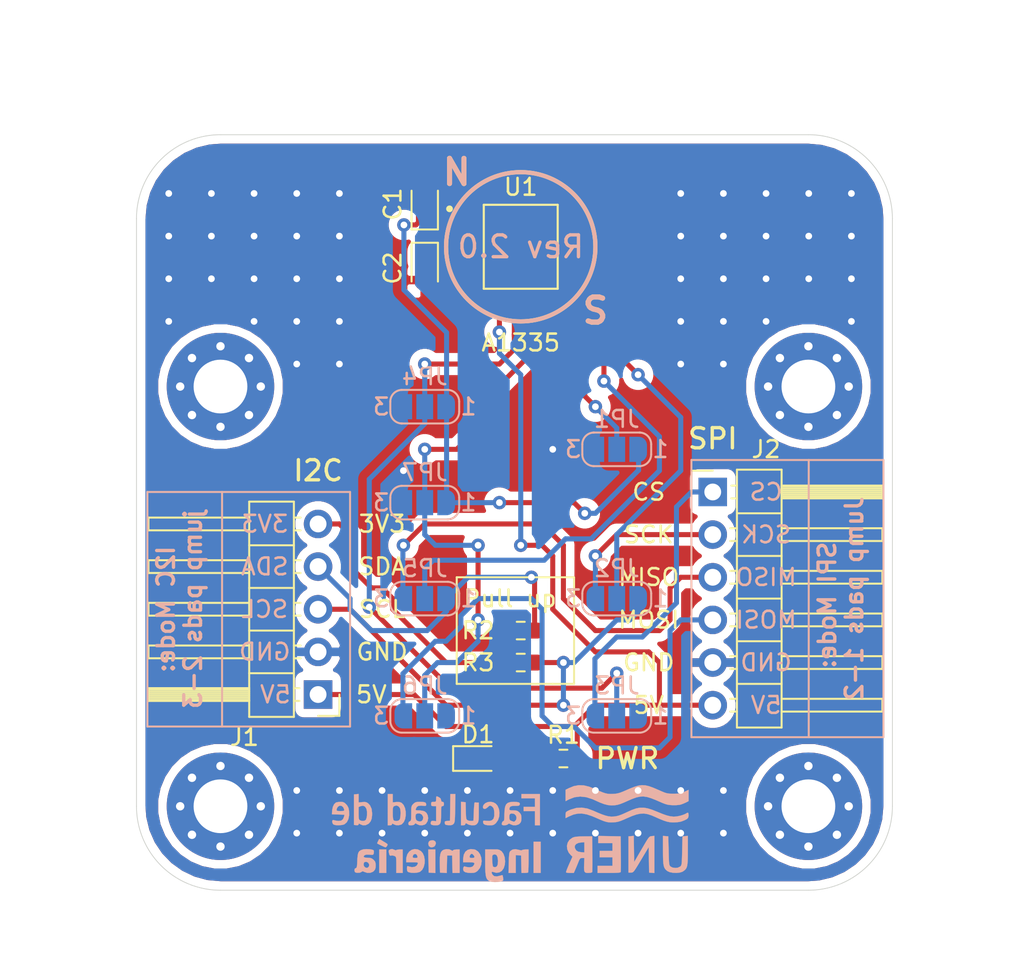
<source format=kicad_pcb>
(kicad_pcb (version 20171130) (host pcbnew "(5.1.9)-1")

  (general
    (thickness 1.6)
    (drawings 67)
    (tracks 281)
    (zones 0)
    (modules 21)
    (nets 22)
  )

  (page A4)
  (layers
    (0 F.Cu signal)
    (31 B.Cu signal)
    (32 B.Adhes user hide)
    (33 F.Adhes user hide)
    (34 B.Paste user hide)
    (35 F.Paste user hide)
    (36 B.SilkS user)
    (37 F.SilkS user)
    (38 B.Mask user)
    (39 F.Mask user)
    (40 Dwgs.User user)
    (41 Cmts.User user hide)
    (42 Eco1.User user hide)
    (43 Eco2.User user hide)
    (44 Edge.Cuts user)
    (45 Margin user hide)
    (46 B.CrtYd user)
    (47 F.CrtYd user)
    (48 B.Fab user hide)
    (49 F.Fab user hide)
  )

  (setup
    (last_trace_width 0.25)
    (user_trace_width 0.3)
    (trace_clearance 0.2)
    (zone_clearance 3)
    (zone_45_only no)
    (trace_min 0.2)
    (via_size 0.8)
    (via_drill 0.4)
    (via_min_size 0.4)
    (via_min_drill 0.3)
    (uvia_size 0.3)
    (uvia_drill 0.1)
    (uvias_allowed no)
    (uvia_min_size 0.2)
    (uvia_min_drill 0.1)
    (edge_width 0.05)
    (segment_width 0.2)
    (pcb_text_width 0.3)
    (pcb_text_size 1.5 1.5)
    (mod_edge_width 0.12)
    (mod_text_size 1 1)
    (mod_text_width 0.15)
    (pad_size 1.524 1.524)
    (pad_drill 0.762)
    (pad_to_mask_clearance 0)
    (aux_axis_origin 0 0)
    (visible_elements 7FFFFFFF)
    (pcbplotparams
      (layerselection 0x010f0_ffffffff)
      (usegerberextensions false)
      (usegerberattributes true)
      (usegerberadvancedattributes true)
      (creategerberjobfile true)
      (excludeedgelayer true)
      (linewidth 0.100000)
      (plotframeref false)
      (viasonmask false)
      (mode 1)
      (useauxorigin false)
      (hpglpennumber 1)
      (hpglpenspeed 20)
      (hpglpendiameter 15.000000)
      (psnegative false)
      (psa4output false)
      (plotreference true)
      (plotvalue true)
      (plotinvisibletext false)
      (padsonsilk false)
      (subtractmaskfromsilk false)
      (outputformat 1)
      (mirror false)
      (drillshape 0)
      (scaleselection 1)
      (outputdirectory "../gerbers/"))
  )

  (net 0 "")
  (net 1 /BYP)
  (net 2 GND)
  (net 3 SCK)
  (net 4 MISO)
  (net 5 MOSI)
  (net 6 +3V3)
  (net 7 +5V)
  (net 8 SDA)
  (net 9 SCL)
  (net 10 CS)
  (net 11 /ISEL)
  (net 12 "Net-(U1-Pad4)")
  (net 13 "Net-(U1-Pad6)")
  (net 14 "Net-(U1-Pad9)")
  (net 15 /SDA-MISO)
  (net 16 /SCL-CLK)
  (net 17 /SA1-MOSI)
  (net 18 /SA0-CS)
  (net 19 "Net-(D1-Pad2)")
  (net 20 "Net-(JP3-Pad1)")
  (net 21 "Net-(JP6-Pad1)")

  (net_class Default "This is the default net class."
    (clearance 0.2)
    (trace_width 0.25)
    (via_dia 0.8)
    (via_drill 0.4)
    (uvia_dia 0.3)
    (uvia_drill 0.1)
    (add_net +3V3)
    (add_net +5V)
    (add_net /BYP)
    (add_net /ISEL)
    (add_net /SA0-CS)
    (add_net /SA1-MOSI)
    (add_net /SCL-CLK)
    (add_net /SDA-MISO)
    (add_net CS)
    (add_net GND)
    (add_net MISO)
    (add_net MOSI)
    (add_net "Net-(D1-Pad2)")
    (add_net "Net-(JP3-Pad1)")
    (add_net "Net-(JP6-Pad1)")
    (add_net "Net-(U1-Pad4)")
    (add_net "Net-(U1-Pad6)")
    (add_net "Net-(U1-Pad9)")
    (add_net SCK)
    (add_net SCL)
    (add_net SDA)
  )

  (module Connector_PinHeader_2.54mm:PinHeader_1x05_P2.54mm_Horizontal (layer F.Cu) (tedit 59FED5CB) (tstamp 604B9C4C)
    (at 130.81 93.345 180)
    (descr "Through hole angled pin header, 1x05, 2.54mm pitch, 6mm pin length, single row")
    (tags "Through hole angled pin header THT 1x05 2.54mm single row")
    (path /604F1962)
    (fp_text reference J1 (at 4.385 -2.54) (layer F.SilkS)
      (effects (font (size 1 1) (thickness 0.15)))
    )
    (fp_text value Screw_Terminal_01x05 (at 4.385 12.43) (layer F.Fab)
      (effects (font (size 1 1) (thickness 0.15)))
    )
    (fp_line (start 2.135 -1.27) (end 4.04 -1.27) (layer F.Fab) (width 0.1))
    (fp_line (start 4.04 -1.27) (end 4.04 11.43) (layer F.Fab) (width 0.1))
    (fp_line (start 4.04 11.43) (end 1.5 11.43) (layer F.Fab) (width 0.1))
    (fp_line (start 1.5 11.43) (end 1.5 -0.635) (layer F.Fab) (width 0.1))
    (fp_line (start 1.5 -0.635) (end 2.135 -1.27) (layer F.Fab) (width 0.1))
    (fp_line (start -0.32 -0.32) (end 1.5 -0.32) (layer F.Fab) (width 0.1))
    (fp_line (start -0.32 -0.32) (end -0.32 0.32) (layer F.Fab) (width 0.1))
    (fp_line (start -0.32 0.32) (end 1.5 0.32) (layer F.Fab) (width 0.1))
    (fp_line (start 4.04 -0.32) (end 10.04 -0.32) (layer F.Fab) (width 0.1))
    (fp_line (start 10.04 -0.32) (end 10.04 0.32) (layer F.Fab) (width 0.1))
    (fp_line (start 4.04 0.32) (end 10.04 0.32) (layer F.Fab) (width 0.1))
    (fp_line (start -0.32 2.22) (end 1.5 2.22) (layer F.Fab) (width 0.1))
    (fp_line (start -0.32 2.22) (end -0.32 2.86) (layer F.Fab) (width 0.1))
    (fp_line (start -0.32 2.86) (end 1.5 2.86) (layer F.Fab) (width 0.1))
    (fp_line (start 4.04 2.22) (end 10.04 2.22) (layer F.Fab) (width 0.1))
    (fp_line (start 10.04 2.22) (end 10.04 2.86) (layer F.Fab) (width 0.1))
    (fp_line (start 4.04 2.86) (end 10.04 2.86) (layer F.Fab) (width 0.1))
    (fp_line (start -0.32 4.76) (end 1.5 4.76) (layer F.Fab) (width 0.1))
    (fp_line (start -0.32 4.76) (end -0.32 5.4) (layer F.Fab) (width 0.1))
    (fp_line (start -0.32 5.4) (end 1.5 5.4) (layer F.Fab) (width 0.1))
    (fp_line (start 4.04 4.76) (end 10.04 4.76) (layer F.Fab) (width 0.1))
    (fp_line (start 10.04 4.76) (end 10.04 5.4) (layer F.Fab) (width 0.1))
    (fp_line (start 4.04 5.4) (end 10.04 5.4) (layer F.Fab) (width 0.1))
    (fp_line (start -0.32 7.3) (end 1.5 7.3) (layer F.Fab) (width 0.1))
    (fp_line (start -0.32 7.3) (end -0.32 7.94) (layer F.Fab) (width 0.1))
    (fp_line (start -0.32 7.94) (end 1.5 7.94) (layer F.Fab) (width 0.1))
    (fp_line (start 4.04 7.3) (end 10.04 7.3) (layer F.Fab) (width 0.1))
    (fp_line (start 10.04 7.3) (end 10.04 7.94) (layer F.Fab) (width 0.1))
    (fp_line (start 4.04 7.94) (end 10.04 7.94) (layer F.Fab) (width 0.1))
    (fp_line (start -0.32 9.84) (end 1.5 9.84) (layer F.Fab) (width 0.1))
    (fp_line (start -0.32 9.84) (end -0.32 10.48) (layer F.Fab) (width 0.1))
    (fp_line (start -0.32 10.48) (end 1.5 10.48) (layer F.Fab) (width 0.1))
    (fp_line (start 4.04 9.84) (end 10.04 9.84) (layer F.Fab) (width 0.1))
    (fp_line (start 10.04 9.84) (end 10.04 10.48) (layer F.Fab) (width 0.1))
    (fp_line (start 4.04 10.48) (end 10.04 10.48) (layer F.Fab) (width 0.1))
    (fp_line (start 1.44 -1.33) (end 1.44 11.49) (layer F.SilkS) (width 0.12))
    (fp_line (start 1.44 11.49) (end 4.1 11.49) (layer F.SilkS) (width 0.12))
    (fp_line (start 4.1 11.49) (end 4.1 -1.33) (layer F.SilkS) (width 0.12))
    (fp_line (start 4.1 -1.33) (end 1.44 -1.33) (layer F.SilkS) (width 0.12))
    (fp_line (start 4.1 -0.38) (end 10.1 -0.38) (layer F.SilkS) (width 0.12))
    (fp_line (start 10.1 -0.38) (end 10.1 0.38) (layer F.SilkS) (width 0.12))
    (fp_line (start 10.1 0.38) (end 4.1 0.38) (layer F.SilkS) (width 0.12))
    (fp_line (start 4.1 -0.32) (end 10.1 -0.32) (layer F.SilkS) (width 0.12))
    (fp_line (start 4.1 -0.2) (end 10.1 -0.2) (layer F.SilkS) (width 0.12))
    (fp_line (start 4.1 -0.08) (end 10.1 -0.08) (layer F.SilkS) (width 0.12))
    (fp_line (start 4.1 0.04) (end 10.1 0.04) (layer F.SilkS) (width 0.12))
    (fp_line (start 4.1 0.16) (end 10.1 0.16) (layer F.SilkS) (width 0.12))
    (fp_line (start 4.1 0.28) (end 10.1 0.28) (layer F.SilkS) (width 0.12))
    (fp_line (start 1.11 -0.38) (end 1.44 -0.38) (layer F.SilkS) (width 0.12))
    (fp_line (start 1.11 0.38) (end 1.44 0.38) (layer F.SilkS) (width 0.12))
    (fp_line (start 1.44 1.27) (end 4.1 1.27) (layer F.SilkS) (width 0.12))
    (fp_line (start 4.1 2.16) (end 10.1 2.16) (layer F.SilkS) (width 0.12))
    (fp_line (start 10.1 2.16) (end 10.1 2.92) (layer F.SilkS) (width 0.12))
    (fp_line (start 10.1 2.92) (end 4.1 2.92) (layer F.SilkS) (width 0.12))
    (fp_line (start 1.042929 2.16) (end 1.44 2.16) (layer F.SilkS) (width 0.12))
    (fp_line (start 1.042929 2.92) (end 1.44 2.92) (layer F.SilkS) (width 0.12))
    (fp_line (start 1.44 3.81) (end 4.1 3.81) (layer F.SilkS) (width 0.12))
    (fp_line (start 4.1 4.7) (end 10.1 4.7) (layer F.SilkS) (width 0.12))
    (fp_line (start 10.1 4.7) (end 10.1 5.46) (layer F.SilkS) (width 0.12))
    (fp_line (start 10.1 5.46) (end 4.1 5.46) (layer F.SilkS) (width 0.12))
    (fp_line (start 1.042929 4.7) (end 1.44 4.7) (layer F.SilkS) (width 0.12))
    (fp_line (start 1.042929 5.46) (end 1.44 5.46) (layer F.SilkS) (width 0.12))
    (fp_line (start 1.44 6.35) (end 4.1 6.35) (layer F.SilkS) (width 0.12))
    (fp_line (start 4.1 7.24) (end 10.1 7.24) (layer F.SilkS) (width 0.12))
    (fp_line (start 10.1 7.24) (end 10.1 8) (layer F.SilkS) (width 0.12))
    (fp_line (start 10.1 8) (end 4.1 8) (layer F.SilkS) (width 0.12))
    (fp_line (start 1.042929 7.24) (end 1.44 7.24) (layer F.SilkS) (width 0.12))
    (fp_line (start 1.042929 8) (end 1.44 8) (layer F.SilkS) (width 0.12))
    (fp_line (start 1.44 8.89) (end 4.1 8.89) (layer F.SilkS) (width 0.12))
    (fp_line (start 4.1 9.78) (end 10.1 9.78) (layer F.SilkS) (width 0.12))
    (fp_line (start 10.1 9.78) (end 10.1 10.54) (layer F.SilkS) (width 0.12))
    (fp_line (start 10.1 10.54) (end 4.1 10.54) (layer F.SilkS) (width 0.12))
    (fp_line (start 1.042929 9.78) (end 1.44 9.78) (layer F.SilkS) (width 0.12))
    (fp_line (start 1.042929 10.54) (end 1.44 10.54) (layer F.SilkS) (width 0.12))
    (fp_line (start -1.27 0) (end -1.27 -1.27) (layer F.SilkS) (width 0.12))
    (fp_line (start -1.27 -1.27) (end 0 -1.27) (layer F.SilkS) (width 0.12))
    (fp_line (start -1.8 -1.8) (end -1.8 11.95) (layer F.CrtYd) (width 0.05))
    (fp_line (start -1.8 11.95) (end 10.55 11.95) (layer F.CrtYd) (width 0.05))
    (fp_line (start 10.55 11.95) (end 10.55 -1.8) (layer F.CrtYd) (width 0.05))
    (fp_line (start 10.55 -1.8) (end -1.8 -1.8) (layer F.CrtYd) (width 0.05))
    (fp_text user %R (at 2.77 5.08 90) (layer F.Fab)
      (effects (font (size 1 1) (thickness 0.15)))
    )
    (pad 5 thru_hole oval (at 0 10.16 180) (size 1.7 1.7) (drill 1) (layers *.Cu *.Mask)
      (net 6 +3V3))
    (pad 4 thru_hole oval (at 0 7.62 180) (size 1.7 1.7) (drill 1) (layers *.Cu *.Mask)
      (net 8 SDA))
    (pad 3 thru_hole oval (at 0 5.08 180) (size 1.7 1.7) (drill 1) (layers *.Cu *.Mask)
      (net 9 SCL))
    (pad 2 thru_hole oval (at 0 2.54 180) (size 1.7 1.7) (drill 1) (layers *.Cu *.Mask)
      (net 2 GND))
    (pad 1 thru_hole rect (at 0 0 180) (size 1.7 1.7) (drill 1) (layers *.Cu *.Mask)
      (net 7 +5V))
    (model ${KISYS3DMOD}/Connector_PinHeader_2.54mm.3dshapes/PinHeader_1x05_P2.54mm_Horizontal.wrl
      (at (xyz 0 0 0))
      (scale (xyz 1 1 1))
      (rotate (xyz 0 0 0))
    )
  )

  (module Connector_PinHeader_2.54mm:PinHeader_1x06_P2.54mm_Horizontal (layer F.Cu) (tedit 59FED5CB) (tstamp 604B9CB3)
    (at 154.305 81.28)
    (descr "Through hole angled pin header, 1x06, 2.54mm pitch, 6mm pin length, single row")
    (tags "Through hole angled pin header THT 1x06 2.54mm single row")
    (path /604BCAA7)
    (fp_text reference J2 (at 3.175 -2.54) (layer F.SilkS)
      (effects (font (size 1 1) (thickness 0.15)))
    )
    (fp_text value Screw_Terminal_01x06 (at 4.385 14.97) (layer F.Fab)
      (effects (font (size 1 1) (thickness 0.15)))
    )
    (fp_line (start 2.135 -1.27) (end 4.04 -1.27) (layer F.Fab) (width 0.1))
    (fp_line (start 4.04 -1.27) (end 4.04 13.97) (layer F.Fab) (width 0.1))
    (fp_line (start 4.04 13.97) (end 1.5 13.97) (layer F.Fab) (width 0.1))
    (fp_line (start 1.5 13.97) (end 1.5 -0.635) (layer F.Fab) (width 0.1))
    (fp_line (start 1.5 -0.635) (end 2.135 -1.27) (layer F.Fab) (width 0.1))
    (fp_line (start -0.32 -0.32) (end 1.5 -0.32) (layer F.Fab) (width 0.1))
    (fp_line (start -0.32 -0.32) (end -0.32 0.32) (layer F.Fab) (width 0.1))
    (fp_line (start -0.32 0.32) (end 1.5 0.32) (layer F.Fab) (width 0.1))
    (fp_line (start 4.04 -0.32) (end 10.04 -0.32) (layer F.Fab) (width 0.1))
    (fp_line (start 10.04 -0.32) (end 10.04 0.32) (layer F.Fab) (width 0.1))
    (fp_line (start 4.04 0.32) (end 10.04 0.32) (layer F.Fab) (width 0.1))
    (fp_line (start -0.32 2.22) (end 1.5 2.22) (layer F.Fab) (width 0.1))
    (fp_line (start -0.32 2.22) (end -0.32 2.86) (layer F.Fab) (width 0.1))
    (fp_line (start -0.32 2.86) (end 1.5 2.86) (layer F.Fab) (width 0.1))
    (fp_line (start 4.04 2.22) (end 10.04 2.22) (layer F.Fab) (width 0.1))
    (fp_line (start 10.04 2.22) (end 10.04 2.86) (layer F.Fab) (width 0.1))
    (fp_line (start 4.04 2.86) (end 10.04 2.86) (layer F.Fab) (width 0.1))
    (fp_line (start -0.32 4.76) (end 1.5 4.76) (layer F.Fab) (width 0.1))
    (fp_line (start -0.32 4.76) (end -0.32 5.4) (layer F.Fab) (width 0.1))
    (fp_line (start -0.32 5.4) (end 1.5 5.4) (layer F.Fab) (width 0.1))
    (fp_line (start 4.04 4.76) (end 10.04 4.76) (layer F.Fab) (width 0.1))
    (fp_line (start 10.04 4.76) (end 10.04 5.4) (layer F.Fab) (width 0.1))
    (fp_line (start 4.04 5.4) (end 10.04 5.4) (layer F.Fab) (width 0.1))
    (fp_line (start -0.32 7.3) (end 1.5 7.3) (layer F.Fab) (width 0.1))
    (fp_line (start -0.32 7.3) (end -0.32 7.94) (layer F.Fab) (width 0.1))
    (fp_line (start -0.32 7.94) (end 1.5 7.94) (layer F.Fab) (width 0.1))
    (fp_line (start 4.04 7.3) (end 10.04 7.3) (layer F.Fab) (width 0.1))
    (fp_line (start 10.04 7.3) (end 10.04 7.94) (layer F.Fab) (width 0.1))
    (fp_line (start 4.04 7.94) (end 10.04 7.94) (layer F.Fab) (width 0.1))
    (fp_line (start -0.32 9.84) (end 1.5 9.84) (layer F.Fab) (width 0.1))
    (fp_line (start -0.32 9.84) (end -0.32 10.48) (layer F.Fab) (width 0.1))
    (fp_line (start -0.32 10.48) (end 1.5 10.48) (layer F.Fab) (width 0.1))
    (fp_line (start 4.04 9.84) (end 10.04 9.84) (layer F.Fab) (width 0.1))
    (fp_line (start 10.04 9.84) (end 10.04 10.48) (layer F.Fab) (width 0.1))
    (fp_line (start 4.04 10.48) (end 10.04 10.48) (layer F.Fab) (width 0.1))
    (fp_line (start -0.32 12.38) (end 1.5 12.38) (layer F.Fab) (width 0.1))
    (fp_line (start -0.32 12.38) (end -0.32 13.02) (layer F.Fab) (width 0.1))
    (fp_line (start -0.32 13.02) (end 1.5 13.02) (layer F.Fab) (width 0.1))
    (fp_line (start 4.04 12.38) (end 10.04 12.38) (layer F.Fab) (width 0.1))
    (fp_line (start 10.04 12.38) (end 10.04 13.02) (layer F.Fab) (width 0.1))
    (fp_line (start 4.04 13.02) (end 10.04 13.02) (layer F.Fab) (width 0.1))
    (fp_line (start 1.44 -1.33) (end 1.44 14.03) (layer F.SilkS) (width 0.12))
    (fp_line (start 1.44 14.03) (end 4.1 14.03) (layer F.SilkS) (width 0.12))
    (fp_line (start 4.1 14.03) (end 4.1 -1.33) (layer F.SilkS) (width 0.12))
    (fp_line (start 4.1 -1.33) (end 1.44 -1.33) (layer F.SilkS) (width 0.12))
    (fp_line (start 4.1 -0.38) (end 10.1 -0.38) (layer F.SilkS) (width 0.12))
    (fp_line (start 10.1 -0.38) (end 10.1 0.38) (layer F.SilkS) (width 0.12))
    (fp_line (start 10.1 0.38) (end 4.1 0.38) (layer F.SilkS) (width 0.12))
    (fp_line (start 4.1 -0.32) (end 10.1 -0.32) (layer F.SilkS) (width 0.12))
    (fp_line (start 4.1 -0.2) (end 10.1 -0.2) (layer F.SilkS) (width 0.12))
    (fp_line (start 4.1 -0.08) (end 10.1 -0.08) (layer F.SilkS) (width 0.12))
    (fp_line (start 4.1 0.04) (end 10.1 0.04) (layer F.SilkS) (width 0.12))
    (fp_line (start 4.1 0.16) (end 10.1 0.16) (layer F.SilkS) (width 0.12))
    (fp_line (start 4.1 0.28) (end 10.1 0.28) (layer F.SilkS) (width 0.12))
    (fp_line (start 1.11 -0.38) (end 1.44 -0.38) (layer F.SilkS) (width 0.12))
    (fp_line (start 1.11 0.38) (end 1.44 0.38) (layer F.SilkS) (width 0.12))
    (fp_line (start 1.44 1.27) (end 4.1 1.27) (layer F.SilkS) (width 0.12))
    (fp_line (start 4.1 2.16) (end 10.1 2.16) (layer F.SilkS) (width 0.12))
    (fp_line (start 10.1 2.16) (end 10.1 2.92) (layer F.SilkS) (width 0.12))
    (fp_line (start 10.1 2.92) (end 4.1 2.92) (layer F.SilkS) (width 0.12))
    (fp_line (start 1.042929 2.16) (end 1.44 2.16) (layer F.SilkS) (width 0.12))
    (fp_line (start 1.042929 2.92) (end 1.44 2.92) (layer F.SilkS) (width 0.12))
    (fp_line (start 1.44 3.81) (end 4.1 3.81) (layer F.SilkS) (width 0.12))
    (fp_line (start 4.1 4.7) (end 10.1 4.7) (layer F.SilkS) (width 0.12))
    (fp_line (start 10.1 4.7) (end 10.1 5.46) (layer F.SilkS) (width 0.12))
    (fp_line (start 10.1 5.46) (end 4.1 5.46) (layer F.SilkS) (width 0.12))
    (fp_line (start 1.042929 4.7) (end 1.44 4.7) (layer F.SilkS) (width 0.12))
    (fp_line (start 1.042929 5.46) (end 1.44 5.46) (layer F.SilkS) (width 0.12))
    (fp_line (start 1.44 6.35) (end 4.1 6.35) (layer F.SilkS) (width 0.12))
    (fp_line (start 4.1 7.24) (end 10.1 7.24) (layer F.SilkS) (width 0.12))
    (fp_line (start 10.1 7.24) (end 10.1 8) (layer F.SilkS) (width 0.12))
    (fp_line (start 10.1 8) (end 4.1 8) (layer F.SilkS) (width 0.12))
    (fp_line (start 1.042929 7.24) (end 1.44 7.24) (layer F.SilkS) (width 0.12))
    (fp_line (start 1.042929 8) (end 1.44 8) (layer F.SilkS) (width 0.12))
    (fp_line (start 1.44 8.89) (end 4.1 8.89) (layer F.SilkS) (width 0.12))
    (fp_line (start 4.1 9.78) (end 10.1 9.78) (layer F.SilkS) (width 0.12))
    (fp_line (start 10.1 9.78) (end 10.1 10.54) (layer F.SilkS) (width 0.12))
    (fp_line (start 10.1 10.54) (end 4.1 10.54) (layer F.SilkS) (width 0.12))
    (fp_line (start 1.042929 9.78) (end 1.44 9.78) (layer F.SilkS) (width 0.12))
    (fp_line (start 1.042929 10.54) (end 1.44 10.54) (layer F.SilkS) (width 0.12))
    (fp_line (start 1.44 11.43) (end 4.1 11.43) (layer F.SilkS) (width 0.12))
    (fp_line (start 4.1 12.32) (end 10.1 12.32) (layer F.SilkS) (width 0.12))
    (fp_line (start 10.1 12.32) (end 10.1 13.08) (layer F.SilkS) (width 0.12))
    (fp_line (start 10.1 13.08) (end 4.1 13.08) (layer F.SilkS) (width 0.12))
    (fp_line (start 1.042929 12.32) (end 1.44 12.32) (layer F.SilkS) (width 0.12))
    (fp_line (start 1.042929 13.08) (end 1.44 13.08) (layer F.SilkS) (width 0.12))
    (fp_line (start -1.27 0) (end -1.27 -1.27) (layer F.SilkS) (width 0.12))
    (fp_line (start -1.27 -1.27) (end 0 -1.27) (layer F.SilkS) (width 0.12))
    (fp_line (start -1.8 -1.8) (end -1.8 14.5) (layer F.CrtYd) (width 0.05))
    (fp_line (start -1.8 14.5) (end 10.55 14.5) (layer F.CrtYd) (width 0.05))
    (fp_line (start 10.55 14.5) (end 10.55 -1.8) (layer F.CrtYd) (width 0.05))
    (fp_line (start 10.55 -1.8) (end -1.8 -1.8) (layer F.CrtYd) (width 0.05))
    (fp_text user %R (at 2.77 6.35 90) (layer F.Fab)
      (effects (font (size 1 1) (thickness 0.15)))
    )
    (pad 6 thru_hole oval (at 0 12.7) (size 1.7 1.7) (drill 1) (layers *.Cu *.Mask)
      (net 7 +5V))
    (pad 5 thru_hole oval (at 0 10.16) (size 1.7 1.7) (drill 1) (layers *.Cu *.Mask)
      (net 2 GND))
    (pad 4 thru_hole oval (at 0 7.62) (size 1.7 1.7) (drill 1) (layers *.Cu *.Mask)
      (net 5 MOSI))
    (pad 3 thru_hole oval (at 0 5.08) (size 1.7 1.7) (drill 1) (layers *.Cu *.Mask)
      (net 4 MISO))
    (pad 2 thru_hole oval (at 0 2.54) (size 1.7 1.7) (drill 1) (layers *.Cu *.Mask)
      (net 3 SCK))
    (pad 1 thru_hole rect (at 0 0) (size 1.7 1.7) (drill 1) (layers *.Cu *.Mask)
      (net 10 CS))
    (model ${KISYS3DMOD}/Connector_PinHeader_2.54mm.3dshapes/PinHeader_1x06_P2.54mm_Horizontal.wrl
      (at (xyz 0 0 0))
      (scale (xyz 1 1 1))
      (rotate (xyz 0 0 0))
    )
  )

  (module Resistor_SMD:R_0603_1608Metric (layer F.Cu) (tedit 5F68FEEE) (tstamp 604BAC7C)
    (at 145.415 97.155 180)
    (descr "Resistor SMD 0603 (1608 Metric), square (rectangular) end terminal, IPC_7351 nominal, (Body size source: IPC-SM-782 page 72, https://www.pcb-3d.com/wordpress/wp-content/uploads/ipc-sm-782a_amendment_1_and_2.pdf), generated with kicad-footprint-generator")
    (tags resistor)
    (path /6047CC80)
    (attr smd)
    (fp_text reference R1 (at 0 1.397) (layer F.SilkS)
      (effects (font (size 1 1) (thickness 0.15)))
    )
    (fp_text value 1k (at 0 1.43) (layer F.Fab)
      (effects (font (size 1 1) (thickness 0.15)))
    )
    (fp_line (start 1.48 0.73) (end -1.48 0.73) (layer F.CrtYd) (width 0.05))
    (fp_line (start 1.48 -0.73) (end 1.48 0.73) (layer F.CrtYd) (width 0.05))
    (fp_line (start -1.48 -0.73) (end 1.48 -0.73) (layer F.CrtYd) (width 0.05))
    (fp_line (start -1.48 0.73) (end -1.48 -0.73) (layer F.CrtYd) (width 0.05))
    (fp_line (start -0.237258 0.5225) (end 0.237258 0.5225) (layer F.SilkS) (width 0.12))
    (fp_line (start -0.237258 -0.5225) (end 0.237258 -0.5225) (layer F.SilkS) (width 0.12))
    (fp_line (start 0.8 0.4125) (end -0.8 0.4125) (layer F.Fab) (width 0.1))
    (fp_line (start 0.8 -0.4125) (end 0.8 0.4125) (layer F.Fab) (width 0.1))
    (fp_line (start -0.8 -0.4125) (end 0.8 -0.4125) (layer F.Fab) (width 0.1))
    (fp_line (start -0.8 0.4125) (end -0.8 -0.4125) (layer F.Fab) (width 0.1))
    (fp_text user %R (at 0 0) (layer F.Fab)
      (effects (font (size 0.4 0.4) (thickness 0.06)))
    )
    (pad 2 smd roundrect (at 0.825 0 180) (size 0.8 0.95) (layers F.Cu F.Paste F.Mask) (roundrect_rratio 0.25)
      (net 19 "Net-(D1-Pad2)"))
    (pad 1 smd roundrect (at -0.825 0 180) (size 0.8 0.95) (layers F.Cu F.Paste F.Mask) (roundrect_rratio 0.25)
      (net 7 +5V))
    (model ${KISYS3DMOD}/Resistor_SMD.3dshapes/R_0603_1608Metric.wrl
      (at (xyz 0 0 0))
      (scale (xyz 1 1 1))
      (rotate (xyz 0 0 0))
    )
  )

  (module Resistor_SMD:R_0603_1608Metric (layer F.Cu) (tedit 5F68FEEE) (tstamp 604BB941)
    (at 142.875 91.44)
    (descr "Resistor SMD 0603 (1608 Metric), square (rectangular) end terminal, IPC_7351 nominal, (Body size source: IPC-SM-782 page 72, https://www.pcb-3d.com/wordpress/wp-content/uploads/ipc-sm-782a_amendment_1_and_2.pdf), generated with kicad-footprint-generator")
    (tags resistor)
    (path /604B0FB7)
    (attr smd)
    (fp_text reference R3 (at -2.54 0) (layer F.SilkS)
      (effects (font (size 1 1) (thickness 0.15)))
    )
    (fp_text value 1k (at 0 1.43) (layer F.Fab)
      (effects (font (size 1 1) (thickness 0.15)))
    )
    (fp_line (start -0.8 0.4125) (end -0.8 -0.4125) (layer F.Fab) (width 0.1))
    (fp_line (start -0.8 -0.4125) (end 0.8 -0.4125) (layer F.Fab) (width 0.1))
    (fp_line (start 0.8 -0.4125) (end 0.8 0.4125) (layer F.Fab) (width 0.1))
    (fp_line (start 0.8 0.4125) (end -0.8 0.4125) (layer F.Fab) (width 0.1))
    (fp_line (start -0.237258 -0.5225) (end 0.237258 -0.5225) (layer F.SilkS) (width 0.12))
    (fp_line (start -0.237258 0.5225) (end 0.237258 0.5225) (layer F.SilkS) (width 0.12))
    (fp_line (start -1.48 0.73) (end -1.48 -0.73) (layer F.CrtYd) (width 0.05))
    (fp_line (start -1.48 -0.73) (end 1.48 -0.73) (layer F.CrtYd) (width 0.05))
    (fp_line (start 1.48 -0.73) (end 1.48 0.73) (layer F.CrtYd) (width 0.05))
    (fp_line (start 1.48 0.73) (end -1.48 0.73) (layer F.CrtYd) (width 0.05))
    (fp_text user %R (at 0 0) (layer F.Fab)
      (effects (font (size 0.4 0.4) (thickness 0.06)))
    )
    (pad 2 smd roundrect (at 0.825 0) (size 0.8 0.95) (layers F.Cu F.Paste F.Mask) (roundrect_rratio 0.25)
      (net 9 SCL))
    (pad 1 smd roundrect (at -0.825 0) (size 0.8 0.95) (layers F.Cu F.Paste F.Mask) (roundrect_rratio 0.25)
      (net 6 +3V3))
    (model ${KISYS3DMOD}/Resistor_SMD.3dshapes/R_0603_1608Metric.wrl
      (at (xyz 0 0 0))
      (scale (xyz 1 1 1))
      (rotate (xyz 0 0 0))
    )
  )

  (module Resistor_SMD:R_0603_1608Metric (layer F.Cu) (tedit 5F68FEEE) (tstamp 604AD40A)
    (at 142.875 89.535)
    (descr "Resistor SMD 0603 (1608 Metric), square (rectangular) end terminal, IPC_7351 nominal, (Body size source: IPC-SM-782 page 72, https://www.pcb-3d.com/wordpress/wp-content/uploads/ipc-sm-782a_amendment_1_and_2.pdf), generated with kicad-footprint-generator")
    (tags resistor)
    (path /604B1BBC)
    (attr smd)
    (fp_text reference R2 (at -2.54 0) (layer F.SilkS)
      (effects (font (size 1 1) (thickness 0.15)))
    )
    (fp_text value 1k (at 0 1.43) (layer F.Fab)
      (effects (font (size 1 1) (thickness 0.15)))
    )
    (fp_line (start -0.8 0.4125) (end -0.8 -0.4125) (layer F.Fab) (width 0.1))
    (fp_line (start -0.8 -0.4125) (end 0.8 -0.4125) (layer F.Fab) (width 0.1))
    (fp_line (start 0.8 -0.4125) (end 0.8 0.4125) (layer F.Fab) (width 0.1))
    (fp_line (start 0.8 0.4125) (end -0.8 0.4125) (layer F.Fab) (width 0.1))
    (fp_line (start -0.237258 -0.5225) (end 0.237258 -0.5225) (layer F.SilkS) (width 0.12))
    (fp_line (start -0.237258 0.5225) (end 0.237258 0.5225) (layer F.SilkS) (width 0.12))
    (fp_line (start -1.48 0.73) (end -1.48 -0.73) (layer F.CrtYd) (width 0.05))
    (fp_line (start -1.48 -0.73) (end 1.48 -0.73) (layer F.CrtYd) (width 0.05))
    (fp_line (start 1.48 -0.73) (end 1.48 0.73) (layer F.CrtYd) (width 0.05))
    (fp_line (start 1.48 0.73) (end -1.48 0.73) (layer F.CrtYd) (width 0.05))
    (fp_text user %R (at 0 0) (layer F.Fab)
      (effects (font (size 0.4 0.4) (thickness 0.06)))
    )
    (pad 2 smd roundrect (at 0.825 0) (size 0.8 0.95) (layers F.Cu F.Paste F.Mask) (roundrect_rratio 0.25)
      (net 8 SDA))
    (pad 1 smd roundrect (at -0.825 0) (size 0.8 0.95) (layers F.Cu F.Paste F.Mask) (roundrect_rratio 0.25)
      (net 6 +3V3))
    (model ${KISYS3DMOD}/Resistor_SMD.3dshapes/R_0603_1608Metric.wrl
      (at (xyz 0 0 0))
      (scale (xyz 1 1 1))
      (rotate (xyz 0 0 0))
    )
  )

  (module Jumper:SolderJumper-3_P1.3mm_Open_RoundedPad1.0x1.5mm_NumberLabels (layer B.Cu) (tedit 5B391ED1) (tstamp 6047F144)
    (at 137.16 81.915 180)
    (descr "SMD Solder 3-pad Jumper, 1x1.5mm rounded Pads, 0.3mm gap, open, labeled with numbers")
    (tags "solder jumper open")
    (path /604B5648)
    (attr virtual)
    (fp_text reference JP7 (at 0 1.8) (layer B.SilkS)
      (effects (font (size 1 1) (thickness 0.15)) (justify mirror))
    )
    (fp_text value Jumper_NC_Dual (at 0 -1.9) (layer B.Fab)
      (effects (font (size 1 1) (thickness 0.15)) (justify mirror))
    )
    (fp_line (start 2.3 -1.25) (end -2.3 -1.25) (layer B.CrtYd) (width 0.05))
    (fp_line (start 2.3 -1.25) (end 2.3 1.25) (layer B.CrtYd) (width 0.05))
    (fp_line (start -2.3 1.25) (end -2.3 -1.25) (layer B.CrtYd) (width 0.05))
    (fp_line (start -2.3 1.25) (end 2.3 1.25) (layer B.CrtYd) (width 0.05))
    (fp_line (start -1.4 1) (end 1.4 1) (layer B.SilkS) (width 0.12))
    (fp_line (start 2.05 0.3) (end 2.05 -0.3) (layer B.SilkS) (width 0.12))
    (fp_line (start 1.4 -1) (end -1.4 -1) (layer B.SilkS) (width 0.12))
    (fp_line (start -2.05 -0.3) (end -2.05 0.3) (layer B.SilkS) (width 0.12))
    (fp_arc (start -1.35 0.3) (end -1.35 1) (angle 90) (layer B.SilkS) (width 0.12))
    (fp_arc (start -1.35 -0.3) (end -2.05 -0.3) (angle 90) (layer B.SilkS) (width 0.12))
    (fp_arc (start 1.35 -0.3) (end 1.35 -1) (angle 90) (layer B.SilkS) (width 0.12))
    (fp_arc (start 1.35 0.3) (end 2.05 0.3) (angle 90) (layer B.SilkS) (width 0.12))
    (fp_text user 1 (at -2.6 0) (layer B.SilkS)
      (effects (font (size 1 1) (thickness 0.15)) (justify mirror))
    )
    (fp_text user 3 (at 2.6 0) (layer B.SilkS)
      (effects (font (size 1 1) (thickness 0.15)) (justify mirror))
    )
    (pad 2 smd rect (at 0 0 180) (size 1 1.5) (layers B.Cu B.Mask)
      (net 17 /SA1-MOSI))
    (pad 3 smd custom (at 1.3 0 180) (size 1 0.5) (layers B.Cu B.Mask)
      (net 2 GND) (zone_connect 2)
      (options (clearance outline) (anchor rect))
      (primitives
        (gr_circle (center 0 -0.25) (end 0.5 -0.25) (width 0))
        (gr_circle (center 0 0.25) (end 0.5 0.25) (width 0))
        (gr_poly (pts
           (xy -0.55 0.75) (xy 0 0.75) (xy 0 -0.75) (xy -0.55 -0.75)) (width 0))
      ))
    (pad 1 smd custom (at -1.3 0 180) (size 1 0.5) (layers B.Cu B.Mask)
      (net 1 /BYP) (zone_connect 2)
      (options (clearance outline) (anchor rect))
      (primitives
        (gr_circle (center 0 -0.25) (end 0.5 -0.25) (width 0))
        (gr_circle (center 0 0.25) (end 0.5 0.25) (width 0))
        (gr_poly (pts
           (xy 0.55 0.75) (xy 0 0.75) (xy 0 -0.75) (xy 0.55 -0.75)) (width 0))
      ))
  )

  (module Jumper:SolderJumper-3_P1.3mm_Open_RoundedPad1.0x1.5mm_NumberLabels (layer B.Cu) (tedit 5B391ED1) (tstamp 6047F12F)
    (at 137.16 94.615 180)
    (descr "SMD Solder 3-pad Jumper, 1x1.5mm rounded Pads, 0.3mm gap, open, labeled with numbers")
    (tags "solder jumper open")
    (path /604BD230)
    (attr virtual)
    (fp_text reference JP6 (at 0 1.8) (layer B.SilkS)
      (effects (font (size 1 1) (thickness 0.15)) (justify mirror))
    )
    (fp_text value Jumper_NC_Dual (at 0 -1.9) (layer B.Fab)
      (effects (font (size 1 1) (thickness 0.15)) (justify mirror))
    )
    (fp_line (start 2.3 -1.25) (end -2.3 -1.25) (layer B.CrtYd) (width 0.05))
    (fp_line (start 2.3 -1.25) (end 2.3 1.25) (layer B.CrtYd) (width 0.05))
    (fp_line (start -2.3 1.25) (end -2.3 -1.25) (layer B.CrtYd) (width 0.05))
    (fp_line (start -2.3 1.25) (end 2.3 1.25) (layer B.CrtYd) (width 0.05))
    (fp_line (start -1.4 1) (end 1.4 1) (layer B.SilkS) (width 0.12))
    (fp_line (start 2.05 0.3) (end 2.05 -0.3) (layer B.SilkS) (width 0.12))
    (fp_line (start 1.4 -1) (end -1.4 -1) (layer B.SilkS) (width 0.12))
    (fp_line (start -2.05 -0.3) (end -2.05 0.3) (layer B.SilkS) (width 0.12))
    (fp_arc (start -1.35 0.3) (end -1.35 1) (angle 90) (layer B.SilkS) (width 0.12))
    (fp_arc (start -1.35 -0.3) (end -2.05 -0.3) (angle 90) (layer B.SilkS) (width 0.12))
    (fp_arc (start 1.35 -0.3) (end 1.35 -1) (angle 90) (layer B.SilkS) (width 0.12))
    (fp_arc (start 1.35 0.3) (end 2.05 0.3) (angle 90) (layer B.SilkS) (width 0.12))
    (fp_text user 1 (at -2.6 0) (layer B.SilkS)
      (effects (font (size 1 1) (thickness 0.15)) (justify mirror))
    )
    (fp_text user 3 (at 2.6 0) (layer B.SilkS)
      (effects (font (size 1 1) (thickness 0.15)) (justify mirror))
    )
    (pad 2 smd rect (at 0 0 180) (size 1 1.5) (layers B.Cu B.Mask)
      (net 17 /SA1-MOSI))
    (pad 3 smd custom (at 1.3 0 180) (size 1 0.5) (layers B.Cu B.Mask)
      (net 5 MOSI) (zone_connect 2)
      (options (clearance outline) (anchor rect))
      (primitives
        (gr_circle (center 0 -0.25) (end 0.5 -0.25) (width 0))
        (gr_circle (center 0 0.25) (end 0.5 0.25) (width 0))
        (gr_poly (pts
           (xy -0.55 0.75) (xy 0 0.75) (xy 0 -0.75) (xy -0.55 -0.75)) (width 0))
      ))
    (pad 1 smd custom (at -1.3 0 180) (size 1 0.5) (layers B.Cu B.Mask)
      (net 21 "Net-(JP6-Pad1)") (zone_connect 2)
      (options (clearance outline) (anchor rect))
      (primitives
        (gr_circle (center 0 -0.25) (end 0.5 -0.25) (width 0))
        (gr_circle (center 0 0.25) (end 0.5 0.25) (width 0))
        (gr_poly (pts
           (xy 0.55 0.75) (xy 0 0.75) (xy 0 -0.75) (xy 0.55 -0.75)) (width 0))
      ))
  )

  (module Jumper:SolderJumper-3_P1.3mm_Open_RoundedPad1.0x1.5mm_NumberLabels (layer B.Cu) (tedit 5B391ED1) (tstamp 6047F11A)
    (at 137.16 87.63 180)
    (descr "SMD Solder 3-pad Jumper, 1x1.5mm rounded Pads, 0.3mm gap, open, labeled with numbers")
    (tags "solder jumper open")
    (path /604B9F66)
    (attr virtual)
    (fp_text reference JP5 (at 0 1.8) (layer B.SilkS)
      (effects (font (size 1 1) (thickness 0.15)) (justify mirror))
    )
    (fp_text value Jumper_NC_Dual (at 0 -1.9) (layer B.Fab)
      (effects (font (size 1 1) (thickness 0.15)) (justify mirror))
    )
    (fp_line (start 2.3 -1.25) (end -2.3 -1.25) (layer B.CrtYd) (width 0.05))
    (fp_line (start 2.3 -1.25) (end 2.3 1.25) (layer B.CrtYd) (width 0.05))
    (fp_line (start -2.3 1.25) (end -2.3 -1.25) (layer B.CrtYd) (width 0.05))
    (fp_line (start -2.3 1.25) (end 2.3 1.25) (layer B.CrtYd) (width 0.05))
    (fp_line (start -1.4 1) (end 1.4 1) (layer B.SilkS) (width 0.12))
    (fp_line (start 2.05 0.3) (end 2.05 -0.3) (layer B.SilkS) (width 0.12))
    (fp_line (start 1.4 -1) (end -1.4 -1) (layer B.SilkS) (width 0.12))
    (fp_line (start -2.05 -0.3) (end -2.05 0.3) (layer B.SilkS) (width 0.12))
    (fp_arc (start -1.35 0.3) (end -1.35 1) (angle 90) (layer B.SilkS) (width 0.12))
    (fp_arc (start -1.35 -0.3) (end -2.05 -0.3) (angle 90) (layer B.SilkS) (width 0.12))
    (fp_arc (start 1.35 -0.3) (end 1.35 -1) (angle 90) (layer B.SilkS) (width 0.12))
    (fp_arc (start 1.35 0.3) (end 2.05 0.3) (angle 90) (layer B.SilkS) (width 0.12))
    (fp_text user 1 (at -2.6 0) (layer B.SilkS)
      (effects (font (size 1 1) (thickness 0.15)) (justify mirror))
    )
    (fp_text user 3 (at 2.6 0) (layer B.SilkS)
      (effects (font (size 1 1) (thickness 0.15)) (justify mirror))
    )
    (pad 2 smd rect (at 0 0 180) (size 1 1.5) (layers B.Cu B.Mask)
      (net 15 /SDA-MISO))
    (pad 3 smd custom (at 1.3 0 180) (size 1 0.5) (layers B.Cu B.Mask)
      (net 4 MISO) (zone_connect 2)
      (options (clearance outline) (anchor rect))
      (primitives
        (gr_circle (center 0 -0.25) (end 0.5 -0.25) (width 0))
        (gr_circle (center 0 0.25) (end 0.5 0.25) (width 0))
        (gr_poly (pts
           (xy -0.55 0.75) (xy 0 0.75) (xy 0 -0.75) (xy -0.55 -0.75)) (width 0))
      ))
    (pad 1 smd custom (at -1.3 0 180) (size 1 0.5) (layers B.Cu B.Mask)
      (net 8 SDA) (zone_connect 2)
      (options (clearance outline) (anchor rect))
      (primitives
        (gr_circle (center 0 -0.25) (end 0.5 -0.25) (width 0))
        (gr_circle (center 0 0.25) (end 0.5 0.25) (width 0))
        (gr_poly (pts
           (xy 0.55 0.75) (xy 0 0.75) (xy 0 -0.75) (xy 0.55 -0.75)) (width 0))
      ))
  )

  (module Jumper:SolderJumper-3_P1.3mm_Open_RoundedPad1.0x1.5mm_NumberLabels (layer B.Cu) (tedit 5B391ED1) (tstamp 6047F105)
    (at 137.16 76.2 180)
    (descr "SMD Solder 3-pad Jumper, 1x1.5mm rounded Pads, 0.3mm gap, open, labeled with numbers")
    (tags "solder jumper open")
    (path /604B45A1)
    (attr virtual)
    (fp_text reference JP4 (at 0 1.8) (layer B.SilkS)
      (effects (font (size 1 1) (thickness 0.15)) (justify mirror))
    )
    (fp_text value Jumper_NC_Dual (at 0 -1.9) (layer B.Fab)
      (effects (font (size 1 1) (thickness 0.15)) (justify mirror))
    )
    (fp_line (start 2.3 -1.25) (end -2.3 -1.25) (layer B.CrtYd) (width 0.05))
    (fp_line (start 2.3 -1.25) (end 2.3 1.25) (layer B.CrtYd) (width 0.05))
    (fp_line (start -2.3 1.25) (end -2.3 -1.25) (layer B.CrtYd) (width 0.05))
    (fp_line (start -2.3 1.25) (end 2.3 1.25) (layer B.CrtYd) (width 0.05))
    (fp_line (start -1.4 1) (end 1.4 1) (layer B.SilkS) (width 0.12))
    (fp_line (start 2.05 0.3) (end 2.05 -0.3) (layer B.SilkS) (width 0.12))
    (fp_line (start 1.4 -1) (end -1.4 -1) (layer B.SilkS) (width 0.12))
    (fp_line (start -2.05 -0.3) (end -2.05 0.3) (layer B.SilkS) (width 0.12))
    (fp_arc (start -1.35 0.3) (end -1.35 1) (angle 90) (layer B.SilkS) (width 0.12))
    (fp_arc (start -1.35 -0.3) (end -2.05 -0.3) (angle 90) (layer B.SilkS) (width 0.12))
    (fp_arc (start 1.35 -0.3) (end 1.35 -1) (angle 90) (layer B.SilkS) (width 0.12))
    (fp_arc (start 1.35 0.3) (end 2.05 0.3) (angle 90) (layer B.SilkS) (width 0.12))
    (fp_text user 1 (at -2.6 0) (layer B.SilkS)
      (effects (font (size 1 1) (thickness 0.15)) (justify mirror))
    )
    (fp_text user 3 (at 2.6 0) (layer B.SilkS)
      (effects (font (size 1 1) (thickness 0.15)) (justify mirror))
    )
    (pad 2 smd rect (at 0 0 180) (size 1 1.5) (layers B.Cu B.Mask)
      (net 18 /SA0-CS))
    (pad 3 smd custom (at 1.3 0 180) (size 1 0.5) (layers B.Cu B.Mask)
      (net 2 GND) (zone_connect 2)
      (options (clearance outline) (anchor rect))
      (primitives
        (gr_circle (center 0 -0.25) (end 0.5 -0.25) (width 0))
        (gr_circle (center 0 0.25) (end 0.5 0.25) (width 0))
        (gr_poly (pts
           (xy -0.55 0.75) (xy 0 0.75) (xy 0 -0.75) (xy -0.55 -0.75)) (width 0))
      ))
    (pad 1 smd custom (at -1.3 0 180) (size 1 0.5) (layers B.Cu B.Mask)
      (net 1 /BYP) (zone_connect 2)
      (options (clearance outline) (anchor rect))
      (primitives
        (gr_circle (center 0 -0.25) (end 0.5 -0.25) (width 0))
        (gr_circle (center 0 0.25) (end 0.5 0.25) (width 0))
        (gr_poly (pts
           (xy 0.55 0.75) (xy 0 0.75) (xy 0 -0.75) (xy 0.55 -0.75)) (width 0))
      ))
  )

  (module Jumper:SolderJumper-3_P1.3mm_Open_RoundedPad1.0x1.5mm_NumberLabels (layer B.Cu) (tedit 5B391ED1) (tstamp 6047F0F0)
    (at 148.59 94.615 180)
    (descr "SMD Solder 3-pad Jumper, 1x1.5mm rounded Pads, 0.3mm gap, open, labeled with numbers")
    (tags "solder jumper open")
    (path /604BBF53)
    (attr virtual)
    (fp_text reference JP3 (at 0 1.8) (layer B.SilkS)
      (effects (font (size 1 1) (thickness 0.15)) (justify mirror))
    )
    (fp_text value Jumper_NC_Dual (at 0 -1.9) (layer B.Fab)
      (effects (font (size 1 1) (thickness 0.15)) (justify mirror))
    )
    (fp_line (start 2.3 -1.25) (end -2.3 -1.25) (layer B.CrtYd) (width 0.05))
    (fp_line (start 2.3 -1.25) (end 2.3 1.25) (layer B.CrtYd) (width 0.05))
    (fp_line (start -2.3 1.25) (end -2.3 -1.25) (layer B.CrtYd) (width 0.05))
    (fp_line (start -2.3 1.25) (end 2.3 1.25) (layer B.CrtYd) (width 0.05))
    (fp_line (start -1.4 1) (end 1.4 1) (layer B.SilkS) (width 0.12))
    (fp_line (start 2.05 0.3) (end 2.05 -0.3) (layer B.SilkS) (width 0.12))
    (fp_line (start 1.4 -1) (end -1.4 -1) (layer B.SilkS) (width 0.12))
    (fp_line (start -2.05 -0.3) (end -2.05 0.3) (layer B.SilkS) (width 0.12))
    (fp_arc (start -1.35 0.3) (end -1.35 1) (angle 90) (layer B.SilkS) (width 0.12))
    (fp_arc (start -1.35 -0.3) (end -2.05 -0.3) (angle 90) (layer B.SilkS) (width 0.12))
    (fp_arc (start 1.35 -0.3) (end 1.35 -1) (angle 90) (layer B.SilkS) (width 0.12))
    (fp_arc (start 1.35 0.3) (end 2.05 0.3) (angle 90) (layer B.SilkS) (width 0.12))
    (fp_text user 1 (at -2.6 0) (layer B.SilkS)
      (effects (font (size 1 1) (thickness 0.15)) (justify mirror))
    )
    (fp_text user 3 (at 2.6 0) (layer B.SilkS)
      (effects (font (size 1 1) (thickness 0.15)) (justify mirror))
    )
    (pad 2 smd rect (at 0 0 180) (size 1 1.5) (layers B.Cu B.Mask)
      (net 18 /SA0-CS))
    (pad 3 smd custom (at 1.3 0 180) (size 1 0.5) (layers B.Cu B.Mask)
      (net 10 CS) (zone_connect 2)
      (options (clearance outline) (anchor rect))
      (primitives
        (gr_circle (center 0 -0.25) (end 0.5 -0.25) (width 0))
        (gr_circle (center 0 0.25) (end 0.5 0.25) (width 0))
        (gr_poly (pts
           (xy -0.55 0.75) (xy 0 0.75) (xy 0 -0.75) (xy -0.55 -0.75)) (width 0))
      ))
    (pad 1 smd custom (at -1.3 0 180) (size 1 0.5) (layers B.Cu B.Mask)
      (net 20 "Net-(JP3-Pad1)") (zone_connect 2)
      (options (clearance outline) (anchor rect))
      (primitives
        (gr_circle (center 0 -0.25) (end 0.5 -0.25) (width 0))
        (gr_circle (center 0 0.25) (end 0.5 0.25) (width 0))
        (gr_poly (pts
           (xy 0.55 0.75) (xy 0 0.75) (xy 0 -0.75) (xy 0.55 -0.75)) (width 0))
      ))
  )

  (module Jumper:SolderJumper-3_P1.3mm_Open_RoundedPad1.0x1.5mm_NumberLabels (layer B.Cu) (tedit 5B391ED1) (tstamp 604810F3)
    (at 148.59 87.63 180)
    (descr "SMD Solder 3-pad Jumper, 1x1.5mm rounded Pads, 0.3mm gap, open, labeled with numbers")
    (tags "solder jumper open")
    (path /604B71D7)
    (attr virtual)
    (fp_text reference JP2 (at 0 1.8) (layer B.SilkS)
      (effects (font (size 1 1) (thickness 0.15)) (justify mirror))
    )
    (fp_text value Jumper_NC_Dual (at 0 -1.9) (layer B.Fab)
      (effects (font (size 1 1) (thickness 0.15)) (justify mirror))
    )
    (fp_line (start 2.3 -1.25) (end -2.3 -1.25) (layer B.CrtYd) (width 0.05))
    (fp_line (start 2.3 -1.25) (end 2.3 1.25) (layer B.CrtYd) (width 0.05))
    (fp_line (start -2.3 1.25) (end -2.3 -1.25) (layer B.CrtYd) (width 0.05))
    (fp_line (start -2.3 1.25) (end 2.3 1.25) (layer B.CrtYd) (width 0.05))
    (fp_line (start -1.4 1) (end 1.4 1) (layer B.SilkS) (width 0.12))
    (fp_line (start 2.05 0.3) (end 2.05 -0.3) (layer B.SilkS) (width 0.12))
    (fp_line (start 1.4 -1) (end -1.4 -1) (layer B.SilkS) (width 0.12))
    (fp_line (start -2.05 -0.3) (end -2.05 0.3) (layer B.SilkS) (width 0.12))
    (fp_arc (start -1.35 0.3) (end -1.35 1) (angle 90) (layer B.SilkS) (width 0.12))
    (fp_arc (start -1.35 -0.3) (end -2.05 -0.3) (angle 90) (layer B.SilkS) (width 0.12))
    (fp_arc (start 1.35 -0.3) (end 1.35 -1) (angle 90) (layer B.SilkS) (width 0.12))
    (fp_arc (start 1.35 0.3) (end 2.05 0.3) (angle 90) (layer B.SilkS) (width 0.12))
    (fp_text user 1 (at -2.6 0) (layer B.SilkS)
      (effects (font (size 1 1) (thickness 0.15)) (justify mirror))
    )
    (fp_text user 3 (at 2.6 0) (layer B.SilkS)
      (effects (font (size 1 1) (thickness 0.15)) (justify mirror))
    )
    (pad 2 smd rect (at 0 0 180) (size 1 1.5) (layers B.Cu B.Mask)
      (net 16 /SCL-CLK))
    (pad 3 smd custom (at 1.3 0 180) (size 1 0.5) (layers B.Cu B.Mask)
      (net 3 SCK) (zone_connect 2)
      (options (clearance outline) (anchor rect))
      (primitives
        (gr_circle (center 0 -0.25) (end 0.5 -0.25) (width 0))
        (gr_circle (center 0 0.25) (end 0.5 0.25) (width 0))
        (gr_poly (pts
           (xy -0.55 0.75) (xy 0 0.75) (xy 0 -0.75) (xy -0.55 -0.75)) (width 0))
      ))
    (pad 1 smd custom (at -1.3 0 180) (size 1 0.5) (layers B.Cu B.Mask)
      (net 9 SCL) (zone_connect 2)
      (options (clearance outline) (anchor rect))
      (primitives
        (gr_circle (center 0 -0.25) (end 0.5 -0.25) (width 0))
        (gr_circle (center 0 0.25) (end 0.5 0.25) (width 0))
        (gr_poly (pts
           (xy 0.55 0.75) (xy 0 0.75) (xy 0 -0.75) (xy 0.55 -0.75)) (width 0))
      ))
  )

  (module Jumper:SolderJumper-3_P1.3mm_Open_RoundedPad1.0x1.5mm_NumberLabels (layer B.Cu) (tedit 5B391ED1) (tstamp 6047F0C6)
    (at 148.59 78.74 180)
    (descr "SMD Solder 3-pad Jumper, 1x1.5mm rounded Pads, 0.3mm gap, open, labeled with numbers")
    (tags "solder jumper open")
    (path /604A54BC)
    (attr virtual)
    (fp_text reference JP1 (at 0 1.8) (layer B.SilkS)
      (effects (font (size 1 1) (thickness 0.15)) (justify mirror))
    )
    (fp_text value Jumper_NC_Dual (at 0 -1.9) (layer B.Fab)
      (effects (font (size 1 1) (thickness 0.15)) (justify mirror))
    )
    (fp_line (start 2.3 -1.25) (end -2.3 -1.25) (layer B.CrtYd) (width 0.05))
    (fp_line (start 2.3 -1.25) (end 2.3 1.25) (layer B.CrtYd) (width 0.05))
    (fp_line (start -2.3 1.25) (end -2.3 -1.25) (layer B.CrtYd) (width 0.05))
    (fp_line (start -2.3 1.25) (end 2.3 1.25) (layer B.CrtYd) (width 0.05))
    (fp_line (start -1.4 1) (end 1.4 1) (layer B.SilkS) (width 0.12))
    (fp_line (start 2.05 0.3) (end 2.05 -0.3) (layer B.SilkS) (width 0.12))
    (fp_line (start 1.4 -1) (end -1.4 -1) (layer B.SilkS) (width 0.12))
    (fp_line (start -2.05 -0.3) (end -2.05 0.3) (layer B.SilkS) (width 0.12))
    (fp_arc (start -1.35 0.3) (end -1.35 1) (angle 90) (layer B.SilkS) (width 0.12))
    (fp_arc (start -1.35 -0.3) (end -2.05 -0.3) (angle 90) (layer B.SilkS) (width 0.12))
    (fp_arc (start 1.35 -0.3) (end 1.35 -1) (angle 90) (layer B.SilkS) (width 0.12))
    (fp_arc (start 1.35 0.3) (end 2.05 0.3) (angle 90) (layer B.SilkS) (width 0.12))
    (fp_text user 1 (at -2.6 0) (layer B.SilkS)
      (effects (font (size 1 1) (thickness 0.15)) (justify mirror))
    )
    (fp_text user 3 (at 2.6 0) (layer B.SilkS)
      (effects (font (size 1 1) (thickness 0.15)) (justify mirror))
    )
    (pad 2 smd rect (at 0 0 180) (size 1 1.5) (layers B.Cu B.Mask)
      (net 11 /ISEL))
    (pad 3 smd custom (at 1.3 0 180) (size 1 0.5) (layers B.Cu B.Mask)
      (net 2 GND) (zone_connect 2)
      (options (clearance outline) (anchor rect))
      (primitives
        (gr_circle (center 0 -0.25) (end 0.5 -0.25) (width 0))
        (gr_circle (center 0 0.25) (end 0.5 0.25) (width 0))
        (gr_poly (pts
           (xy -0.55 0.75) (xy 0 0.75) (xy 0 -0.75) (xy -0.55 -0.75)) (width 0))
      ))
    (pad 1 smd custom (at -1.3 0 180) (size 1 0.5) (layers B.Cu B.Mask)
      (net 1 /BYP) (zone_connect 2)
      (options (clearance outline) (anchor rect))
      (primitives
        (gr_circle (center 0 -0.25) (end 0.5 -0.25) (width 0))
        (gr_circle (center 0 0.25) (end 0.5 0.25) (width 0))
        (gr_poly (pts
           (xy 0.55 0.75) (xy 0 0.75) (xy 0 -0.75) (xy 0.55 -0.75)) (width 0))
      ))
  )

  (module LED_SMD:LED_0603_1608Metric (layer F.Cu) (tedit 5F68FEF1) (tstamp 604BAC48)
    (at 140.335 97.155)
    (descr "LED SMD 0603 (1608 Metric), square (rectangular) end terminal, IPC_7351 nominal, (Body size source: http://www.tortai-tech.com/upload/download/2011102023233369053.pdf), generated with kicad-footprint-generator")
    (tags LED)
    (path /6047BFDB)
    (attr smd)
    (fp_text reference D1 (at 0 -1.43) (layer F.SilkS)
      (effects (font (size 1 1) (thickness 0.15)))
    )
    (fp_text value LED (at 0 1.43) (layer F.Fab)
      (effects (font (size 1 1) (thickness 0.15)))
    )
    (fp_line (start 1.48 0.73) (end -1.48 0.73) (layer F.CrtYd) (width 0.05))
    (fp_line (start 1.48 -0.73) (end 1.48 0.73) (layer F.CrtYd) (width 0.05))
    (fp_line (start -1.48 -0.73) (end 1.48 -0.73) (layer F.CrtYd) (width 0.05))
    (fp_line (start -1.48 0.73) (end -1.48 -0.73) (layer F.CrtYd) (width 0.05))
    (fp_line (start -1.485 0.735) (end 0.8 0.735) (layer F.SilkS) (width 0.12))
    (fp_line (start -1.485 -0.735) (end -1.485 0.735) (layer F.SilkS) (width 0.12))
    (fp_line (start 0.8 -0.735) (end -1.485 -0.735) (layer F.SilkS) (width 0.12))
    (fp_line (start 0.8 0.4) (end 0.8 -0.4) (layer F.Fab) (width 0.1))
    (fp_line (start -0.8 0.4) (end 0.8 0.4) (layer F.Fab) (width 0.1))
    (fp_line (start -0.8 -0.1) (end -0.8 0.4) (layer F.Fab) (width 0.1))
    (fp_line (start -0.5 -0.4) (end -0.8 -0.1) (layer F.Fab) (width 0.1))
    (fp_line (start 0.8 -0.4) (end -0.5 -0.4) (layer F.Fab) (width 0.1))
    (fp_text user %R (at 0 0) (layer F.Fab)
      (effects (font (size 0.4 0.4) (thickness 0.06)))
    )
    (pad 2 smd roundrect (at 0.7875 0) (size 0.875 0.95) (layers F.Cu F.Paste F.Mask) (roundrect_rratio 0.25)
      (net 19 "Net-(D1-Pad2)"))
    (pad 1 smd roundrect (at -0.7875 0) (size 0.875 0.95) (layers F.Cu F.Paste F.Mask) (roundrect_rratio 0.25)
      (net 2 GND))
    (model ${KISYS3DMOD}/LED_SMD.3dshapes/LED_0603_1608Metric.wrl
      (at (xyz 0 0 0))
      (scale (xyz 1 1 1))
      (rotate (xyz 0 0 0))
    )
  )

  (module Capacitor_Tantalum_SMD:CP_EIA-1608-08_AVX-J (layer F.Cu) (tedit 5EBA9318) (tstamp 6047EEFA)
    (at 137.16 67.945 270)
    (descr "Tantalum Capacitor SMD AVX-J (1608-08 Metric), IPC_7351 nominal, (Body size from: https://www.vishay.com/docs/48064/_t58_vmn_pt0471_1601.pdf), generated with kicad-footprint-generator")
    (tags "capacitor tantalum")
    (path /60489789)
    (attr smd)
    (fp_text reference C2 (at 0 1.905 90) (layer F.SilkS)
      (effects (font (size 1 1) (thickness 0.15)))
    )
    (fp_text value 100n (at 0 1.48 90) (layer F.Fab)
      (effects (font (size 1 1) (thickness 0.15)))
    )
    (fp_line (start 1.5 0.78) (end -1.5 0.78) (layer F.CrtYd) (width 0.05))
    (fp_line (start 1.5 -0.78) (end 1.5 0.78) (layer F.CrtYd) (width 0.05))
    (fp_line (start -1.5 -0.78) (end 1.5 -0.78) (layer F.CrtYd) (width 0.05))
    (fp_line (start -1.5 0.78) (end -1.5 -0.78) (layer F.CrtYd) (width 0.05))
    (fp_line (start -1.51 0.785) (end 0.8 0.785) (layer F.SilkS) (width 0.12))
    (fp_line (start -1.51 -0.785) (end -1.51 0.785) (layer F.SilkS) (width 0.12))
    (fp_line (start 0.8 -0.785) (end -1.51 -0.785) (layer F.SilkS) (width 0.12))
    (fp_line (start 0.8 0.425) (end 0.8 -0.425) (layer F.Fab) (width 0.1))
    (fp_line (start -0.8 0.425) (end 0.8 0.425) (layer F.Fab) (width 0.1))
    (fp_line (start -0.8 -0.125) (end -0.8 0.425) (layer F.Fab) (width 0.1))
    (fp_line (start -0.5 -0.425) (end -0.8 -0.125) (layer F.Fab) (width 0.1))
    (fp_line (start 0.8 -0.425) (end -0.5 -0.425) (layer F.Fab) (width 0.1))
    (fp_text user %R (at 0 0 90) (layer F.Fab)
      (effects (font (size 0.4 0.4) (thickness 0.06)))
    )
    (pad 2 smd roundrect (at 0.7125 0 270) (size 1.075 1.05) (layers F.Cu F.Paste F.Mask) (roundrect_rratio 0.2380942857142857)
      (net 2 GND))
    (pad 1 smd roundrect (at -0.7125 0 270) (size 1.075 1.05) (layers F.Cu F.Paste F.Mask) (roundrect_rratio 0.2380942857142857)
      (net 7 +5V))
    (model ${KISYS3DMOD}/Capacitor_Tantalum_SMD.3dshapes/CP_EIA-1608-08_AVX-J.wrl
      (at (xyz 0 0 0))
      (scale (xyz 1 1 1))
      (rotate (xyz 0 0 0))
    )
  )

  (module lconos:logo_fiuner (layer B.Cu) (tedit 0) (tstamp 60478319)
    (at 142.24 101.6 180)
    (fp_text reference G*** (at 0 0) (layer B.Fab) hide
      (effects (font (size 1.524 1.524) (thickness 0.3)) (justify mirror))
    )
    (fp_text value LOGO (at 0.75 0) (layer B.Fab) hide
      (effects (font (size 1.524 1.524) (thickness 0.3)) (justify mirror))
    )
    (fp_poly (pts (xy 0.886058 -0.969808) (xy 1.050217 -0.970254) (xy 1.195917 -0.970483) (xy 1.481667 -0.97076)
      (xy 1.481667 -1.738399) (xy 1.479069 -2.061318) (xy 1.469541 -2.311018) (xy 1.450477 -2.498832)
      (xy 1.419273 -2.636098) (xy 1.373322 -2.734151) (xy 1.31002 -2.804327) (xy 1.226761 -2.857961)
      (xy 1.22406 -2.859364) (xy 1.091067 -2.898524) (xy 0.910324 -2.914487) (xy 0.715643 -2.906778)
      (xy 0.540837 -2.874923) (xy 0.522076 -2.869222) (xy 0.434333 -2.833103) (xy 0.403086 -2.781648)
      (xy 0.410133 -2.682427) (xy 0.411651 -2.672461) (xy 0.430367 -2.567959) (xy 0.446169 -2.50728)
      (xy 0.448331 -2.503355) (xy 0.492571 -2.505309) (xy 0.583518 -2.530562) (xy 0.596823 -2.535105)
      (xy 0.795792 -2.580056) (xy 0.945618 -2.559998) (xy 1.034766 -2.488247) (xy 1.09053 -2.385697)
      (xy 1.09693 -2.318192) (xy 1.054638 -2.300426) (xy 1.026583 -2.309488) (xy 0.822067 -2.362903)
      (xy 0.64098 -2.339551) (xy 0.490691 -2.245799) (xy 0.378565 -2.088008) (xy 0.311969 -1.872543)
      (xy 0.296333 -1.678696) (xy 0.296438 -1.677705) (xy 0.719667 -1.677705) (xy 0.735578 -1.865037)
      (xy 0.785391 -1.978794) (xy 0.872229 -2.024277) (xy 0.923597 -2.023953) (xy 0.979503 -2.013669)
      (xy 1.01455 -1.986888) (xy 1.035304 -1.925972) (xy 1.048331 -1.81328) (xy 1.058333 -1.661953)
      (xy 1.066525 -1.478318) (xy 1.059351 -1.363122) (xy 1.029796 -1.300549) (xy 0.970846 -1.274786)
      (xy 0.88449 -1.27) (xy 0.804081 -1.30952) (xy 0.748689 -1.422428) (xy 0.721743 -1.600241)
      (xy 0.719667 -1.677705) (xy 0.296438 -1.677705) (xy 0.322309 -1.433659) (xy 0.395238 -1.229321)
      (xy 0.507616 -1.076976) (xy 0.651944 -0.987918) (xy 0.767559 -0.969276) (xy 0.886058 -0.969808)) (layer B.SilkS) (width 0.01))
    (fp_poly (pts (xy -9.101733 -1.024027) (xy -9.103433 -1.353114) (xy -9.110187 -1.609441) (xy -9.124558 -1.804879)
      (xy -9.149112 -1.951297) (xy -9.186414 -2.060567) (xy -9.239026 -2.144558) (xy -9.309515 -2.215141)
      (xy -9.369108 -2.261639) (xy -9.507498 -2.324325) (xy -9.695972 -2.360452) (xy -9.903928 -2.369114)
      (xy -10.100761 -2.349405) (xy -10.255868 -2.300417) (xy -10.276804 -2.288539) (xy -10.372183 -2.223917)
      (xy -10.445467 -2.156776) (xy -10.499549 -2.075376) (xy -10.537322 -1.967977) (xy -10.561678 -1.82284)
      (xy -10.575511 -1.628225) (xy -10.581712 -1.372393) (xy -10.583175 -1.045194) (xy -10.583333 -0.164222)
      (xy -10.265833 -0.1905) (xy -10.244667 -1.051583) (xy -10.237201 -1.342343) (xy -10.230062 -1.560339)
      (xy -10.221723 -1.71745) (xy -10.210655 -1.825559) (xy -10.195332 -1.896547) (xy -10.174226 -1.942294)
      (xy -10.145809 -1.974683) (xy -10.12356 -1.9935) (xy -9.984152 -2.058043) (xy -9.8425 -2.074333)
      (xy -9.664988 -2.04773) (xy -9.56144 -1.9935) (xy -9.527655 -1.963427) (xy -9.50214 -1.927451)
      (xy -9.483366 -1.87369) (xy -9.469807 -1.790265) (xy -9.459934 -1.665292) (xy -9.452221 -1.486891)
      (xy -9.445139 -1.243181) (xy -9.440333 -1.051583) (xy -9.419167 -0.1905) (xy -9.101667 -0.164222)
      (xy -9.101733 -1.024027)) (layer B.SilkS) (width 0.01))
    (fp_poly (pts (xy -8.435856 -0.177361) (xy -8.382296 -0.183492) (xy -8.336292 -0.198202) (xy -8.290565 -0.230895)
      (xy -8.237832 -0.290972) (xy -8.170815 -0.387837) (xy -8.082231 -0.530893) (xy -7.964801 -0.729542)
      (xy -7.832606 -0.956454) (xy -7.387167 -1.722409) (xy -7.37564 -0.943372) (xy -7.364114 -0.164334)
      (xy -7.0485 -0.1905) (xy -7.0485 -2.3495) (xy -7.196667 -2.3495) (xy -7.247127 -2.347665)
      (xy -7.291047 -2.336036) (xy -7.335712 -2.305428) (xy -7.388409 -2.246655) (xy -7.456423 -2.150531)
      (xy -7.547039 -2.007869) (xy -7.667544 -1.809483) (xy -7.798908 -1.590194) (xy -8.252982 -0.830889)
      (xy -8.264575 -1.590194) (xy -8.276167 -2.3495) (xy -8.434917 -2.362638) (xy -8.593667 -2.375777)
      (xy -8.593667 -0.164222) (xy -8.435856 -0.177361)) (layer B.SilkS) (width 0.01))
    (fp_poly (pts (xy -5.249333 -0.592666) (xy -6.096 -0.592666) (xy -6.096 -1.058333) (xy -5.334 -1.058333)
      (xy -5.334 -1.439333) (xy -6.096 -1.439333) (xy -6.096 -1.947333) (xy -5.207 -1.947333)
      (xy -5.207 -2.370666) (xy -5.885662 -2.370666) (xy -6.158447 -2.368855) (xy -6.355745 -2.362956)
      (xy -6.486666 -2.352267) (xy -6.560324 -2.336091) (xy -6.584937 -2.31695) (xy -6.590211 -2.261159)
      (xy -6.594064 -2.132968) (xy -6.596392 -1.944637) (xy -6.59709 -1.708421) (xy -6.596055 -1.436578)
      (xy -6.594192 -1.226867) (xy -6.582833 -0.1905) (xy -5.916083 -0.178841) (xy -5.249333 -0.167183)
      (xy -5.249333 -0.592666)) (layer B.SilkS) (width 0.01))
    (fp_poly (pts (xy -4.3815 -0.193537) (xy -4.141017 -0.197925) (xy -3.966241 -0.209267) (xy -3.838344 -0.229839)
      (xy -3.738494 -0.26192) (xy -3.709752 -0.274815) (xy -3.539465 -0.397802) (xy -3.430587 -0.564151)
      (xy -3.384728 -0.75729) (xy -3.403496 -0.960646) (xy -3.488499 -1.157646) (xy -3.609867 -1.303858)
      (xy -3.714112 -1.401216) (xy -3.511941 -1.853936) (xy -3.434259 -2.034032) (xy -3.373911 -2.185882)
      (xy -3.337076 -2.293064) (xy -3.32955 -2.338661) (xy -3.379615 -2.356693) (xy -3.48658 -2.368301)
      (xy -3.571732 -2.370666) (xy -3.794135 -2.370666) (xy -3.891712 -2.148416) (xy -3.967082 -1.971291)
      (xy -4.045123 -1.779735) (xy -4.074853 -1.703916) (xy -4.128596 -1.576193) (xy -4.175637 -1.509617)
      (xy -4.235037 -1.484686) (xy -4.292125 -1.481567) (xy -4.423833 -1.481467) (xy -4.409875 -1.82507)
      (xy -4.403248 -2.048453) (xy -4.408866 -2.200873) (xy -4.432882 -2.295816) (xy -4.481447 -2.346765)
      (xy -4.560715 -2.367206) (xy -4.658802 -2.370666) (xy -4.802669 -2.359947) (xy -4.882141 -2.33)
      (xy -4.891604 -2.31695) (xy -4.896878 -2.261159) (xy -4.900731 -2.132968) (xy -4.903059 -1.944637)
      (xy -4.903757 -1.708421) (xy -4.902722 -1.436578) (xy -4.900858 -1.226867) (xy -4.900035 -1.151738)
      (xy -4.423833 -1.151738) (xy -4.214858 -1.131658) (xy -4.051181 -1.099748) (xy -3.947017 -1.036668)
      (xy -3.929108 -1.016766) (xy -3.852994 -0.875871) (xy -3.855697 -0.749728) (xy -3.931514 -0.648113)
      (xy -4.07474 -0.580805) (xy -4.19524 -0.560561) (xy -4.423833 -0.541604) (xy -4.423833 -1.151738)
      (xy -4.900035 -1.151738) (xy -4.8895 -0.1905) (xy -4.3815 -0.193537)) (layer B.SilkS) (width 0.01))
    (fp_poly (pts (xy -1.397 -2.370666) (xy -1.820333 -2.370666) (xy -1.820333 -0.508) (xy -1.397 -0.508)
      (xy -1.397 -2.370666)) (layer B.SilkS) (width 0.01))
    (fp_poly (pts (xy -0.141073 -0.981684) (xy -0.012747 -1.067562) (xy 0.018318 -1.113548) (xy 0.040799 -1.181613)
      (xy 0.056572 -1.286094) (xy 0.067514 -1.441327) (xy 0.075502 -1.661652) (xy 0.078053 -1.761203)
      (xy 0.092605 -2.370666) (xy -0.338667 -2.370666) (xy -0.338667 -1.307222) (xy -0.656167 -1.3335)
      (xy -0.679939 -2.370666) (xy -0.862081 -2.370666) (xy -0.980458 -2.36462) (xy -1.05971 -2.349454)
      (xy -1.072445 -2.342444) (xy -1.082063 -2.292502) (xy -1.090273 -2.17295) (xy -1.096467 -1.998841)
      (xy -1.100037 -1.785228) (xy -1.100667 -1.643944) (xy -1.100667 -0.973666) (xy -0.913695 -0.973666)
      (xy -0.797618 -0.98212) (xy -0.723857 -1.003428) (xy -0.712611 -1.014826) (xy -0.666514 -1.02882)
      (xy -0.562312 -1.00796) (xy -0.520144 -0.994405) (xy -0.316738 -0.954969) (xy -0.141073 -0.981684)) (layer B.SilkS) (width 0.01))
    (fp_poly (pts (xy 2.52267 -0.995503) (xy 2.665284 -1.110601) (xy 2.757735 -1.288525) (xy 2.793742 -1.523998)
      (xy 2.794 -1.547922) (xy 2.794 -1.735666) (xy 2.455333 -1.735666) (xy 2.270848 -1.739977)
      (xy 2.161695 -1.757406) (xy 2.118778 -1.794695) (xy 2.133002 -1.85859) (xy 2.182567 -1.937913)
      (xy 2.253944 -2.003667) (xy 2.363109 -2.029523) (xy 2.425984 -2.031351) (xy 2.553014 -2.021903)
      (xy 2.649718 -1.999195) (xy 2.665883 -1.991253) (xy 2.734847 -1.980949) (xy 2.779074 -2.045924)
      (xy 2.793352 -2.162788) (xy 2.7619 -2.262546) (xy 2.663055 -2.328849) (xy 2.492158 -2.363774)
      (xy 2.327814 -2.370666) (xy 2.17479 -2.364724) (xy 2.070289 -2.339088) (xy 1.978544 -2.282044)
      (xy 1.92823 -2.239799) (xy 1.796973 -2.0774) (xy 1.719578 -1.881008) (xy 1.693527 -1.667951)
      (xy 1.7163 -1.455553) (xy 1.72851 -1.42119) (xy 2.116667 -1.42119) (xy 2.153629 -1.466945)
      (xy 2.264833 -1.481666) (xy 2.3687 -1.471071) (xy 2.409718 -1.432452) (xy 2.413 -1.405466)
      (xy 2.386717 -1.316454) (xy 2.326901 -1.245747) (xy 2.280557 -1.227666) (xy 2.218351 -1.260283)
      (xy 2.153596 -1.333443) (xy 2.117656 -1.410112) (xy 2.116667 -1.42119) (xy 1.72851 -1.42119)
      (xy 1.785381 -1.261141) (xy 1.898249 -1.102042) (xy 2.052388 -0.995582) (xy 2.112079 -0.974901)
      (xy 2.336175 -0.948511) (xy 2.52267 -0.995503)) (layer B.SilkS) (width 0.01))
    (fp_poly (pts (xy 3.951287 -0.98923) (xy 4.043722 -1.044809) (xy 4.110223 -1.130392) (xy 4.153834 -1.257641)
      (xy 4.177599 -1.438216) (xy 4.184562 -1.683778) (xy 4.181811 -1.872369) (xy 4.169833 -2.3495)
      (xy 3.970071 -2.362348) (xy 3.770309 -2.375197) (xy 3.758404 -1.854348) (xy 3.7465 -1.3335)
      (xy 3.450167 -1.3335) (xy 3.43828 -1.852083) (xy 3.426394 -2.370666) (xy 3.005667 -2.370666)
      (xy 3.005667 -0.973666) (xy 3.192639 -0.973666) (xy 3.319894 -0.985167) (xy 3.390821 -1.01593)
      (xy 3.397421 -1.026583) (xy 3.428599 -1.057468) (xy 3.475032 -1.031471) (xy 3.617047 -0.965425)
      (xy 3.791727 -0.951972) (xy 3.951287 -0.98923)) (layer B.SilkS) (width 0.01))
    (fp_poly (pts (xy 4.858798 -1.661583) (xy 4.847167 -2.3495) (xy 4.646083 -2.362402) (xy 4.445 -2.375305)
      (xy 4.445 -0.973666) (xy 4.87043 -0.973666) (xy 4.858798 -1.661583)) (layer B.SilkS) (width 0.01))
    (fp_poly (pts (xy 5.851417 -0.991419) (xy 6.001735 -1.095969) (xy 6.113819 -1.2533) (xy 6.174042 -1.455836)
      (xy 6.180601 -1.55575) (xy 6.180667 -1.735666) (xy 5.824796 -1.735666) (xy 5.65187 -1.737088)
      (xy 5.548018 -1.743897) (xy 5.497662 -1.759909) (xy 5.485223 -1.78894) (xy 5.49035 -1.817591)
      (xy 5.561061 -1.938794) (xy 5.686396 -2.009711) (xy 5.849811 -2.025928) (xy 6.034766 -1.983026)
      (xy 6.06425 -1.970822) (xy 6.111264 -1.961544) (xy 6.132904 -2.000573) (xy 6.138324 -2.105498)
      (xy 6.138333 -2.113185) (xy 6.13001 -2.230814) (xy 6.09508 -2.294336) (xy 6.029744 -2.329381)
      (xy 5.883828 -2.360624) (xy 5.702468 -2.367254) (xy 5.522903 -2.350681) (xy 5.38237 -2.312315)
      (xy 5.365983 -2.304241) (xy 5.232505 -2.186976) (xy 5.139884 -2.015439) (xy 5.089089 -1.810042)
      (xy 5.081092 -1.591196) (xy 5.114931 -1.39074) (xy 5.510972 -1.39074) (xy 5.51361 -1.451687)
      (xy 5.560825 -1.477172) (xy 5.648556 -1.481666) (xy 5.752847 -1.471981) (xy 5.795138 -1.435488)
      (xy 5.799667 -1.402183) (xy 5.768925 -1.309934) (xy 5.732618 -1.267055) (xy 5.645881 -1.238532)
      (xy 5.564782 -1.278482) (xy 5.51432 -1.372953) (xy 5.510972 -1.39074) (xy 5.114931 -1.39074)
      (xy 5.116861 -1.379312) (xy 5.197368 -1.194801) (xy 5.307335 -1.070221) (xy 5.49059 -0.970968)
      (xy 5.676493 -0.947226) (xy 5.851417 -0.991419)) (layer B.SilkS) (width 0.01))
    (fp_poly (pts (xy 7.113256 -0.957969) (xy 7.140276 -0.969203) (xy 7.21099 -1.014475) (xy 7.227891 -1.080321)
      (xy 7.216094 -1.154151) (xy 7.184755 -1.277756) (xy 7.151275 -1.334672) (xy 7.101795 -1.342061)
      (xy 7.070968 -1.333913) (xy 6.977236 -1.332749) (xy 6.884031 -1.360152) (xy 6.836281 -1.38464)
      (xy 6.804719 -1.416902) (xy 6.785994 -1.472997) (xy 6.776755 -1.568984) (xy 6.773651 -1.720921)
      (xy 6.773333 -1.890628) (xy 6.773333 -2.370666) (xy 6.392333 -2.370666) (xy 6.392333 -0.973666)
      (xy 6.582833 -0.973666) (xy 6.696451 -0.981431) (xy 6.764599 -1.001077) (xy 6.773333 -1.012755)
      (xy 6.805823 -1.022254) (xy 6.885837 -0.995333) (xy 6.904204 -0.986557) (xy 7.017597 -0.945699)
      (xy 7.113256 -0.957969)) (layer B.SilkS) (width 0.01))
    (fp_poly (pts (xy 7.789333 -2.370666) (xy 7.366 -2.370666) (xy 7.366 -0.973666) (xy 7.789333 -0.973666)
      (xy 7.789333 -2.370666)) (layer B.SilkS) (width 0.01))
    (fp_poly (pts (xy 8.706549 -0.961642) (xy 8.756709 -0.971972) (xy 8.887128 -1.016813) (xy 8.977861 -1.079138)
      (xy 9.036721 -1.17414) (xy 9.071519 -1.317012) (xy 9.090068 -1.522947) (xy 9.094803 -1.629517)
      (xy 9.103675 -1.827885) (xy 9.114932 -1.957324) (xy 9.131977 -2.033565) (xy 9.158213 -2.072339)
      (xy 9.194113 -2.088633) (xy 9.254738 -2.128979) (xy 9.264675 -2.218985) (xy 9.263532 -2.229934)
      (xy 9.243687 -2.309593) (xy 9.190984 -2.34745) (xy 9.086931 -2.362886) (xy 8.940143 -2.353908)
      (xy 8.854097 -2.313228) (xy 8.791145 -2.273348) (xy 8.722047 -2.286413) (xy 8.678333 -2.308925)
      (xy 8.505886 -2.365877) (xy 8.325285 -2.362826) (xy 8.166839 -2.302445) (xy 8.112606 -2.25906)
      (xy 8.042127 -2.171286) (xy 8.008978 -2.070354) (xy 8.002437 -1.953892) (xy 8.392985 -1.953892)
      (xy 8.424789 -2.011383) (xy 8.493212 -2.066662) (xy 8.574918 -2.060292) (xy 8.638783 -2.03051)
      (xy 8.699647 -1.960718) (xy 8.721149 -1.860937) (xy 8.701866 -1.767) (xy 8.651203 -1.718069)
      (xy 8.540058 -1.710955) (xy 8.448377 -1.76291) (xy 8.393554 -1.851401) (xy 8.392985 -1.953892)
      (xy 8.002437 -1.953892) (xy 8.001 -1.928314) (xy 8.008762 -1.785316) (xy 8.041132 -1.6893)
      (xy 8.11173 -1.603298) (xy 8.125811 -1.589596) (xy 8.216907 -1.516525) (xy 8.314993 -1.479787)
      (xy 8.455654 -1.46722) (xy 8.485644 -1.466622) (xy 8.640372 -1.453776) (xy 8.714011 -1.420126)
      (xy 8.707827 -1.364526) (xy 8.656374 -1.311676) (xy 8.556649 -1.278055) (xy 8.381057 -1.280177)
      (xy 8.364626 -1.281793) (xy 8.233323 -1.293254) (xy 8.162893 -1.286036) (xy 8.129998 -1.250224)
      (xy 8.111298 -1.175905) (xy 8.110921 -1.174023) (xy 8.105792 -1.064929) (xy 8.132923 -1.012957)
      (xy 8.234566 -0.97839) (xy 8.386503 -0.95684) (xy 8.555058 -0.950519) (xy 8.706549 -0.961642)) (layer B.SilkS) (width 0.01))
    (fp_poly (pts (xy 4.769325 -0.447631) (xy 4.847918 -0.523962) (xy 4.868333 -0.635) (xy 4.838349 -0.763428)
      (xy 4.747818 -0.832797) (xy 4.649176 -0.846666) (xy 4.525907 -0.808896) (xy 4.461137 -0.739099)
      (xy 4.414834 -0.611605) (xy 4.442454 -0.505051) (xy 4.534504 -0.437602) (xy 4.626126 -0.423333)
      (xy 4.769325 -0.447631)) (layer B.SilkS) (width 0.01))
    (fp_poly (pts (xy 7.856344 -0.472454) (xy 7.897192 -0.561481) (xy 7.909943 -0.610701) (xy 7.908871 -0.612674)
      (xy 7.854201 -0.645868) (xy 7.752165 -0.698034) (xy 7.62978 -0.756471) (xy 7.514062 -0.808476)
      (xy 7.432025 -0.841345) (xy 7.41123 -0.846666) (xy 7.360557 -0.813522) (xy 7.321726 -0.758374)
      (xy 7.295697 -0.707909) (xy 7.291947 -0.670853) (xy 7.322575 -0.632969) (xy 7.399681 -0.58002)
      (xy 7.535364 -0.497769) (xy 7.551403 -0.488117) (xy 7.790111 -0.344375) (xy 7.856344 -0.472454)) (layer B.SilkS) (width 0.01))
    (fp_poly (pts (xy -0.677333 2.074334) (xy -1.481667 2.074334) (xy -1.481667 1.566334) (xy -0.804333 1.566334)
      (xy -0.804333 1.312334) (xy -1.481667 1.312334) (xy -1.481667 0.465667) (xy -1.778 0.465667)
      (xy -1.778 2.328334) (xy -0.677333 2.328334) (xy -0.677333 2.074334)) (layer B.SilkS) (width 0.01))
    (fp_poly (pts (xy -0.015818 1.85) (xy 0.128313 1.806207) (xy 0.228837 1.720602) (xy 0.292703 1.583145)
      (xy 0.32686 1.383797) (xy 0.338256 1.112518) (xy 0.33843 1.068917) (xy 0.341932 0.888563)
      (xy 0.353627 0.779405) (xy 0.375749 0.72818) (xy 0.397229 0.719667) (xy 0.449422 0.684144)
      (xy 0.485941 0.604816) (xy 0.490916 0.522543) (xy 0.482293 0.500654) (xy 0.421676 0.470914)
      (xy 0.318419 0.46695) (xy 0.209489 0.485703) (xy 0.131851 0.524114) (xy 0.126208 0.530121)
      (xy 0.078514 0.57134) (xy 0.022851 0.559697) (xy -0.025652 0.530121) (xy -0.178306 0.472178)
      (xy -0.349749 0.469431) (xy -0.505642 0.519408) (xy -0.573424 0.569576) (xy -0.6403 0.656645)
      (xy -0.671097 0.763702) (xy -0.677333 0.890333) (xy -0.676335 0.907334) (xy -0.385178 0.907334)
      (xy -0.356361 0.788157) (xy -0.275679 0.699542) (xy -0.228567 0.678621) (xy -0.190408 0.690048)
      (xy -0.102919 0.719659) (xy -0.090984 0.723808) (xy -0.007227 0.761315) (xy 0.031412 0.815588)
      (xy 0.042044 0.916408) (xy 0.042333 0.955835) (xy 0.036106 1.074634) (xy 0.008591 1.135635)
      (xy -0.053459 1.165323) (xy -0.063809 1.168027) (xy -0.19936 1.161678) (xy -0.275475 1.125525)
      (xy -0.359195 1.029111) (xy -0.385178 0.907334) (xy -0.676335 0.907334) (xy -0.668855 1.034671)
      (xy -0.634147 1.133526) (xy -0.559302 1.225176) (xy -0.55359 1.230924) (xy -0.467359 1.304847)
      (xy -0.378171 1.341917) (xy -0.251277 1.354081) (xy -0.193757 1.354667) (xy -0.056446 1.358949)
      (xy 0.015326 1.375753) (xy 0.04043 1.411018) (xy 0.041685 1.42875) (xy 0.023448 1.532762)
      (xy -0.038411 1.594418) (xy -0.157973 1.621958) (xy -0.293953 1.625184) (xy -0.439086 1.626382)
      (xy -0.521308 1.640732) (xy -0.562078 1.674292) (xy -0.575061 1.704552) (xy -0.579385 1.778388)
      (xy -0.529961 1.826438) (xy -0.417098 1.852886) (xy -0.23111 1.861917) (xy -0.210503 1.862019)
      (xy -0.015818 1.85)) (layer B.SilkS) (width 0.01))
    (fp_poly (pts (xy 1.333914 1.847064) (xy 1.478123 1.783161) (xy 1.58036 1.680027) (xy 1.619068 1.566471)
      (xy 1.60027 1.47811) (xy 1.533844 1.442594) (xy 1.43964 1.46163) (xy 1.337506 1.536923)
      (xy 1.332846 1.541872) (xy 1.24347 1.625436) (xy 1.172714 1.643528) (xy 1.090063 1.599626)
      (xy 1.056506 1.573367) (xy 0.993612 1.498727) (xy 0.957004 1.385801) (xy 0.940758 1.25608)
      (xy 0.939529 1.025535) (xy 0.983544 0.863968) (xy 1.077961 0.765783) (xy 1.227936 0.725384)
      (xy 1.421168 0.734681) (xy 1.53666 0.747079) (xy 1.591302 0.735944) (xy 1.607719 0.691882)
      (xy 1.608667 0.656847) (xy 1.581248 0.560891) (xy 1.493665 0.499945) (xy 1.337924 0.47017)
      (xy 1.210694 0.465667) (xy 1.065928 0.471714) (xy 0.968616 0.499191) (xy 0.881874 0.562101)
      (xy 0.833173 0.608983) (xy 0.714643 0.78048) (xy 0.647319 0.99143) (xy 0.630847 1.219269)
      (xy 0.664871 1.441436) (xy 0.749037 1.635367) (xy 0.851153 1.754113) (xy 1.000258 1.837469)
      (xy 1.167902 1.86681) (xy 1.333914 1.847064)) (layer B.SilkS) (width 0.01))
    (fp_poly (pts (xy 2.921 0.465667) (xy 2.794 0.465667) (xy 2.693174 0.484599) (xy 2.667 0.529167)
      (xy 2.646649 0.58585) (xy 2.582839 0.57435) (xy 2.516341 0.530514) (xy 2.424665 0.492273)
      (xy 2.291244 0.469572) (xy 2.236156 0.467014) (xy 2.10117 0.475249) (xy 2.014652 0.511271)
      (xy 1.950406 0.57721) (xy 1.914419 0.63076) (xy 1.889792 0.694516) (xy 1.874421 0.784728)
      (xy 1.8662 0.917646) (xy 1.863025 1.10952) (xy 1.862667 1.254543) (xy 1.862667 1.820334)
      (xy 1.9685 1.820334) (xy 2.061793 1.824206) (xy 2.106083 1.830917) (xy 2.11939 1.795308)
      (xy 2.133357 1.690371) (xy 2.146482 1.531418) (xy 2.157266 1.333758) (xy 2.159 1.291167)
      (xy 2.180167 0.740834) (xy 2.303456 0.726775) (xy 2.430492 0.734285) (xy 2.524455 0.765009)
      (xy 2.565763 0.791856) (xy 2.593954 0.830451) (xy 2.612045 0.896346) (xy 2.623056 1.005091)
      (xy 2.630004 1.172237) (xy 2.633999 1.329401) (xy 2.645833 1.8415) (xy 2.783417 1.854766)
      (xy 2.921 1.868032) (xy 2.921 0.465667)) (layer B.SilkS) (width 0.01))
    (fp_poly (pts (xy 3.565649 1.534584) (xy 3.577167 0.740834) (xy 3.738467 0.727543) (xy 3.843021 0.712934)
      (xy 3.88528 0.679916) (xy 3.887609 0.609318) (xy 3.886634 0.600543) (xy 3.871217 0.53262)
      (xy 3.830014 0.49671) (xy 3.740038 0.480036) (xy 3.659553 0.474326) (xy 3.518262 0.47377)
      (xy 3.42879 0.498361) (xy 3.363219 0.552746) (xy 3.334774 0.590704) (xy 3.31332 0.641257)
      (xy 3.297614 0.71655) (xy 3.286416 0.82873) (xy 3.278483 0.989941) (xy 3.272572 1.212329)
      (xy 3.267782 1.486003) (xy 3.254732 2.328334) (xy 3.554132 2.328334) (xy 3.565649 1.534584)) (layer B.SilkS) (width 0.01))
    (fp_poly (pts (xy 4.385908 2.185123) (xy 4.401475 2.119538) (xy 4.402667 2.032) (xy 4.407152 1.923582)
      (xy 4.434848 1.875401) (xy 4.507113 1.863046) (xy 4.550833 1.862667) (xy 4.650381 1.855587)
      (xy 4.691211 1.819677) (xy 4.699 1.735667) (xy 4.69074 1.650341) (xy 4.648845 1.615343)
      (xy 4.550833 1.608667) (xy 4.402667 1.608667) (xy 4.402667 0.710404) (xy 4.548447 0.727423)
      (xy 4.650285 0.730466) (xy 4.6998 0.697429) (xy 4.720236 0.64082) (xy 4.723871 0.551467)
      (xy 4.673 0.49706) (xy 4.557026 0.471075) (xy 4.436817 0.466315) (xy 4.300038 0.475461)
      (xy 4.216592 0.51105) (xy 4.172234 0.559753) (xy 4.140881 0.627759) (xy 4.120604 0.734817)
      (xy 4.109666 0.895975) (xy 4.106334 1.126276) (xy 4.106333 1.131253) (xy 4.105402 1.338047)
      (xy 4.100901 1.47464) (xy 4.090263 1.555493) (xy 4.070926 1.595067) (xy 4.040324 1.607823)
      (xy 4.021667 1.608667) (xy 3.959693 1.628625) (xy 3.937873 1.702884) (xy 3.937 1.735667)
      (xy 3.950305 1.828627) (xy 3.999811 1.861357) (xy 4.021667 1.862667) (xy 4.088303 1.887759)
      (xy 4.106333 1.967413) (xy 4.140025 2.067757) (xy 4.231231 2.136747) (xy 4.335882 2.186753)
      (xy 4.385908 2.185123)) (layer B.SilkS) (width 0.01))
    (fp_poly (pts (xy 5.534199 1.857511) (xy 5.633088 1.835019) (xy 5.711854 1.78466) (xy 5.76059 1.738924)
      (xy 5.815895 1.680087) (xy 5.851648 1.623573) (xy 5.872109 1.54987) (xy 5.881542 1.439467)
      (xy 5.884207 1.272853) (xy 5.884333 1.172361) (xy 5.885591 0.973449) (xy 5.891279 0.843417)
      (xy 5.90427 0.76649) (xy 5.927435 0.726897) (xy 5.963647 0.708864) (xy 5.969 0.707401)
      (xy 6.039079 0.65236) (xy 6.053667 0.575464) (xy 6.044868 0.504499) (xy 6.00244 0.473178)
      (xy 5.902329 0.46571) (xy 5.886437 0.465667) (xy 5.74379 0.485837) (xy 5.680199 0.53537)
      (xy 5.645588 0.580466) (xy 5.599988 0.573299) (xy 5.541676 0.53537) (xy 5.397204 0.475544)
      (xy 5.232343 0.467131) (xy 5.080898 0.50825) (xy 5.001036 0.56543) (xy 4.909703 0.714476)
      (xy 4.877046 0.886749) (xy 4.883174 0.931882) (xy 5.171918 0.931882) (xy 5.19124 0.800304)
      (xy 5.266104 0.716802) (xy 5.377762 0.688838) (xy 5.507467 0.723873) (xy 5.57718 0.770587)
      (xy 5.6118 0.838969) (xy 5.629668 0.951736) (xy 5.630333 0.978044) (xy 5.622104 1.088313)
      (xy 5.585991 1.14357) (xy 5.51685 1.16987) (xy 5.367234 1.170586) (xy 5.248396 1.102104)
      (xy 5.179783 0.977843) (xy 5.171918 0.931882) (xy 4.883174 0.931882) (xy 4.90033 1.058218)
      (xy 4.976821 1.204846) (xy 5.08386 1.293164) (xy 5.197834 1.329847) (xy 5.349263 1.351848)
      (xy 5.419417 1.354667) (xy 5.545625 1.357353) (xy 5.605651 1.371632) (xy 5.617947 1.406838)
      (xy 5.607745 1.449917) (xy 5.549543 1.565459) (xy 5.451303 1.626347) (xy 5.298185 1.639541)
      (xy 5.217583 1.63295) (xy 5.088629 1.620867) (xy 5.022608 1.627144) (xy 4.998522 1.659025)
      (xy 4.995333 1.709602) (xy 5.008892 1.783279) (xy 5.059284 1.829465) (xy 5.161082 1.853913)
      (xy 5.328858 1.862375) (xy 5.383052 1.862667) (xy 5.534199 1.857511)) (layer B.SilkS) (width 0.01))
    (fp_poly (pts (xy 7.281333 0.465667) (xy 7.154333 0.465667) (xy 7.055094 0.483506) (xy 7.027333 0.531568)
      (xy 7.019681 0.573803) (xy 6.981739 0.563862) (xy 6.933247 0.531568) (xy 6.794858 0.477821)
      (xy 6.628904 0.471141) (xy 6.478189 0.511511) (xy 6.443844 0.531737) (xy 6.324925 0.662841)
      (xy 6.247092 0.846459) (xy 6.21003 1.061321) (xy 6.211771 1.176777) (xy 6.519333 1.176777)
      (xy 6.526827 1.016499) (xy 6.546405 0.880917) (xy 6.57185 0.803759) (xy 6.6538 0.741736)
      (xy 6.772315 0.719104) (xy 6.887185 0.739557) (xy 6.9342 0.770467) (xy 6.961516 0.842469)
      (xy 6.978913 0.987143) (xy 6.985 1.192311) (xy 6.982758 1.374694) (xy 6.973632 1.490727)
      (xy 6.954017 1.558664) (xy 6.920313 1.596759) (xy 6.903116 1.607178) (xy 6.774275 1.647998)
      (xy 6.664836 1.611611) (xy 6.605649 1.558351) (xy 6.556584 1.487367) (xy 6.529901 1.39111)
      (xy 6.519926 1.244506) (xy 6.519333 1.176777) (xy 6.211771 1.176777) (xy 6.213422 1.286161)
      (xy 6.256951 1.499709) (xy 6.340299 1.680696) (xy 6.46285 1.807657) (xy 6.583732 1.852033)
      (xy 6.757684 1.854509) (xy 6.774022 1.853035) (xy 6.985 1.832762) (xy 6.985 2.328334)
      (xy 7.281333 2.328334) (xy 7.281333 0.465667)) (layer B.SilkS) (width 0.01))
    (fp_poly (pts (xy 9.154583 2.320433) (xy 9.292167 2.307167) (xy 9.292167 0.486834) (xy 9.154583 0.473568)
      (xy 9.055685 0.475071) (xy 9.018746 0.510726) (xy 9.017 0.528885) (xy 9.009581 0.573199)
      (xy 8.972279 0.564375) (xy 8.922914 0.531568) (xy 8.764638 0.468447) (xy 8.592538 0.476563)
      (xy 8.433561 0.552947) (xy 8.391057 0.590123) (xy 8.298208 0.709458) (xy 8.242085 0.855188)
      (xy 8.216275 1.04895) (xy 8.212667 1.191985) (xy 8.224781 1.289855) (xy 8.516248 1.289855)
      (xy 8.51684 1.062785) (xy 8.519756 1.034546) (xy 8.544292 0.904398) (xy 8.58032 0.804043)
      (xy 8.593647 0.78319) (xy 8.686368 0.730482) (xy 8.815359 0.725154) (xy 8.935116 0.76349)
      (xy 8.974944 0.794867) (xy 8.999446 0.849006) (xy 9.012178 0.944066) (xy 9.016696 1.098207)
      (xy 9.017 1.181687) (xy 9.017 1.556062) (xy 8.89025 1.608564) (xy 8.749971 1.632317)
      (xy 8.637652 1.582118) (xy 8.558131 1.465465) (xy 8.516248 1.289855) (xy 8.224781 1.289855)
      (xy 8.244748 1.451166) (xy 8.339905 1.657812) (xy 8.450953 1.77534) (xy 8.540359 1.8332)
      (xy 8.635543 1.855896) (xy 8.77262 1.851166) (xy 8.79475 1.849007) (xy 9.017 1.826451)
      (xy 9.017 2.333698) (xy 9.154583 2.320433)) (layer B.SilkS) (width 0.01))
    (fp_poly (pts (xy 10.231905 1.853574) (xy 10.345095 1.830694) (xy 10.374011 1.819079) (xy 10.477317 1.72007)
      (xy 10.552989 1.558657) (xy 10.592041 1.355026) (xy 10.59405 1.32476) (xy 10.6045 1.121834)
      (xy 10.229923 1.109542) (xy 9.855346 1.097249) (xy 9.883971 0.982542) (xy 9.946688 0.829981)
      (xy 10.048384 0.747985) (xy 10.202332 0.727233) (xy 10.243752 0.729891) (xy 10.377949 0.747593)
      (xy 10.485178 0.771508) (xy 10.50925 0.780188) (xy 10.563128 0.775999) (xy 10.587498 0.719552)
      (xy 10.583132 0.637653) (xy 10.550802 0.557111) (xy 10.50145 0.50949) (xy 10.386724 0.478076)
      (xy 10.225824 0.468516) (xy 10.054035 0.479588) (xy 9.906642 0.510068) (xy 9.853615 0.531935)
      (xy 9.717867 0.651943) (xy 9.6252 0.834075) (xy 9.579961 1.06517) (xy 9.586501 1.332065)
      (xy 9.587248 1.338143) (xy 9.600151 1.400091) (xy 9.874174 1.400091) (xy 9.882097 1.343059)
      (xy 9.94932 1.318047) (xy 10.088134 1.31234) (xy 10.0965 1.312334) (xy 10.231663 1.316304)
      (xy 10.302057 1.332728) (xy 10.327386 1.368375) (xy 10.329333 1.392311) (xy 10.303617 1.483436)
      (xy 10.251809 1.568026) (xy 10.153008 1.635672) (xy 10.043433 1.630893) (xy 9.947206 1.558404)
      (xy 9.913257 1.501857) (xy 9.874174 1.400091) (xy 9.600151 1.400091) (xy 9.62277 1.508679)
      (xy 9.690813 1.638473) (xy 9.755326 1.714749) (xy 9.856578 1.808719) (xy 9.951741 1.851836)
      (xy 10.083231 1.862641) (xy 10.093698 1.862667) (xy 10.231905 1.853574)) (layer B.SilkS) (width 0.01))
    (fp_poly (pts (xy -3.942063 1.499351) (xy -3.613491 1.402768) (xy -3.488714 1.348442) (xy -3.37636 1.290444)
      (xy -3.32147 1.235611) (xy -3.303543 1.154093) (xy -3.302 1.076585) (xy -3.302 0.892494)
      (xy -3.503083 0.993079) (xy -3.768306 1.104465) (xy -4.02367 1.162625) (xy -4.284759 1.166758)
      (xy -4.567154 1.116063) (xy -4.886438 1.00974) (xy -5.122333 0.909881) (xy -5.3731 0.799452)
      (xy -5.567324 0.722027) (xy -5.72414 0.672638) (xy -5.86268 0.646321) (xy -6.002078 0.63811)
      (xy -6.152449 0.642543) (xy -6.301121 0.655647) (xy -6.437365 0.682039) (xy -6.584702 0.728788)
      (xy -6.766649 0.802967) (xy -6.930177 0.876362) (xy -7.253983 1.016504) (xy -7.524809 1.111051)
      (xy -7.760423 1.160924) (xy -7.978589 1.167042) (xy -8.197073 1.130326) (xy -8.433642 1.051694)
      (xy -8.636 0.964678) (xy -8.918278 0.838965) (xy -9.143542 0.748658) (xy -9.329129 0.688666)
      (xy -9.492379 0.653893) (xy -9.650629 0.639249) (xy -9.748217 0.637983) (xy -9.926344 0.647452)
      (xy -10.093043 0.669289) (xy -10.206311 0.696981) (xy -10.397031 0.771987) (xy -10.520246 0.836364)
      (xy -10.59 0.90225) (xy -10.620334 0.981782) (xy -10.625667 1.059421) (xy -10.618186 1.177795)
      (xy -10.587097 1.220855) (xy -10.519432 1.197282) (xy -10.469185 1.16417) (xy -10.380657 1.120214)
      (xy -10.242221 1.070152) (xy -10.111166 1.032178) (xy -9.916372 0.9929) (xy -9.7308 0.982098)
      (xy -9.537348 1.002681) (xy -9.318914 1.057559) (xy -9.058397 1.149642) (xy -8.801054 1.255091)
      (xy -8.472193 1.38678) (xy -8.19664 1.473895) (xy -7.955972 1.516838) (xy -7.731766 1.516012)
      (xy -7.505598 1.471819) (xy -7.259044 1.384664) (xy -7.053781 1.293284) (xy -6.813117 1.181822)
      (xy -6.62918 1.102644) (xy -6.483363 1.049387) (xy -6.357062 1.015692) (xy -6.23167 0.995196)
      (xy -6.1595 0.987537) (xy -6.01225 0.983639) (xy -5.855841 1.001934) (xy -5.676616 1.046369)
      (xy -5.460916 1.120893) (xy -5.195084 1.229453) (xy -4.953 1.336303) (xy -4.597406 1.466238)
      (xy -4.265231 1.520548) (xy -3.942063 1.499351)) (layer B.SilkS) (width 0.01))
    (fp_poly (pts (xy -7.637462 2.830778) (xy -7.404885 2.762094) (xy -7.130244 2.653035) (xy -6.946784 2.572532)
      (xy -6.724585 2.475955) (xy -6.554634 2.410792) (xy -6.413617 2.370263) (xy -6.278221 2.347589)
      (xy -6.135034 2.336487) (xy -5.968357 2.332592) (xy -5.821687 2.343144) (xy -5.675633 2.373314)
      (xy -5.510804 2.428274) (xy -5.30781 2.513195) (xy -5.08 2.617851) (xy -4.717261 2.76477)
      (xy -4.391184 2.843944) (xy -4.088387 2.855923) (xy -3.795489 2.801255) (xy -3.503083 2.682504)
      (xy -3.302 2.580908) (xy -3.302 1.904186) (xy -3.507906 2.011851) (xy -3.832971 2.137152)
      (xy -4.173553 2.180613) (xy -4.531307 2.142183) (xy -4.907888 2.02181) (xy -5.037667 1.963571)
      (xy -5.346172 1.824066) (xy -5.601225 1.728797) (xy -5.818392 1.672959) (xy -6.01324 1.651748)
      (xy -6.049711 1.651237) (xy -6.223813 1.658606) (xy -6.386292 1.684533) (xy -6.559987 1.735302)
      (xy -6.767739 1.817201) (xy -6.953406 1.899971) (xy -7.259107 2.033878) (xy -7.514234 2.125786)
      (xy -7.738214 2.175675) (xy -7.950474 2.183525) (xy -8.170442 2.149316) (xy -8.417543 2.073028)
      (xy -8.711206 1.954642) (xy -8.840351 1.898033) (xy -9.05809 1.803574) (xy -9.223026 1.739733)
      (xy -9.358446 1.699997) (xy -9.487637 1.677851) (xy -9.633886 1.666782) (xy -9.673167 1.665087)
      (xy -9.894858 1.666084) (xy -10.084827 1.685291) (xy -10.181167 1.707749) (xy -10.329783 1.763664)
      (xy -10.471789 1.827179) (xy -10.488083 1.835473) (xy -10.625667 1.907175) (xy -10.625667 2.57765)
      (xy -10.38225 2.463575) (xy -10.250795 2.407454) (xy -10.130557 2.373185) (xy -9.992619 2.355658)
      (xy -9.808063 2.349764) (xy -9.736667 2.3495) (xy -9.566097 2.350911) (xy -9.434958 2.358979)
      (xy -9.319668 2.379456) (xy -9.196644 2.418096) (xy -9.042304 2.480652) (xy -8.847667 2.56637)
      (xy -8.534717 2.700504) (xy -8.276602 2.79395) (xy -8.053941 2.846769) (xy -7.847354 2.859024)
      (xy -7.637462 2.830778)) (layer B.SilkS) (width 0.01))
  )

  (module Capacitor_Tantalum_SMD:CP_EIA-1608-08_AVX-J (layer F.Cu) (tedit 5EBA9318) (tstamp 6046D095)
    (at 137.16 64.135 90)
    (descr "Tantalum Capacitor SMD AVX-J (1608-08 Metric), IPC_7351 nominal, (Body size from: https://www.vishay.com/docs/48064/_t58_vmn_pt0471_1601.pdf), generated with kicad-footprint-generator")
    (tags "capacitor tantalum")
    (path /6049E44B)
    (attr smd)
    (fp_text reference C1 (at 0 -1.905 90) (layer F.SilkS)
      (effects (font (size 1 1) (thickness 0.15)))
    )
    (fp_text value 100n (at 0 1.48 90) (layer F.Fab)
      (effects (font (size 1 1) (thickness 0.15)))
    )
    (fp_line (start 0.8 -0.425) (end -0.5 -0.425) (layer F.Fab) (width 0.1))
    (fp_line (start -0.5 -0.425) (end -0.8 -0.125) (layer F.Fab) (width 0.1))
    (fp_line (start -0.8 -0.125) (end -0.8 0.425) (layer F.Fab) (width 0.1))
    (fp_line (start -0.8 0.425) (end 0.8 0.425) (layer F.Fab) (width 0.1))
    (fp_line (start 0.8 0.425) (end 0.8 -0.425) (layer F.Fab) (width 0.1))
    (fp_line (start 0.8 -0.785) (end -1.51 -0.785) (layer F.SilkS) (width 0.12))
    (fp_line (start -1.51 -0.785) (end -1.51 0.785) (layer F.SilkS) (width 0.12))
    (fp_line (start -1.51 0.785) (end 0.8 0.785) (layer F.SilkS) (width 0.12))
    (fp_line (start -1.5 0.78) (end -1.5 -0.78) (layer F.CrtYd) (width 0.05))
    (fp_line (start -1.5 -0.78) (end 1.5 -0.78) (layer F.CrtYd) (width 0.05))
    (fp_line (start 1.5 -0.78) (end 1.5 0.78) (layer F.CrtYd) (width 0.05))
    (fp_line (start 1.5 0.78) (end -1.5 0.78) (layer F.CrtYd) (width 0.05))
    (fp_text user %R (at 0 0 90) (layer F.Fab)
      (effects (font (size 0.4 0.4) (thickness 0.06)))
    )
    (pad 1 smd roundrect (at -0.7125 0 90) (size 1.075 1.05) (layers F.Cu F.Paste F.Mask) (roundrect_rratio 0.2380942857142857)
      (net 1 /BYP))
    (pad 2 smd roundrect (at 0.7125 0 90) (size 1.075 1.05) (layers F.Cu F.Paste F.Mask) (roundrect_rratio 0.2380942857142857)
      (net 2 GND))
    (model ${KISYS3DMOD}/Capacitor_Tantalum_SMD.3dshapes/CP_EIA-1608-08_AVX-J.wrl
      (at (xyz 0 0 0))
      (scale (xyz 1 1 1))
      (rotate (xyz 0 0 0))
    )
  )

  (module MountingHole:MountingHole_3.2mm_M3_Pad_Via (layer F.Cu) (tedit 56DDBCCA) (tstamp 6046D0A5)
    (at 125 75)
    (descr "Mounting Hole 3.2mm, M3")
    (tags "mounting hole 3.2mm m3")
    (path /6046695B)
    (attr virtual)
    (fp_text reference H1 (at 0 -4.2) (layer F.Fab)
      (effects (font (size 1 1) (thickness 0.15)))
    )
    (fp_text value MountingHole (at 0 4.2) (layer F.Fab)
      (effects (font (size 1 1) (thickness 0.15)))
    )
    (fp_circle (center 0 0) (end 3.2 0) (layer Cmts.User) (width 0.15))
    (fp_circle (center 0 0) (end 3.45 0) (layer F.CrtYd) (width 0.05))
    (fp_text user %R (at 0.3 0) (layer F.Fab)
      (effects (font (size 1 1) (thickness 0.15)))
    )
    (pad 1 thru_hole circle (at 0 0) (size 6.4 6.4) (drill 3.2) (layers *.Cu *.Mask))
    (pad 1 thru_hole circle (at 2.4 0) (size 0.8 0.8) (drill 0.5) (layers *.Cu *.Mask))
    (pad 1 thru_hole circle (at 1.697056 1.697056) (size 0.8 0.8) (drill 0.5) (layers *.Cu *.Mask))
    (pad 1 thru_hole circle (at 0 2.4) (size 0.8 0.8) (drill 0.5) (layers *.Cu *.Mask))
    (pad 1 thru_hole circle (at -1.697056 1.697056) (size 0.8 0.8) (drill 0.5) (layers *.Cu *.Mask))
    (pad 1 thru_hole circle (at -2.4 0) (size 0.8 0.8) (drill 0.5) (layers *.Cu *.Mask))
    (pad 1 thru_hole circle (at -1.697056 -1.697056) (size 0.8 0.8) (drill 0.5) (layers *.Cu *.Mask))
    (pad 1 thru_hole circle (at 0 -2.4) (size 0.8 0.8) (drill 0.5) (layers *.Cu *.Mask))
    (pad 1 thru_hole circle (at 1.697056 -1.697056) (size 0.8 0.8) (drill 0.5) (layers *.Cu *.Mask))
  )

  (module MountingHole:MountingHole_3.2mm_M3_Pad_Via (layer F.Cu) (tedit 56DDBCCA) (tstamp 6046D0B5)
    (at 160 75)
    (descr "Mounting Hole 3.2mm, M3")
    (tags "mounting hole 3.2mm m3")
    (path /6046714D)
    (attr virtual)
    (fp_text reference H2 (at 0 -4.2) (layer F.Fab)
      (effects (font (size 1 1) (thickness 0.15)))
    )
    (fp_text value MountingHole (at 0 4.2) (layer F.Fab)
      (effects (font (size 1 1) (thickness 0.15)))
    )
    (fp_circle (center 0 0) (end 3.45 0) (layer F.CrtYd) (width 0.05))
    (fp_circle (center 0 0) (end 3.2 0) (layer Cmts.User) (width 0.15))
    (fp_text user %R (at 0.3 0) (layer F.Fab)
      (effects (font (size 1 1) (thickness 0.15)))
    )
    (pad 1 thru_hole circle (at 1.697056 -1.697056) (size 0.8 0.8) (drill 0.5) (layers *.Cu *.Mask))
    (pad 1 thru_hole circle (at 0 -2.4) (size 0.8 0.8) (drill 0.5) (layers *.Cu *.Mask))
    (pad 1 thru_hole circle (at -1.697056 -1.697056) (size 0.8 0.8) (drill 0.5) (layers *.Cu *.Mask))
    (pad 1 thru_hole circle (at -2.4 0) (size 0.8 0.8) (drill 0.5) (layers *.Cu *.Mask))
    (pad 1 thru_hole circle (at -1.697056 1.697056) (size 0.8 0.8) (drill 0.5) (layers *.Cu *.Mask))
    (pad 1 thru_hole circle (at 0 2.4) (size 0.8 0.8) (drill 0.5) (layers *.Cu *.Mask))
    (pad 1 thru_hole circle (at 1.697056 1.697056) (size 0.8 0.8) (drill 0.5) (layers *.Cu *.Mask))
    (pad 1 thru_hole circle (at 2.4 0) (size 0.8 0.8) (drill 0.5) (layers *.Cu *.Mask))
    (pad 1 thru_hole circle (at 0 0) (size 6.4 6.4) (drill 3.2) (layers *.Cu *.Mask))
  )

  (module MountingHole:MountingHole_3.2mm_M3_Pad_Via (layer F.Cu) (tedit 56DDBCCA) (tstamp 6046D0C5)
    (at 125 100)
    (descr "Mounting Hole 3.2mm, M3")
    (tags "mounting hole 3.2mm m3")
    (path /60467542)
    (attr virtual)
    (fp_text reference H3 (at 0 -4.2) (layer F.Fab)
      (effects (font (size 1 1) (thickness 0.15)))
    )
    (fp_text value MountingHole (at 0 4.2) (layer F.Fab)
      (effects (font (size 1 1) (thickness 0.15)))
    )
    (fp_circle (center 0 0) (end 3.2 0) (layer Cmts.User) (width 0.15))
    (fp_circle (center 0 0) (end 3.45 0) (layer F.CrtYd) (width 0.05))
    (fp_text user %R (at 0.3 0) (layer F.Fab)
      (effects (font (size 1 1) (thickness 0.15)))
    )
    (pad 1 thru_hole circle (at 0 0) (size 6.4 6.4) (drill 3.2) (layers *.Cu *.Mask))
    (pad 1 thru_hole circle (at 2.4 0) (size 0.8 0.8) (drill 0.5) (layers *.Cu *.Mask))
    (pad 1 thru_hole circle (at 1.697056 1.697056) (size 0.8 0.8) (drill 0.5) (layers *.Cu *.Mask))
    (pad 1 thru_hole circle (at 0 2.4) (size 0.8 0.8) (drill 0.5) (layers *.Cu *.Mask))
    (pad 1 thru_hole circle (at -1.697056 1.697056) (size 0.8 0.8) (drill 0.5) (layers *.Cu *.Mask))
    (pad 1 thru_hole circle (at -2.4 0) (size 0.8 0.8) (drill 0.5) (layers *.Cu *.Mask))
    (pad 1 thru_hole circle (at -1.697056 -1.697056) (size 0.8 0.8) (drill 0.5) (layers *.Cu *.Mask))
    (pad 1 thru_hole circle (at 0 -2.4) (size 0.8 0.8) (drill 0.5) (layers *.Cu *.Mask))
    (pad 1 thru_hole circle (at 1.697056 -1.697056) (size 0.8 0.8) (drill 0.5) (layers *.Cu *.Mask))
  )

  (module MountingHole:MountingHole_3.2mm_M3_Pad_Via (layer F.Cu) (tedit 56DDBCCA) (tstamp 6046D0D5)
    (at 160 100)
    (descr "Mounting Hole 3.2mm, M3")
    (tags "mounting hole 3.2mm m3")
    (path /604678DB)
    (attr virtual)
    (fp_text reference H4 (at 0 -4.2) (layer F.Fab)
      (effects (font (size 1 1) (thickness 0.15)))
    )
    (fp_text value MountingHole (at 0 4.2) (layer F.Fab)
      (effects (font (size 1 1) (thickness 0.15)))
    )
    (fp_circle (center 0 0) (end 3.45 0) (layer F.CrtYd) (width 0.05))
    (fp_circle (center 0 0) (end 3.2 0) (layer Cmts.User) (width 0.15))
    (fp_text user %R (at 0.3 0) (layer F.Fab)
      (effects (font (size 1 1) (thickness 0.15)))
    )
    (pad 1 thru_hole circle (at 1.697056 -1.697056) (size 0.8 0.8) (drill 0.5) (layers *.Cu *.Mask))
    (pad 1 thru_hole circle (at 0 -2.4) (size 0.8 0.8) (drill 0.5) (layers *.Cu *.Mask))
    (pad 1 thru_hole circle (at -1.697056 -1.697056) (size 0.8 0.8) (drill 0.5) (layers *.Cu *.Mask))
    (pad 1 thru_hole circle (at -2.4 0) (size 0.8 0.8) (drill 0.5) (layers *.Cu *.Mask))
    (pad 1 thru_hole circle (at -1.697056 1.697056) (size 0.8 0.8) (drill 0.5) (layers *.Cu *.Mask))
    (pad 1 thru_hole circle (at 0 2.4) (size 0.8 0.8) (drill 0.5) (layers *.Cu *.Mask))
    (pad 1 thru_hole circle (at 1.697056 1.697056) (size 0.8 0.8) (drill 0.5) (layers *.Cu *.Mask))
    (pad 1 thru_hole circle (at 2.4 0) (size 0.8 0.8) (drill 0.5) (layers *.Cu *.Mask))
    (pad 1 thru_hole circle (at 0 0) (size 6.4 6.4) (drill 3.2) (layers *.Cu *.Mask))
  )

  (module Tssop_14:TSSOP14 (layer F.Cu) (tedit 60468FEF) (tstamp 6047765D)
    (at 142.875 66.675)
    (path /60468B21)
    (attr smd)
    (fp_text reference U1 (at 0 -3.556) (layer F.SilkS)
      (effects (font (size 1 1) (thickness 0.15)))
    )
    (fp_text value A1335 (at 0 5.715) (layer F.SilkS)
      (effects (font (size 1 1) (thickness 0.15)))
    )
    (fp_circle (center -4.24 -2.26) (end -4.14 -2.26) (layer F.SilkS) (width 0.2))
    (fp_circle (center -4.24 -2.26) (end -4.14 -2.26) (layer Eco2.User) (width 0.2))
    (fp_line (start -2.2 -2.5) (end 2.2 -2.5) (layer F.SilkS) (width 0.127))
    (fp_line (start -2.2 2.5) (end 2.2 2.5) (layer F.SilkS) (width 0.127))
    (fp_line (start -2.2 -2.5) (end -2.2 2.5) (layer F.SilkS) (width 0.127))
    (fp_line (start 2.2 -2.5) (end 2.2 2.5) (layer F.SilkS) (width 0.127))
    (fp_line (start -3.905 -2.75) (end 3.905 -2.75) (layer Eco1.User) (width 0.05))
    (fp_line (start -3.905 2.75) (end 3.905 2.75) (layer Eco1.User) (width 0.05))
    (fp_line (start -3.905 -2.75) (end -3.905 2.75) (layer Eco1.User) (width 0.05))
    (fp_line (start 3.905 -2.75) (end 3.905 2.75) (layer Eco1.User) (width 0.05))
    (pad 1 smd rect (at -2.87 -1.95) (size 1.57 0.41) (layers F.Cu F.Mask)
      (net 2 GND))
    (pad 2 smd rect (at -2.87 -1.3) (size 1.57 0.41) (layers F.Cu F.Mask)
      (net 1 /BYP))
    (pad 3 smd rect (at -2.87 -0.65) (size 1.57 0.41) (layers F.Cu F.Mask)
      (net 2 GND))
    (pad 4 smd rect (at -2.87 0) (size 1.57 0.41) (layers F.Cu F.Mask)
      (net 12 "Net-(U1-Pad4)"))
    (pad 5 smd rect (at -2.87 0.65) (size 1.57 0.41) (layers F.Cu F.Mask)
      (net 7 +5V))
    (pad 6 smd rect (at -2.87 1.3) (size 1.57 0.41) (layers F.Cu F.Mask)
      (net 13 "Net-(U1-Pad6)"))
    (pad 7 smd rect (at -2.87 1.95) (size 1.57 0.41) (layers F.Cu F.Mask)
      (net 2 GND))
    (pad 8 smd rect (at 2.87 1.95) (size 1.57 0.41) (layers F.Cu F.Mask)
      (net 11 /ISEL))
    (pad 9 smd rect (at 2.87 1.3) (size 1.57 0.41) (layers F.Cu F.Mask)
      (net 14 "Net-(U1-Pad9)"))
    (pad 10 smd rect (at 2.87 0.65) (size 1.57 0.41) (layers F.Cu F.Mask)
      (net 15 /SDA-MISO))
    (pad 11 smd rect (at 2.87 0) (size 1.57 0.41) (layers F.Cu F.Mask)
      (net 16 /SCL-CLK))
    (pad 12 smd rect (at 2.87 -0.65) (size 1.57 0.41) (layers F.Cu F.Mask)
      (net 17 /SA1-MOSI))
    (pad 13 smd rect (at 2.87 -1.3) (size 1.57 0.41) (layers F.Cu F.Mask)
      (net 18 /SA0-CS))
    (pad 14 smd rect (at 2.87 -1.95) (size 1.57 0.41) (layers F.Cu F.Mask)
      (net 2 GND))
    (model ${KIPRJMOD}/Models_3d/BQ34110PW.STEP
      (at (xyz 0 0 0))
      (scale (xyz 1 1 1))
      (rotate (xyz -90 0 0))
    )
  )

  (dimension 25 (width 0.15) (layer Dwgs.User)
    (gr_text "25.000 mm" (at 171.48 87.5 270) (layer Dwgs.User)
      (effects (font (size 1 1) (thickness 0.15)))
    )
    (feature1 (pts (xy 160 100) (xy 170.766421 100)))
    (feature2 (pts (xy 160 75) (xy 170.766421 75)))
    (crossbar (pts (xy 170.18 75) (xy 170.18 100)))
    (arrow1a (pts (xy 170.18 100) (xy 169.593579 98.873496)))
    (arrow1b (pts (xy 170.18 100) (xy 170.766421 98.873496)))
    (arrow2a (pts (xy 170.18 75) (xy 169.593579 76.126504)))
    (arrow2b (pts (xy 170.18 75) (xy 170.766421 76.126504)))
  )
  (dimension 35 (width 0.15) (layer Dwgs.User)
    (gr_text "35.000 mm" (at 142.5 110.52) (layer Dwgs.User)
      (effects (font (size 1 1) (thickness 0.15)))
    )
    (feature1 (pts (xy 160 100) (xy 160 109.806421)))
    (feature2 (pts (xy 125 100) (xy 125 109.806421)))
    (crossbar (pts (xy 125 109.22) (xy 160 109.22)))
    (arrow1a (pts (xy 160 109.22) (xy 158.873496 109.806421)))
    (arrow1b (pts (xy 160 109.22) (xy 158.873496 108.633579)))
    (arrow2a (pts (xy 125 109.22) (xy 126.126504 109.806421)))
    (arrow2b (pts (xy 125 109.22) (xy 126.126504 108.633579)))
  )
  (dimension 25 (width 0.15) (layer Dwgs.User)
    (gr_text "25.000 mm" (at 115.54 87.5 90) (layer Dwgs.User)
      (effects (font (size 1 1) (thickness 0.15)))
    )
    (feature1 (pts (xy 125 75) (xy 116.253579 75)))
    (feature2 (pts (xy 125 100) (xy 116.253579 100)))
    (crossbar (pts (xy 116.84 100) (xy 116.84 75)))
    (arrow1a (pts (xy 116.84 75) (xy 117.426421 76.126504)))
    (arrow1b (pts (xy 116.84 75) (xy 116.253579 76.126504)))
    (arrow2a (pts (xy 116.84 100) (xy 117.426421 98.873496)))
    (arrow2b (pts (xy 116.84 100) (xy 116.253579 98.873496)))
  )
  (dimension 5 (width 0.15) (layer Dwgs.User)
    (gr_text "5.000 mm" (at 171.48 102.5 270) (layer Dwgs.User)
      (effects (font (size 1 1) (thickness 0.15)))
    )
    (feature1 (pts (xy 160 105) (xy 170.766421 105)))
    (feature2 (pts (xy 160 100) (xy 170.766421 100)))
    (crossbar (pts (xy 170.18 100) (xy 170.18 105)))
    (arrow1a (pts (xy 170.18 105) (xy 169.593579 103.873496)))
    (arrow1b (pts (xy 170.18 105) (xy 170.766421 103.873496)))
    (arrow2a (pts (xy 170.18 100) (xy 169.593579 101.126504)))
    (arrow2b (pts (xy 170.18 100) (xy 170.766421 101.126504)))
  )
  (dimension 5 (width 0.15) (layer Dwgs.User)
    (gr_text "5.000 mm" (at 162.5 110.52) (layer Dwgs.User)
      (effects (font (size 1 1) (thickness 0.15)))
    )
    (feature1 (pts (xy 165 100) (xy 165 109.806421)))
    (feature2 (pts (xy 160 100) (xy 160 109.806421)))
    (crossbar (pts (xy 160 109.22) (xy 165 109.22)))
    (arrow1a (pts (xy 165 109.22) (xy 163.873496 109.806421)))
    (arrow1b (pts (xy 165 109.22) (xy 163.873496 108.633579)))
    (arrow2a (pts (xy 160 109.22) (xy 161.126504 109.806421)))
    (arrow2b (pts (xy 160 109.22) (xy 161.126504 108.633579)))
  )
  (dimension 5 (width 0.15) (layer Dwgs.User)
    (gr_text "5.000 mm" (at 115.54 102.5 90) (layer Dwgs.User)
      (effects (font (size 1 1) (thickness 0.15)))
    )
    (feature1 (pts (xy 125 100) (xy 116.253579 100)))
    (feature2 (pts (xy 125 105) (xy 116.253579 105)))
    (crossbar (pts (xy 116.84 105) (xy 116.84 100)))
    (arrow1a (pts (xy 116.84 100) (xy 117.426421 101.126504)))
    (arrow1b (pts (xy 116.84 100) (xy 116.253579 101.126504)))
    (arrow2a (pts (xy 116.84 105) (xy 117.426421 103.873496)))
    (arrow2b (pts (xy 116.84 105) (xy 116.253579 103.873496)))
  )
  (dimension 5 (width 0.15) (layer Dwgs.User)
    (gr_text "5.000 mm" (at 122.5 110.52) (layer Dwgs.User)
      (effects (font (size 1 1) (thickness 0.15)))
    )
    (feature1 (pts (xy 120 100) (xy 120 109.806421)))
    (feature2 (pts (xy 125 100) (xy 125 109.806421)))
    (crossbar (pts (xy 125 109.22) (xy 120 109.22)))
    (arrow1a (pts (xy 120 109.22) (xy 121.126504 108.633579)))
    (arrow1b (pts (xy 120 109.22) (xy 121.126504 109.806421)))
    (arrow2a (pts (xy 125 109.22) (xy 123.873496 108.633579)))
    (arrow2b (pts (xy 125 109.22) (xy 123.873496 109.806421)))
  )
  (dimension 4.445041 (width 0.15) (layer Dwgs.User)
    (gr_text "4.445 mm" (at 122.334281 52.678931 -0.2449073522) (layer Dwgs.User)
      (effects (font (size 1 1) (thickness 0.15)))
    )
    (feature1 (pts (xy 120.015 75.311) (xy 120.10873 53.383004)))
    (feature2 (pts (xy 124.46 75.33) (xy 124.55373 53.402004)))
    (crossbar (pts (xy 124.551224 53.988419) (xy 120.106224 53.969419)))
    (arrow1a (pts (xy 120.106224 53.969419) (xy 121.235224 53.387819)))
    (arrow1b (pts (xy 120.106224 53.969419) (xy 121.230211 54.56065)))
    (arrow2a (pts (xy 124.551224 53.988419) (xy 123.427237 53.397188)))
    (arrow2b (pts (xy 124.551224 53.988419) (xy 123.422224 54.570019)))
  )
  (dimension 36.195 (width 0.15) (layer Dwgs.User)
    (gr_text "36.195 mm" (at 142.5575 52.675) (layer Dwgs.User)
      (effects (font (size 1 1) (thickness 0.15)))
    )
    (feature1 (pts (xy 124.46 75.33) (xy 124.46 53.388579)))
    (feature2 (pts (xy 160.655 75.33) (xy 160.655 53.388579)))
    (crossbar (pts (xy 160.655 53.975) (xy 124.46 53.975)))
    (arrow1a (pts (xy 124.46 53.975) (xy 125.586504 53.388579)))
    (arrow1b (pts (xy 124.46 53.975) (xy 125.586504 54.561421)))
    (arrow2a (pts (xy 160.655 53.975) (xy 159.528496 53.388579)))
    (arrow2b (pts (xy 160.655 53.975) (xy 159.528496 54.561421)))
  )
  (gr_text "Rev 2.0" (at 142.875 66.675) (layer B.SilkS) (tstamp 6074FFE9)
    (effects (font (size 1.3 1.3) (thickness 0.2)) (justify mirror))
  )
  (gr_text 5V (at 157.48 93.98) (layer B.SilkS) (tstamp 60569F3D)
    (effects (font (size 1 1) (thickness 0.15)) (justify mirror))
  )
  (gr_text GND (at 157.48 91.44) (layer B.SilkS) (tstamp 60569F3C)
    (effects (font (size 1 1) (thickness 0.15)) (justify mirror))
  )
  (gr_text SCK (at 157.48 83.82) (layer B.SilkS) (tstamp 60569F3B)
    (effects (font (size 1 1) (thickness 0.15)) (justify mirror))
  )
  (gr_text MISO (at 157.48 86.36) (layer B.SilkS) (tstamp 6074FFE3)
    (effects (font (size 1 1) (thickness 0.15)) (justify mirror))
  )
  (gr_text CS (at 157.48 81.28) (layer B.SilkS) (tstamp 60569F39)
    (effects (font (size 1 1) (thickness 0.15)) (justify mirror))
  )
  (gr_text MOSI (at 157.48 88.9) (layer B.SilkS) (tstamp 60569F38)
    (effects (font (size 1 1) (thickness 0.15)) (justify mirror))
  )
  (gr_line (start 160.02 79.375) (end 160.02 95.885) (layer B.SilkS) (width 0.12))
  (gr_line (start 125.095 81.28) (end 125.095 95.25) (layer B.SilkS) (width 0.12))
  (gr_text 5V (at 128.27 93.345) (layer B.SilkS) (tstamp 60569F1D)
    (effects (font (size 1 1) (thickness 0.15)) (justify mirror))
  )
  (gr_text SDA (at 127.635 85.725) (layer B.SilkS) (tstamp 60569F1C)
    (effects (font (size 1 1) (thickness 0.15)) (justify mirror))
  )
  (gr_text SCL (at 127.635 88.265) (layer B.SilkS) (tstamp 60569F1B)
    (effects (font (size 1 1) (thickness 0.15)) (justify mirror))
  )
  (gr_text GND (at 127.635 90.805) (layer B.SilkS) (tstamp 60569F1A)
    (effects (font (size 1 1) (thickness 0.15)) (justify mirror))
  )
  (gr_text 3V3 (at 127.635 83.185) (layer B.SilkS) (tstamp 60569F19)
    (effects (font (size 1 1) (thickness 0.15)) (justify mirror))
  )
  (gr_line (start 164.465 79.375) (end 153.035 79.375) (layer B.SilkS) (width 0.12) (tstamp 60569F11))
  (gr_line (start 164.465 95.885) (end 164.465 79.375) (layer B.SilkS) (width 0.12))
  (gr_line (start 153.035 95.885) (end 164.465 95.885) (layer B.SilkS) (width 0.12))
  (gr_line (start 153.035 79.375) (end 153.035 95.885) (layer B.SilkS) (width 0.12))
  (gr_line (start 120.65 95.25) (end 120.65 81.28) (layer B.SilkS) (width 0.12) (tstamp 60569F0E))
  (gr_line (start 132.715 95.25) (end 120.65 95.25) (layer B.SilkS) (width 0.12))
  (gr_line (start 132.715 81.28) (end 132.715 95.25) (layer B.SilkS) (width 0.12))
  (gr_line (start 120.65 81.28) (end 132.715 81.28) (layer B.SilkS) (width 0.12))
  (gr_text " SPI Mode:\nJump pads 1-2" (at 161.925 87.63 90) (layer B.SilkS) (tstamp 60569724)
    (effects (font (size 1 1) (thickness 0.2)) (justify mirror))
  )
  (gr_text "I2C Mode:\njump pads 2-3" (at 122.555 88.265 90) (layer B.SilkS) (tstamp 60569633)
    (effects (font (size 1 1) (thickness 0.2)) (justify mirror))
  )
  (gr_line (start 146.05 86.36) (end 139.065 86.36) (layer F.SilkS) (width 0.12) (tstamp 60516A4A))
  (gr_line (start 146.05 92.71) (end 146.05 86.36) (layer F.SilkS) (width 0.12))
  (gr_line (start 144.78 92.71) (end 146.05 92.71) (layer F.SilkS) (width 0.12))
  (gr_line (start 139.065 92.71) (end 144.78 92.71) (layer F.SilkS) (width 0.12))
  (gr_line (start 139.065 86.36) (end 139.065 92.71) (layer F.SilkS) (width 0.12))
  (gr_text SPI (at 154.305 78.105) (layer F.SilkS) (tstamp 60511B7D)
    (effects (font (size 1.2 1.2) (thickness 0.2)))
  )
  (gr_text I2C (at 130.81 80.01) (layer F.SilkS)
    (effects (font (size 1.2 1.2) (thickness 0.2)))
  )
  (gr_text "Pull up" (at 142.24 87.63) (layer F.SilkS)
    (effects (font (size 1 1) (thickness 0.15)))
  )
  (gr_text GND (at 150.495 91.44) (layer F.SilkS) (tstamp 604BA417)
    (effects (font (size 1 1) (thickness 0.15)))
  )
  (gr_text 5V (at 150.495 93.98) (layer F.SilkS) (tstamp 604BA40E)
    (effects (font (size 1 1) (thickness 0.15)))
  )
  (gr_text SCL (at 134.62 88.265) (layer F.SilkS)
    (effects (font (size 1 1) (thickness 0.15)))
  )
  (gr_text SDA (at 134.62 85.725) (layer F.SilkS)
    (effects (font (size 1 1) (thickness 0.15)))
  )
  (gr_text 5V (at 133.985 93.345) (layer F.SilkS)
    (effects (font (size 1 1) (thickness 0.15)))
  )
  (gr_text SCK (at 150.495 83.82) (layer F.SilkS)
    (effects (font (size 1 1) (thickness 0.15)))
  )
  (gr_text CS (at 150.495 81.28) (layer F.SilkS)
    (effects (font (size 1 1) (thickness 0.15)))
  )
  (gr_text MISO (at 150.495 86.36) (layer F.SilkS)
    (effects (font (size 1 1) (thickness 0.15)))
  )
  (gr_text MOSI (at 150.495 88.9) (layer F.SilkS)
    (effects (font (size 1 1) (thickness 0.15)))
  )
  (gr_text GND (at 134.62 90.805) (layer F.SilkS)
    (effects (font (size 1 1) (thickness 0.15)))
  )
  (gr_text 3V3 (at 134.62 83.185) (layer F.SilkS)
    (effects (font (size 1 1) (thickness 0.15)))
  )
  (gr_circle (center 142.875 66.675) (end 147.32 66.675) (layer B.SilkS) (width 0.25) (tstamp 6048073E))
  (gr_text S (at 147.32 70.485) (layer B.SilkS) (tstamp 60480740)
    (effects (font (size 1.5 1.5) (thickness 0.3)))
  )
  (gr_text N (at 139.065 62.23) (layer B.SilkS) (tstamp 6048073F)
    (effects (font (size 1.5 1.5) (thickness 0.3)))
  )
  (gr_text S (at 147.32 70.485) (layer F.SilkS) (tstamp 60480734)
    (effects (font (size 1.5 1.5) (thickness 0.3)))
  )
  (gr_text N (at 139.065 62.23) (layer F.SilkS)
    (effects (font (size 1.5 1.5) (thickness 0.3)))
  )
  (gr_text PWR (at 149.225 97.155) (layer F.SilkS) (tstamp 604BACA0)
    (effects (font (size 1.2 1.2) (thickness 0.2)))
  )
  (gr_circle (center 142.875 66.675) (end 147.32 66.675) (layer F.SilkS) (width 0.25))
  (gr_arc (start 125 100) (end 120 100) (angle -90) (layer Edge.Cuts) (width 0.05))
  (gr_arc (start 160 100) (end 160 105) (angle -90) (layer Edge.Cuts) (width 0.05))
  (gr_arc (start 160 65) (end 165 65) (angle -90) (layer Edge.Cuts) (width 0.05))
  (gr_arc (start 125 65) (end 125 60) (angle -90) (layer Edge.Cuts) (width 0.05))
  (gr_line (start 120 100) (end 120 65) (layer Edge.Cuts) (width 0.05) (tstamp 60470649))
  (gr_line (start 160 105) (end 125 105) (layer Edge.Cuts) (width 0.05))
  (gr_line (start 165 65) (end 165 100) (layer Edge.Cuts) (width 0.05))
  (gr_line (start 125 60) (end 160 60) (layer Edge.Cuts) (width 0.05))

  (segment (start 149.89 78.74) (end 149.89 79.98) (width 0.3) (layer B.Cu) (net 1))
  (via (at 146.685 82.55) (size 0.8) (drill 0.4) (layers F.Cu B.Cu) (net 1))
  (segment (start 147.32 82.55) (end 146.685 82.55) (width 0.3) (layer B.Cu) (net 1))
  (segment (start 149.89 79.98) (end 147.32 82.55) (width 0.3) (layer B.Cu) (net 1))
  (segment (start 146.685 82.55) (end 146.05 81.915) (width 0.3) (layer F.Cu) (net 1))
  (via (at 141.605 81.915) (size 0.8) (drill 0.4) (layers F.Cu B.Cu) (net 1))
  (segment (start 146.05 81.915) (end 141.605 81.915) (width 0.3) (layer F.Cu) (net 1))
  (segment (start 141.605 81.915) (end 138.46 81.915) (width 0.3) (layer B.Cu) (net 1))
  (segment (start 138.46 81.915) (end 138.46 76.2) (width 0.3) (layer B.Cu) (net 1))
  (via (at 135.92 65.375) (size 0.8) (drill 0.4) (layers F.Cu B.Cu) (net 1))
  (segment (start 135.92 69.245) (end 135.92 65.375) (width 0.3) (layer B.Cu) (net 1))
  (segment (start 138.46 71.785) (end 135.92 69.245) (width 0.3) (layer B.Cu) (net 1))
  (segment (start 138.46 76.2) (end 138.46 71.785) (width 0.3) (layer B.Cu) (net 1))
  (segment (start 137.6875 65.375) (end 137.16 64.8475) (width 0.3) (layer F.Cu) (net 1))
  (segment (start 140.005 65.375) (end 137.6875 65.375) (width 0.3) (layer F.Cu) (net 1))
  (segment (start 136.6325 65.375) (end 137.16 64.8475) (width 0.3) (layer F.Cu) (net 1))
  (segment (start 135.92 65.375) (end 136.6325 65.375) (width 0.3) (layer F.Cu) (net 1))
  (via (at 162.56 68.58) (size 0.8) (drill 0.4) (layers F.Cu B.Cu) (net 2))
  (segment (start 145.745 64.725) (end 148.291 64.725) (width 0.25) (layer F.Cu) (net 2))
  (via (at 144.78 78.74) (size 0.8) (drill 0.4) (layers F.Cu B.Cu) (net 2))
  (segment (start 147.29 78.74) (end 147.29 78.075) (width 0.25) (layer B.Cu) (net 2))
  (via (at 135.89 80.01) (size 0.8) (drill 0.4) (layers F.Cu B.Cu) (net 2))
  (segment (start 135.86 80.04) (end 135.89 80.01) (width 0.25) (layer B.Cu) (net 2))
  (segment (start 135.86 81.915) (end 135.86 80.04) (width 0.25) (layer B.Cu) (net 2))
  (via (at 162.56 66.04) (size 0.8) (drill 0.4) (layers F.Cu B.Cu) (net 2) (tstamp 60511D7E))
  (via (at 160.02 66.04) (size 0.8) (drill 0.4) (layers F.Cu B.Cu) (net 2) (tstamp 60511D80))
  (via (at 160.02 63.5) (size 0.8) (drill 0.4) (layers F.Cu B.Cu) (net 2) (tstamp 60511D82))
  (via (at 162.56 63.5) (size 0.8) (drill 0.4) (layers F.Cu B.Cu) (net 2) (tstamp 60511D84))
  (via (at 160.02 68.58) (size 0.8) (drill 0.4) (layers F.Cu B.Cu) (net 2) (tstamp 60511D8C))
  (via (at 157.48 68.58) (size 0.8) (drill 0.4) (layers F.Cu B.Cu) (net 2) (tstamp 60511D8E))
  (via (at 157.48 66.04) (size 0.8) (drill 0.4) (layers F.Cu B.Cu) (net 2) (tstamp 60511D90))
  (via (at 157.48 63.5) (size 0.8) (drill 0.4) (layers F.Cu B.Cu) (net 2) (tstamp 60511D92))
  (via (at 154.94 63.5) (size 0.8) (drill 0.4) (layers F.Cu B.Cu) (net 2) (tstamp 60511D94))
  (via (at 154.94 66.04) (size 0.8) (drill 0.4) (layers F.Cu B.Cu) (net 2) (tstamp 60511D96))
  (via (at 154.94 68.58) (size 0.8) (drill 0.4) (layers F.Cu B.Cu) (net 2) (tstamp 60511D98))
  (via (at 152.4 68.58) (size 0.8) (drill 0.4) (layers F.Cu B.Cu) (net 2) (tstamp 60511D9A))
  (via (at 152.4 66.04) (size 0.8) (drill 0.4) (layers F.Cu B.Cu) (net 2) (tstamp 60511D9C))
  (via (at 152.4 63.5) (size 0.8) (drill 0.4) (layers F.Cu B.Cu) (net 2) (tstamp 60511D9E))
  (via (at 152.4 71.12) (size 0.8) (drill 0.4) (layers F.Cu B.Cu) (net 2) (tstamp 60511DA0))
  (via (at 154.94 71.12) (size 0.8) (drill 0.4) (layers F.Cu B.Cu) (net 2) (tstamp 60511DA2))
  (via (at 154.94 73.66) (size 0.8) (drill 0.4) (layers F.Cu B.Cu) (net 2) (tstamp 60511DA4))
  (via (at 152.4 73.66) (size 0.8) (drill 0.4) (layers F.Cu B.Cu) (net 2) (tstamp 60511DA6))
  (via (at 121.92 63.5) (size 0.8) (drill 0.4) (layers F.Cu B.Cu) (net 2) (tstamp 60511DA8))
  (via (at 121.92 66.04) (size 0.8) (drill 0.4) (layers F.Cu B.Cu) (net 2) (tstamp 60511DAA))
  (via (at 124.46 63.5) (size 0.8) (drill 0.4) (layers F.Cu B.Cu) (net 2) (tstamp 60511DAC))
  (via (at 127 63.5) (size 0.8) (drill 0.4) (layers F.Cu B.Cu) (net 2) (tstamp 60511DAE))
  (via (at 127 66.04) (size 0.8) (drill 0.4) (layers F.Cu B.Cu) (net 2) (tstamp 60511DB0))
  (via (at 124.46 66.04) (size 0.8) (drill 0.4) (layers F.Cu B.Cu) (net 2) (tstamp 60511DB2))
  (via (at 124.46 68.58) (size 0.8) (drill 0.4) (layers F.Cu B.Cu) (net 2) (tstamp 60511DB4))
  (via (at 121.92 68.58) (size 0.8) (drill 0.4) (layers F.Cu B.Cu) (net 2) (tstamp 60511DB6))
  (via (at 127 68.58) (size 0.8) (drill 0.4) (layers F.Cu B.Cu) (net 2) (tstamp 60511DB8))
  (via (at 129.54 63.5) (size 0.8) (drill 0.4) (layers F.Cu B.Cu) (net 2) (tstamp 60511DBA))
  (via (at 129.54 66.04) (size 0.8) (drill 0.4) (layers F.Cu B.Cu) (net 2) (tstamp 60511DBC))
  (via (at 129.54 68.58) (size 0.8) (drill 0.4) (layers F.Cu B.Cu) (net 2) (tstamp 60511DBE))
  (via (at 129.54 71.12) (size 0.8) (drill 0.4) (layers F.Cu B.Cu) (net 2) (tstamp 60511DC0))
  (via (at 132.08 71.12) (size 0.8) (drill 0.4) (layers F.Cu B.Cu) (net 2) (tstamp 60511DC2))
  (via (at 132.08 73.66) (size 0.8) (drill 0.4) (layers F.Cu B.Cu) (net 2) (tstamp 60511DC4))
  (via (at 129.54 73.66) (size 0.8) (drill 0.4) (layers F.Cu B.Cu) (net 2) (tstamp 60511DC6))
  (via (at 127 71.12) (size 0.8) (drill 0.4) (layers F.Cu B.Cu) (net 2) (tstamp 605166AF))
  (via (at 121.92 71.12) (size 0.8) (drill 0.4) (layers F.Cu B.Cu) (net 2) (tstamp 605166B1))
  (via (at 157.48 71.12) (size 0.8) (drill 0.4) (layers F.Cu B.Cu) (net 2) (tstamp 605166B3))
  (via (at 162.56 71.12) (size 0.8) (drill 0.4) (layers F.Cu B.Cu) (net 2) (tstamp 605166B5))
  (via (at 129.54 99.06) (size 0.8) (drill 0.4) (layers F.Cu B.Cu) (net 2) (tstamp 6056A1E8))
  (via (at 132.08 99.06) (size 0.8) (drill 0.4) (layers F.Cu B.Cu) (net 2) (tstamp 6056A1EA))
  (via (at 134.62 99.06) (size 0.8) (drill 0.4) (layers F.Cu B.Cu) (net 2) (tstamp 6056A1EC))
  (via (at 134.62 101.6) (size 0.8) (drill 0.4) (layers F.Cu B.Cu) (net 2) (tstamp 6056A1EE))
  (via (at 132.08 101.6) (size 0.8) (drill 0.4) (layers F.Cu B.Cu) (net 2) (tstamp 6056A1F0))
  (via (at 129.54 101.6) (size 0.8) (drill 0.4) (layers F.Cu B.Cu) (net 2) (tstamp 6056A1F2))
  (via (at 137.16 99.06) (size 0.8) (drill 0.4) (layers F.Cu B.Cu) (net 2) (tstamp 6056A1F4))
  (via (at 137.16 101.6) (size 0.8) (drill 0.4) (layers F.Cu B.Cu) (net 2) (tstamp 6056A1F6))
  (via (at 149.86 101.6) (size 0.8) (drill 0.4) (layers F.Cu B.Cu) (net 2) (tstamp 6056A1F8))
  (via (at 149.86 99.06) (size 0.8) (drill 0.4) (layers F.Cu B.Cu) (net 2) (tstamp 6056A1FA))
  (via (at 152.4 99.06) (size 0.8) (drill 0.4) (layers F.Cu B.Cu) (net 2) (tstamp 6056A1FC))
  (via (at 152.4 101.6) (size 0.8) (drill 0.4) (layers F.Cu B.Cu) (net 2) (tstamp 6056A1FE))
  (via (at 154.94 101.6) (size 0.8) (drill 0.4) (layers F.Cu B.Cu) (net 2) (tstamp 6056A200))
  (via (at 154.94 99.06) (size 0.8) (drill 0.4) (layers F.Cu B.Cu) (net 2) (tstamp 6056A202))
  (via (at 147.32 101.6) (size 0.8) (drill 0.4) (layers F.Cu B.Cu) (net 2) (tstamp 6056A204))
  (via (at 144.78 101.6) (size 0.8) (drill 0.4) (layers F.Cu B.Cu) (net 2) (tstamp 6056A206))
  (via (at 142.24 101.6) (size 0.8) (drill 0.4) (layers F.Cu B.Cu) (net 2) (tstamp 6056A208))
  (via (at 139.7 101.6) (size 0.8) (drill 0.4) (layers F.Cu B.Cu) (net 2) (tstamp 6056A20A))
  (via (at 139.7 99.06) (size 0.8) (drill 0.4) (layers F.Cu B.Cu) (net 2) (tstamp 6056A610))
  (via (at 142.24 99.06) (size 0.8) (drill 0.4) (layers F.Cu B.Cu) (net 2) (tstamp 6056A612))
  (via (at 144.78 99.06) (size 0.8) (drill 0.4) (layers F.Cu B.Cu) (net 2) (tstamp 6056A614))
  (via (at 147.32 99.06) (size 0.8) (drill 0.4) (layers F.Cu B.Cu) (net 2) (tstamp 6056A6F6))
  (segment (start 140.005 66.025) (end 141.62 66.025) (width 0.3) (layer F.Cu) (net 2))
  (segment (start 141.62 66.025) (end 142.24 65.405) (width 0.3) (layer F.Cu) (net 2))
  (segment (start 142.195 64.725) (end 142.24 64.77) (width 0.3) (layer F.Cu) (net 2))
  (segment (start 140.005 64.725) (end 142.195 64.725) (width 0.3) (layer F.Cu) (net 2))
  (segment (start 142.24 64.77) (end 142.24 64.135) (width 0.3) (layer F.Cu) (net 2))
  (segment (start 142.24 65.405) (end 142.24 64.77) (width 0.3) (layer F.Cu) (net 2))
  (segment (start 142.285 64.725) (end 142.24 64.77) (width 0.3) (layer F.Cu) (net 2))
  (segment (start 145.745 64.725) (end 142.285 64.725) (width 0.3) (layer F.Cu) (net 2))
  (segment (start 147.29 78.74) (end 144.78 78.74) (width 0.3) (layer B.Cu) (net 2))
  (segment (start 140.005 64.725) (end 140.005 64.44) (width 0.3) (layer F.Cu) (net 2))
  (segment (start 138.9875 63.4225) (end 137.16 63.4225) (width 0.3) (layer F.Cu) (net 2))
  (segment (start 140.005 64.44) (end 138.9875 63.4225) (width 0.3) (layer F.Cu) (net 2))
  (segment (start 137.1925 68.625) (end 137.16 68.6575) (width 0.3) (layer F.Cu) (net 2))
  (segment (start 140.005 68.625) (end 137.1925 68.625) (width 0.3) (layer F.Cu) (net 2))
  (via (at 132.08 68.58) (size 0.8) (drill 0.4) (layers F.Cu B.Cu) (net 2) (tstamp 6062402A))
  (via (at 132.08 66.04) (size 0.8) (drill 0.4) (layers F.Cu B.Cu) (net 2) (tstamp 6062402C))
  (via (at 132.08 63.5) (size 0.8) (drill 0.4) (layers F.Cu B.Cu) (net 2) (tstamp 6062402E))
  (segment (start 154.305 83.82) (end 149.225 83.82) (width 0.3) (layer F.Cu) (net 3))
  (via (at 147.32 85.09) (size 0.8) (drill 0.4) (layers F.Cu B.Cu) (net 3))
  (segment (start 148.59 83.82) (end 147.32 85.09) (width 0.3) (layer F.Cu) (net 3))
  (segment (start 149.225 83.82) (end 148.59 83.82) (width 0.3) (layer F.Cu) (net 3))
  (segment (start 147.32 87.6) (end 147.29 87.63) (width 0.3) (layer B.Cu) (net 3))
  (segment (start 147.32 85.09) (end 147.32 87.6) (width 0.3) (layer B.Cu) (net 3))
  (via (at 135.89 84.455) (size 0.8) (drill 0.4) (layers F.Cu B.Cu) (net 4))
  (segment (start 135.86 84.485) (end 135.89 84.455) (width 0.3) (layer B.Cu) (net 4))
  (segment (start 135.86 87.63) (end 135.86 84.485) (width 0.3) (layer B.Cu) (net 4))
  (segment (start 152.4 86.36) (end 154.305 86.36) (width 0.3) (layer F.Cu) (net 4))
  (segment (start 151.765 86.995) (end 152.4 86.36) (width 0.3) (layer F.Cu) (net 4))
  (segment (start 151.765 88.9) (end 151.765 86.995) (width 0.3) (layer F.Cu) (net 4))
  (segment (start 147.32 89.535) (end 151.13 89.535) (width 0.3) (layer F.Cu) (net 4))
  (segment (start 151.13 89.535) (end 151.765 88.9) (width 0.3) (layer F.Cu) (net 4))
  (segment (start 145.415 87.63) (end 147.32 89.535) (width 0.3) (layer F.Cu) (net 4))
  (segment (start 145.415 84.455) (end 145.415 87.63) (width 0.3) (layer F.Cu) (net 4))
  (segment (start 144.145 83.185) (end 145.415 84.455) (width 0.3) (layer F.Cu) (net 4))
  (segment (start 137.16 83.185) (end 144.145 83.185) (width 0.3) (layer F.Cu) (net 4))
  (segment (start 135.89 84.455) (end 137.16 83.185) (width 0.3) (layer F.Cu) (net 4))
  (segment (start 152.4 88.9) (end 154.305 88.9) (width 0.3) (layer B.Cu) (net 5))
  (segment (start 151.765 89.535) (end 152.4 88.9) (width 0.3) (layer B.Cu) (net 5))
  (segment (start 151.765 95.885) (end 151.765 89.535) (width 0.3) (layer B.Cu) (net 5))
  (segment (start 151.13 96.52) (end 151.765 95.885) (width 0.3) (layer B.Cu) (net 5))
  (segment (start 135.86 92.105) (end 137.795 90.17) (width 0.3) (layer B.Cu) (net 5))
  (segment (start 139.31001 88.65499) (end 140.335 87.63) (width 0.3) (layer B.Cu) (net 5))
  (segment (start 144.145 94.615) (end 144.78 95.25) (width 0.3) (layer B.Cu) (net 5))
  (segment (start 137.795 90.17) (end 138.43 90.17) (width 0.3) (layer B.Cu) (net 5))
  (segment (start 135.86 94.615) (end 135.86 92.105) (width 0.3) (layer B.Cu) (net 5))
  (segment (start 144.78 95.25) (end 146.05 95.25) (width 0.3) (layer B.Cu) (net 5))
  (segment (start 146.05 95.25) (end 147.32 96.52) (width 0.3) (layer B.Cu) (net 5))
  (segment (start 138.43 90.17) (end 139.31001 89.28999) (width 0.3) (layer B.Cu) (net 5))
  (segment (start 147.32 96.52) (end 151.13 96.52) (width 0.3) (layer B.Cu) (net 5))
  (segment (start 140.335 87.63) (end 143.51 87.63) (width 0.3) (layer B.Cu) (net 5))
  (segment (start 139.31001 89.28999) (end 139.31001 88.65499) (width 0.3) (layer B.Cu) (net 5))
  (segment (start 143.51 87.63) (end 144.145 88.265) (width 0.3) (layer B.Cu) (net 5))
  (segment (start 144.145 88.265) (end 144.145 94.615) (width 0.3) (layer B.Cu) (net 5))
  (segment (start 142.05 89.535) (end 142.05 91.44) (width 0.3) (layer F.Cu) (net 6))
  (segment (start 138.43 91.44) (end 142.05 91.44) (width 0.3) (layer F.Cu) (net 6))
  (segment (start 135.255 88.265) (end 138.43 91.44) (width 0.3) (layer F.Cu) (net 6))
  (segment (start 135.255 87.63) (end 135.255 88.265) (width 0.3) (layer F.Cu) (net 6))
  (segment (start 134.62 86.995) (end 135.255 87.63) (width 0.3) (layer F.Cu) (net 6))
  (segment (start 133.985 86.995) (end 134.62 86.995) (width 0.3) (layer F.Cu) (net 6))
  (segment (start 132.715 85.725) (end 133.985 86.995) (width 0.3) (layer F.Cu) (net 6))
  (segment (start 132.715 83.82) (end 132.715 85.725) (width 0.3) (layer F.Cu) (net 6))
  (segment (start 132.08 83.185) (end 132.715 83.82) (width 0.3) (layer F.Cu) (net 6))
  (segment (start 130.81 83.185) (end 132.08 83.185) (width 0.3) (layer F.Cu) (net 6))
  (segment (start 141.605 71.755) (end 141.605 73.025) (width 0.3) (layer B.Cu) (net 7))
  (segment (start 140.985 67.325) (end 141.605 67.945) (width 0.3) (layer F.Cu) (net 7))
  (segment (start 140.005 67.325) (end 140.985 67.325) (width 0.3) (layer F.Cu) (net 7))
  (segment (start 141.605 67.945) (end 141.605 71.755) (width 0.3) (layer F.Cu) (net 7))
  (segment (start 141.605 73.025) (end 142.875 74.295) (width 0.3) (layer B.Cu) (net 7))
  (via (at 141.605 71.755) (size 0.8) (drill 0.4) (layers F.Cu B.Cu) (net 7))
  (segment (start 154.305 93.98) (end 152.4 93.98) (width 0.3) (layer F.Cu) (net 7))
  (via (at 142.875 84.455) (size 0.8) (drill 0.4) (layers F.Cu B.Cu) (net 7))
  (segment (start 142.875 84.455) (end 142.875 74.295) (width 0.3) (layer B.Cu) (net 7))
  (segment (start 130.81 93.345) (end 136.525 93.345) (width 0.3) (layer F.Cu) (net 7))
  (segment (start 136.525 93.345) (end 138.43 95.25) (width 0.3) (layer F.Cu) (net 7))
  (segment (start 138.43 95.25) (end 146.05 95.25) (width 0.3) (layer F.Cu) (net 7))
  (segment (start 146.05 95.25) (end 147.32 93.98) (width 0.3) (layer F.Cu) (net 7))
  (segment (start 151.13 91.44) (end 151.13 93.98) (width 0.3) (layer F.Cu) (net 7))
  (segment (start 144.78 88.265) (end 147.32 90.805) (width 0.3) (layer F.Cu) (net 7))
  (segment (start 150.495 90.805) (end 151.13 91.44) (width 0.3) (layer F.Cu) (net 7))
  (segment (start 144.78 85.09) (end 144.78 88.265) (width 0.3) (layer F.Cu) (net 7))
  (segment (start 144.145 84.455) (end 144.78 85.09) (width 0.3) (layer F.Cu) (net 7))
  (segment (start 147.32 90.805) (end 150.495 90.805) (width 0.3) (layer F.Cu) (net 7))
  (segment (start 142.875 84.455) (end 144.145 84.455) (width 0.3) (layer F.Cu) (net 7))
  (segment (start 151.13 93.98) (end 152.4 93.98) (width 0.3) (layer F.Cu) (net 7))
  (segment (start 147.32 93.98) (end 151.13 93.98) (width 0.3) (layer F.Cu) (net 7))
  (segment (start 146.24 95.44) (end 146.05 95.25) (width 0.3) (layer F.Cu) (net 7))
  (segment (start 146.24 97.155) (end 146.24 95.44) (width 0.3) (layer F.Cu) (net 7))
  (segment (start 137.2525 67.325) (end 137.16 67.2325) (width 0.3) (layer F.Cu) (net 7))
  (segment (start 140.005 67.325) (end 137.2525 67.325) (width 0.3) (layer F.Cu) (net 7))
  (segment (start 139.73 86.36) (end 138.46 87.63) (width 0.3) (layer B.Cu) (net 8))
  (segment (start 138.46 88.377592) (end 137.302592 89.535) (width 0.3) (layer B.Cu) (net 8))
  (segment (start 138.46 87.63) (end 138.46 88.377592) (width 0.3) (layer B.Cu) (net 8))
  (segment (start 137.302592 89.535) (end 133.985 89.535) (width 0.3) (layer B.Cu) (net 8))
  (segment (start 133.985 89.535) (end 132.715 88.265) (width 0.3) (layer B.Cu) (net 8))
  (segment (start 132.715 87.63) (end 130.81 85.725) (width 0.3) (layer B.Cu) (net 8))
  (segment (start 132.715 88.265) (end 132.715 87.63) (width 0.3) (layer B.Cu) (net 8))
  (via (at 143.51 86.36) (size 0.8) (drill 0.4) (layers F.Cu B.Cu) (net 8))
  (segment (start 143.7 86.55) (end 143.51 86.36) (width 0.3) (layer F.Cu) (net 8))
  (segment (start 143.7 89.535) (end 143.7 86.55) (width 0.3) (layer F.Cu) (net 8))
  (segment (start 143.51 86.36) (end 139.73 86.36) (width 0.3) (layer B.Cu) (net 8))
  (via (at 145.415 91.44) (size 0.8) (drill 0.4) (layers F.Cu B.Cu) (net 9))
  (segment (start 143.7 91.44) (end 145.415 91.44) (width 0.3) (layer F.Cu) (net 9))
  (segment (start 145.415 91.44) (end 146.05 91.44) (width 0.3) (layer B.Cu) (net 9) (tstamp 604BB67E))
  (segment (start 146.05 91.44) (end 148.59 88.9) (width 0.3) (layer B.Cu) (net 9))
  (segment (start 149.86 87.66) (end 149.89 87.63) (width 0.3) (layer B.Cu) (net 9))
  (segment (start 130.81 88.265) (end 132.08 88.265) (width 0.3) (layer F.Cu) (net 9))
  (segment (start 132.08 88.265) (end 132.715 88.265) (width 0.3) (layer F.Cu) (net 9))
  (segment (start 132.715 88.265) (end 138.43 93.98) (width 0.3) (layer F.Cu) (net 9))
  (via (at 145.415 93.98) (size 0.8) (drill 0.4) (layers F.Cu B.Cu) (net 9))
  (segment (start 138.43 93.98) (end 145.415 93.98) (width 0.3) (layer F.Cu) (net 9))
  (segment (start 145.415 93.98) (end 145.415 91.44) (width 0.3) (layer B.Cu) (net 9))
  (segment (start 149.89 87.63) (end 149.89 88.235) (width 0.25) (layer B.Cu) (net 9))
  (segment (start 149.367592 88.9) (end 148.59 88.9) (width 0.3) (layer B.Cu) (net 9))
  (segment (start 149.89 88.377592) (end 149.367592 88.9) (width 0.3) (layer B.Cu) (net 9))
  (segment (start 149.89 87.63) (end 149.89 88.377592) (width 0.3) (layer B.Cu) (net 9))
  (segment (start 153.035 81.28) (end 154.305 81.28) (width 0.3) (layer B.Cu) (net 10))
  (segment (start 152.146 87.884) (end 152.146 82.169) (width 0.3) (layer B.Cu) (net 10))
  (segment (start 150.114 89.916) (end 152.146 87.884) (width 0.3) (layer B.Cu) (net 10))
  (segment (start 152.146 82.169) (end 153.035 81.28) (width 0.3) (layer B.Cu) (net 10))
  (segment (start 148.59 89.916) (end 150.114 89.916) (width 0.3) (layer B.Cu) (net 10))
  (segment (start 147.29 91.216) (end 148.59 89.916) (width 0.3) (layer B.Cu) (net 10))
  (segment (start 147.29 94.615) (end 147.29 91.216) (width 0.3) (layer B.Cu) (net 10))
  (segment (start 145.745 68.625) (end 145.745 72.085) (width 0.3) (layer F.Cu) (net 11))
  (segment (start 145.745 72.085) (end 146.05 72.39) (width 0.3) (layer F.Cu) (net 11))
  (segment (start 146.05 72.39) (end 146.685 73.025) (width 0.3) (layer F.Cu) (net 11))
  (segment (start 146.685 73.025) (end 146.685 75.565) (width 0.3) (layer F.Cu) (net 11))
  (segment (start 146.685 75.565) (end 147.32 76.2) (width 0.3) (layer F.Cu) (net 11))
  (via (at 147.32 76.2) (size 0.8) (drill 0.4) (layers F.Cu B.Cu) (net 11))
  (segment (start 148.59 77.47) (end 147.32 76.2) (width 0.3) (layer B.Cu) (net 11))
  (segment (start 148.59 78.74) (end 148.59 77.47) (width 0.3) (layer B.Cu) (net 11))
  (segment (start 146.83 67.325) (end 147.828 68.323) (width 0.3) (layer F.Cu) (net 15))
  (segment (start 145.745 67.325) (end 146.83 67.325) (width 0.3) (layer F.Cu) (net 15))
  (via (at 147.828 74.676) (size 0.8) (drill 0.4) (layers F.Cu B.Cu) (net 15))
  (segment (start 147.828 68.323) (end 147.828 74.676) (width 0.3) (layer F.Cu) (net 15))
  (segment (start 151.13 77.978) (end 147.828 74.676) (width 0.3) (layer B.Cu) (net 15))
  (segment (start 151.13 80.01) (end 151.13 77.978) (width 0.3) (layer B.Cu) (net 15))
  (segment (start 145.542 84.074) (end 147.066 84.074) (width 0.3) (layer B.Cu) (net 15))
  (segment (start 144.272 85.344) (end 145.542 84.074) (width 0.3) (layer B.Cu) (net 15))
  (segment (start 137.668 85.344) (end 144.272 85.344) (width 0.3) (layer B.Cu) (net 15))
  (segment (start 137.16 85.852) (end 137.668 85.344) (width 0.3) (layer B.Cu) (net 15))
  (segment (start 147.066 84.074) (end 151.13 80.01) (width 0.3) (layer B.Cu) (net 15))
  (segment (start 137.16 87.63) (end 137.16 85.852) (width 0.3) (layer B.Cu) (net 15))
  (segment (start 145.745 66.675) (end 147.32 66.675) (width 0.3) (layer F.Cu) (net 16))
  (segment (start 147.32 66.675) (end 148.59 67.945) (width 0.3) (layer F.Cu) (net 16))
  (segment (start 148.59 67.945) (end 148.59 72.39) (width 0.3) (layer F.Cu) (net 16))
  (segment (start 148.59 72.39) (end 148.59 73.025) (width 0.3) (layer F.Cu) (net 16))
  (segment (start 148.59 73.025) (end 149.86 74.295) (width 0.3) (layer F.Cu) (net 16))
  (via (at 149.86 74.295) (size 0.8) (drill 0.4) (layers F.Cu B.Cu) (net 16))
  (segment (start 151.892 76.327) (end 149.86 74.295) (width 0.3) (layer B.Cu) (net 16))
  (segment (start 152.4 76.835) (end 151.892 76.327) (width 0.3) (layer B.Cu) (net 16))
  (segment (start 152.4 80.01) (end 152.4 76.835) (width 0.3) (layer B.Cu) (net 16))
  (segment (start 148.59 83.82) (end 152.4 80.01) (width 0.3) (layer B.Cu) (net 16))
  (segment (start 148.59 87.63) (end 148.59 83.82) (width 0.3) (layer B.Cu) (net 16))
  (segment (start 145.745 66.025) (end 144.541 66.025) (width 0.3) (layer F.Cu) (net 17))
  (segment (start 144.541 66.025) (end 143.764 66.802) (width 0.3) (layer F.Cu) (net 17))
  (segment (start 143.764 66.802) (end 143.764 72.771) (width 0.3) (layer F.Cu) (net 17))
  (segment (start 143.764 72.771) (end 140.335 76.2) (width 0.3) (layer F.Cu) (net 17))
  (segment (start 140.335 76.2) (end 140.335 77.47) (width 0.3) (layer F.Cu) (net 17))
  (segment (start 140.335 77.47) (end 139.065 78.74) (width 0.3) (layer F.Cu) (net 17))
  (via (at 137.16 78.74) (size 0.8) (drill 0.4) (layers F.Cu B.Cu) (net 17))
  (segment (start 139.065 78.74) (end 137.16 78.74) (width 0.3) (layer F.Cu) (net 17))
  (segment (start 137.16 78.74) (end 137.16 81.915) (width 0.3) (layer B.Cu) (net 17))
  (segment (start 137.922 91.44) (end 137.16 92.202) (width 0.3) (layer B.Cu) (net 17))
  (segment (start 137.16 92.202) (end 137.16 94.615) (width 0.3) (layer B.Cu) (net 17))
  (segment (start 137.16 81.915) (end 137.16 83.82) (width 0.3) (layer B.Cu) (net 17))
  (segment (start 137.16 83.82) (end 137.795 84.455) (width 0.3) (layer B.Cu) (net 17))
  (via (at 140.335 84.455) (size 0.8) (drill 0.4) (layers F.Cu B.Cu) (net 17))
  (segment (start 137.795 84.455) (end 140.335 84.455) (width 0.3) (layer B.Cu) (net 17))
  (segment (start 137.922 91.44) (end 139.065 91.44) (width 0.3) (layer B.Cu) (net 17))
  (segment (start 139.065 91.44) (end 140.335 90.17) (width 0.3) (layer B.Cu) (net 17))
  (via (at 140.335 88.9) (size 0.8) (drill 0.4) (layers F.Cu B.Cu) (net 17))
  (segment (start 140.335 90.17) (end 140.335 88.9) (width 0.3) (layer B.Cu) (net 17))
  (segment (start 140.335 87.63) (end 140.335 84.455) (width 0.3) (layer F.Cu) (net 17))
  (segment (start 140.335 88.9) (end 140.335 87.63) (width 0.3) (layer F.Cu) (net 17))
  (segment (start 145.745 65.375) (end 143.921 65.375) (width 0.3) (layer F.Cu) (net 18))
  (segment (start 143.921 65.375) (end 142.494 66.802) (width 0.3) (layer F.Cu) (net 18))
  (segment (start 142.494 66.802) (end 142.494 71.882) (width 0.3) (layer F.Cu) (net 18))
  (segment (start 142.494 71.882) (end 142.494 72.009) (width 0.3) (layer F.Cu) (net 18))
  (segment (start 142.494 71.882) (end 142.494 72.771) (width 0.3) (layer F.Cu) (net 18))
  (segment (start 142.494 72.771) (end 142.24 73.025) (width 0.3) (layer F.Cu) (net 18))
  (segment (start 142.24 73.025) (end 141.605 73.66) (width 0.3) (layer F.Cu) (net 18))
  (via (at 137.16 73.66) (size 0.8) (drill 0.4) (layers F.Cu B.Cu) (net 18))
  (segment (start 141.605 73.66) (end 137.16 73.66) (width 0.3) (layer F.Cu) (net 18))
  (segment (start 137.16 73.66) (end 137.16 76.2) (width 0.3) (layer B.Cu) (net 18))
  (segment (start 137.16 76.2) (end 137.16 77.216) (width 0.3) (layer B.Cu) (net 18))
  (segment (start 137.16 77.216) (end 136.652 77.724) (width 0.3) (layer B.Cu) (net 18))
  (segment (start 136.652 77.724) (end 135.382 78.994) (width 0.3) (layer B.Cu) (net 18))
  (segment (start 135.382 78.994) (end 133.858 80.518) (width 0.3) (layer B.Cu) (net 18))
  (via (at 133.858 88.138) (size 0.8) (drill 0.4) (layers F.Cu B.Cu) (net 18))
  (segment (start 133.858 80.518) (end 133.858 88.138) (width 0.3) (layer B.Cu) (net 18))
  (segment (start 133.858 88.138) (end 138.684 92.964) (width 0.3) (layer F.Cu) (net 18))
  (segment (start 138.684 92.964) (end 142.24 92.964) (width 0.3) (layer F.Cu) (net 18))
  (via (at 148.59 92.075) (size 0.8) (drill 0.4) (layers F.Cu B.Cu) (net 18))
  (segment (start 147.701 92.964) (end 148.59 92.075) (width 0.3) (layer F.Cu) (net 18))
  (segment (start 142.24 92.964) (end 147.701 92.964) (width 0.3) (layer F.Cu) (net 18))
  (segment (start 148.59 92.075) (end 148.59 94.615) (width 0.3) (layer B.Cu) (net 18))
  (segment (start 144.59 97.155) (end 141.1225 97.155) (width 0.3) (layer F.Cu) (net 19))

  (zone (net 2) (net_name GND) (layer B.Cu) (tstamp 60799450) (hatch edge 0.508)
    (connect_pads (clearance 0.508))
    (min_thickness 0.254)
    (fill yes (arc_segments 32) (thermal_gap 0.508) (thermal_bridge_width 0.508))
    (polygon
      (pts
        (xy 165.1 105.41) (xy 119.38 105.41) (xy 119.38 59.69) (xy 165.1 59.69)
      )
    )
    (filled_polygon
      (pts
        (xy 160.768083 60.731173) (xy 161.511891 60.934656) (xy 162.207905 61.266638) (xy 162.83413 61.716626) (xy 163.370777 62.270403)
        (xy 163.800871 62.910451) (xy 164.110829 63.616553) (xy 164.292065 64.371457) (xy 164.34 65.024207) (xy 164.340001 99.970597)
        (xy 164.268827 100.768083) (xy 164.065344 101.51189) (xy 163.733363 102.207904) (xy 163.283374 102.83413) (xy 162.729597 103.370777)
        (xy 162.089549 103.800871) (xy 161.383447 104.110829) (xy 160.628543 104.292065) (xy 159.975793 104.34) (xy 125.029392 104.34)
        (xy 124.231917 104.268827) (xy 123.48811 104.065344) (xy 122.792096 103.733363) (xy 122.16587 103.283374) (xy 121.629223 102.729597)
        (xy 121.199129 102.089549) (xy 120.889171 101.383447) (xy 120.707935 100.628543) (xy 120.66 99.975793) (xy 120.66 99.622285)
        (xy 121.165 99.622285) (xy 121.165 100.377715) (xy 121.312377 101.118628) (xy 121.601467 101.816554) (xy 122.021161 102.44467)
        (xy 122.55533 102.978839) (xy 123.183446 103.398533) (xy 123.881372 103.687623) (xy 124.622285 103.835) (xy 125.377715 103.835)
        (xy 126.118628 103.687623) (xy 126.816554 103.398533) (xy 127.44467 102.978839) (xy 127.978839 102.44467) (xy 128.398533 101.816554)
        (xy 128.687623 101.118628) (xy 128.835 100.377715) (xy 128.835 99.622285) (xy 156.165 99.622285) (xy 156.165 100.377715)
        (xy 156.312377 101.118628) (xy 156.601467 101.816554) (xy 157.021161 102.44467) (xy 157.55533 102.978839) (xy 158.183446 103.398533)
        (xy 158.881372 103.687623) (xy 159.622285 103.835) (xy 160.377715 103.835) (xy 161.118628 103.687623) (xy 161.816554 103.398533)
        (xy 162.44467 102.978839) (xy 162.978839 102.44467) (xy 163.398533 101.816554) (xy 163.687623 101.118628) (xy 163.835 100.377715)
        (xy 163.835 99.622285) (xy 163.687623 98.881372) (xy 163.398533 98.183446) (xy 162.978839 97.55533) (xy 162.44467 97.021161)
        (xy 161.816554 96.601467) (xy 161.118628 96.312377) (xy 160.377715 96.165) (xy 159.622285 96.165) (xy 158.881372 96.312377)
        (xy 158.183446 96.601467) (xy 157.55533 97.021161) (xy 157.021161 97.55533) (xy 156.601467 98.183446) (xy 156.312377 98.881372)
        (xy 156.165 99.622285) (xy 128.835 99.622285) (xy 128.687623 98.881372) (xy 128.398533 98.183446) (xy 127.978839 97.55533)
        (xy 127.44467 97.021161) (xy 126.816554 96.601467) (xy 126.118628 96.312377) (xy 125.377715 96.165) (xy 124.622285 96.165)
        (xy 123.881372 96.312377) (xy 123.183446 96.601467) (xy 122.55533 97.021161) (xy 122.021161 97.55533) (xy 121.601467 98.183446)
        (xy 121.312377 98.881372) (xy 121.165 99.622285) (xy 120.66 99.622285) (xy 120.66 92.495) (xy 129.321928 92.495)
        (xy 129.321928 94.195) (xy 129.334188 94.319482) (xy 129.370498 94.43918) (xy 129.429463 94.549494) (xy 129.508815 94.646185)
        (xy 129.605506 94.725537) (xy 129.71582 94.784502) (xy 129.835518 94.820812) (xy 129.96 94.833072) (xy 131.66 94.833072)
        (xy 131.784482 94.820812) (xy 131.90418 94.784502) (xy 132.014494 94.725537) (xy 132.111185 94.646185) (xy 132.190537 94.549494)
        (xy 132.249502 94.43918) (xy 132.285812 94.319482) (xy 132.298072 94.195) (xy 132.298072 92.495) (xy 132.285812 92.370518)
        (xy 132.249502 92.25082) (xy 132.190537 92.140506) (xy 132.111185 92.043815) (xy 132.014494 91.964463) (xy 131.90418 91.905498)
        (xy 131.823534 91.881034) (xy 131.907588 91.805269) (xy 132.081641 91.57192) (xy 132.206825 91.309099) (xy 132.251476 91.16189)
        (xy 132.130155 90.932) (xy 130.937 90.932) (xy 130.937 90.952) (xy 130.683 90.952) (xy 130.683 90.932)
        (xy 129.489845 90.932) (xy 129.368524 91.16189) (xy 129.413175 91.309099) (xy 129.538359 91.57192) (xy 129.712412 91.805269)
        (xy 129.796466 91.881034) (xy 129.71582 91.905498) (xy 129.605506 91.964463) (xy 129.508815 92.043815) (xy 129.429463 92.140506)
        (xy 129.370498 92.25082) (xy 129.334188 92.370518) (xy 129.321928 92.495) (xy 120.66 92.495) (xy 120.66 83.03874)
        (xy 129.325 83.03874) (xy 129.325 83.33126) (xy 129.382068 83.618158) (xy 129.49401 83.888411) (xy 129.656525 84.131632)
        (xy 129.863368 84.338475) (xy 130.03776 84.455) (xy 129.863368 84.571525) (xy 129.656525 84.778368) (xy 129.49401 85.021589)
        (xy 129.382068 85.291842) (xy 129.325 85.57874) (xy 129.325 85.87126) (xy 129.382068 86.158158) (xy 129.49401 86.428411)
        (xy 129.656525 86.671632) (xy 129.863368 86.878475) (xy 130.03776 86.995) (xy 129.863368 87.111525) (xy 129.656525 87.318368)
        (xy 129.49401 87.561589) (xy 129.382068 87.831842) (xy 129.325 88.11874) (xy 129.325 88.41126) (xy 129.382068 88.698158)
        (xy 129.49401 88.968411) (xy 129.656525 89.211632) (xy 129.863368 89.418475) (xy 130.045534 89.540195) (xy 129.928645 89.609822)
        (xy 129.712412 89.804731) (xy 129.538359 90.03808) (xy 129.413175 90.300901) (xy 129.368524 90.44811) (xy 129.489845 90.678)
        (xy 130.683 90.678) (xy 130.683 90.658) (xy 130.937 90.658) (xy 130.937 90.678) (xy 132.130155 90.678)
        (xy 132.251476 90.44811) (xy 132.206825 90.300901) (xy 132.081641 90.03808) (xy 131.907588 89.804731) (xy 131.691355 89.609822)
        (xy 131.574466 89.540195) (xy 131.756632 89.418475) (xy 131.963475 89.211632) (xy 132.12599 88.968411) (xy 132.17894 88.840577)
        (xy 132.187188 88.847345) (xy 133.402658 90.062815) (xy 133.427236 90.092764) (xy 133.457184 90.117342) (xy 133.457187 90.117345)
        (xy 133.486559 90.14145) (xy 133.546767 90.190862) (xy 133.68314 90.263754) (xy 133.796672 90.298194) (xy 133.831112 90.308641)
        (xy 133.84549 90.310057) (xy 133.946439 90.32) (xy 133.946446 90.32) (xy 133.984999 90.323797) (xy 134.023552 90.32)
        (xy 136.534842 90.32) (xy 135.332185 91.522658) (xy 135.302237 91.547236) (xy 135.277659 91.577184) (xy 135.277655 91.577188)
        (xy 135.263951 91.593887) (xy 135.204139 91.666767) (xy 135.165177 91.73966) (xy 135.131246 91.803141) (xy 135.086359 91.951114)
        (xy 135.071203 92.105) (xy 135.075001 92.143563) (xy 135.075 93.543928) (xy 135.02231 93.596618) (xy 134.942958 93.693309)
        (xy 134.888502 93.774808) (xy 134.829536 93.885125) (xy 134.792027 93.975681) (xy 134.755718 94.095377) (xy 134.736596 94.19151)
        (xy 134.724336 94.315991) (xy 134.724336 94.34055) (xy 134.721928 94.365) (xy 134.721928 94.865) (xy 134.724336 94.88945)
        (xy 134.724336 94.914009) (xy 134.736596 95.03849) (xy 134.755718 95.134623) (xy 134.792027 95.254319) (xy 134.829536 95.344875)
        (xy 134.888502 95.455192) (xy 134.942958 95.536691) (xy 135.02231 95.633382) (xy 135.091618 95.70269) (xy 135.188309 95.782042)
        (xy 135.269808 95.836498) (xy 135.380125 95.895464) (xy 135.470681 95.932973) (xy 135.590377 95.969282) (xy 135.68651 95.988404)
        (xy 135.810991 96.000664) (xy 135.83555 96.000664) (xy 135.86 96.003072) (xy 136.41 96.003072) (xy 136.534482 95.990812)
        (xy 136.535 95.990655) (xy 136.535518 95.990812) (xy 136.66 96.003072) (xy 137.66 96.003072) (xy 137.784482 95.990812)
        (xy 137.785 95.990655) (xy 137.785518 95.990812) (xy 137.91 96.003072) (xy 138.46 96.003072) (xy 138.48445 96.000664)
        (xy 138.509009 96.000664) (xy 138.63349 95.988404) (xy 138.729623 95.969282) (xy 138.849319 95.932973) (xy 138.939875 95.895464)
        (xy 139.050192 95.836498) (xy 139.131691 95.782042) (xy 139.228382 95.70269) (xy 139.29769 95.633382) (xy 139.377042 95.536691)
        (xy 139.431498 95.455192) (xy 139.490464 95.344875) (xy 139.527973 95.254319) (xy 139.564282 95.134623) (xy 139.583404 95.03849)
        (xy 139.595664 94.914009) (xy 139.595664 94.88945) (xy 139.598072 94.865) (xy 139.598072 94.365) (xy 139.595664 94.34055)
        (xy 139.595664 94.315991) (xy 139.583404 94.19151) (xy 139.564282 94.095377) (xy 139.527973 93.975681) (xy 139.490464 93.885125)
        (xy 139.431498 93.774808) (xy 139.377042 93.693309) (xy 139.29769 93.596618) (xy 139.228382 93.52731) (xy 139.131691 93.447958)
        (xy 139.050192 93.393502) (xy 138.939875 93.334536) (xy 138.849319 93.297027) (xy 138.729623 93.260718) (xy 138.63349 93.241596)
        (xy 138.509009 93.229336) (xy 138.48445 93.229336) (xy 138.46 93.226928) (xy 137.945 93.226928) (xy 137.945 92.527157)
        (xy 138.247157 92.225) (xy 139.026447 92.225) (xy 139.065 92.228797) (xy 139.103553 92.225) (xy 139.103561 92.225)
        (xy 139.218887 92.213641) (xy 139.36686 92.168754) (xy 139.503233 92.095862) (xy 139.622764 91.997764) (xy 139.647347 91.96781)
        (xy 140.862817 90.752341) (xy 140.892764 90.727764) (xy 140.924052 90.689641) (xy 140.94145 90.668441) (xy 140.990862 90.608233)
        (xy 141.063754 90.47186) (xy 141.108641 90.323887) (xy 141.12 90.208561) (xy 141.12 90.208554) (xy 141.123797 90.170001)
        (xy 141.12 90.131448) (xy 141.12 89.578711) (xy 141.138937 89.559774) (xy 141.252205 89.390256) (xy 141.330226 89.201898)
        (xy 141.37 89.001939) (xy 141.37 88.798061) (xy 141.330226 88.598102) (xy 141.254382 88.415) (xy 143.184843 88.415)
        (xy 143.36 88.590157) (xy 143.360001 94.576437) (xy 143.356203 94.615) (xy 143.371359 94.768886) (xy 143.416246 94.916859)
        (xy 143.416247 94.91686) (xy 143.489139 95.053233) (xy 143.52433 95.096113) (xy 143.562655 95.142812) (xy 143.562659 95.142816)
        (xy 143.587237 95.172764) (xy 143.617185 95.197342) (xy 144.197653 95.77781) (xy 144.222236 95.807764) (xy 144.341767 95.905862)
        (xy 144.447237 95.962236) (xy 144.47814 95.978754) (xy 144.626113 96.023642) (xy 144.701026 96.03102) (xy 144.741439 96.035)
        (xy 144.741444 96.035) (xy 144.78 96.038797) (xy 144.818556 96.035) (xy 145.724843 96.035) (xy 146.737658 97.047815)
        (xy 146.762236 97.077764) (xy 146.792184 97.102342) (xy 146.792187 97.102345) (xy 146.801203 97.109744) (xy 146.881767 97.175862)
        (xy 147.01814 97.248754) (xy 147.131672 97.283194) (xy 147.166112 97.293641) (xy 147.18049 97.295057) (xy 147.281439 97.305)
        (xy 147.281446 97.305) (xy 147.319999 97.308797) (xy 147.358552 97.305) (xy 151.091447 97.305) (xy 151.13 97.308797)
        (xy 151.168553 97.305) (xy 151.168561 97.305) (xy 151.283887 97.293641) (xy 151.43186 97.248754) (xy 151.568233 97.175862)
        (xy 151.687764 97.077764) (xy 151.712347 97.04781) (xy 152.292811 96.467346) (xy 152.322764 96.442764) (xy 152.420862 96.323233)
        (xy 152.493754 96.18686) (xy 152.500385 96.165) (xy 152.538642 96.038887) (xy 152.549073 95.932973) (xy 152.55 95.923561)
        (xy 152.55 95.923556) (xy 152.553797 95.885) (xy 152.55 95.846444) (xy 152.55 93.83374) (xy 152.82 93.83374)
        (xy 152.82 94.12626) (xy 152.877068 94.413158) (xy 152.98901 94.683411) (xy 153.151525 94.926632) (xy 153.358368 95.133475)
        (xy 153.601589 95.29599) (xy 153.871842 95.407932) (xy 154.15874 95.465) (xy 154.45126 95.465) (xy 154.738158 95.407932)
        (xy 155.008411 95.29599) (xy 155.251632 95.133475) (xy 155.458475 94.926632) (xy 155.62099 94.683411) (xy 155.732932 94.413158)
        (xy 155.79 94.12626) (xy 155.79 93.83374) (xy 155.732932 93.546842) (xy 155.62099 93.276589) (xy 155.458475 93.033368)
        (xy 155.251632 92.826525) (xy 155.069466 92.704805) (xy 155.186355 92.635178) (xy 155.402588 92.440269) (xy 155.576641 92.20692)
        (xy 155.701825 91.944099) (xy 155.746476 91.79689) (xy 155.625155 91.567) (xy 154.432 91.567) (xy 154.432 91.587)
        (xy 154.178 91.587) (xy 154.178 91.567) (xy 152.984845 91.567) (xy 152.863524 91.79689) (xy 152.908175 91.944099)
        (xy 153.033359 92.20692) (xy 153.207412 92.440269) (xy 153.423645 92.635178) (xy 153.540534 92.704805) (xy 153.358368 92.826525)
        (xy 153.151525 93.033368) (xy 152.98901 93.276589) (xy 152.877068 93.546842) (xy 152.82 93.83374) (xy 152.55 93.83374)
        (xy 152.55 89.860157) (xy 152.725157 89.685) (xy 153.043526 89.685) (xy 153.151525 89.846632) (xy 153.358368 90.053475)
        (xy 153.540534 90.175195) (xy 153.423645 90.244822) (xy 153.207412 90.439731) (xy 153.033359 90.67308) (xy 152.908175 90.935901)
        (xy 152.863524 91.08311) (xy 152.984845 91.313) (xy 154.178 91.313) (xy 154.178 91.293) (xy 154.432 91.293)
        (xy 154.432 91.313) (xy 155.625155 91.313) (xy 155.746476 91.08311) (xy 155.701825 90.935901) (xy 155.576641 90.67308)
        (xy 155.402588 90.439731) (xy 155.186355 90.244822) (xy 155.069466 90.175195) (xy 155.251632 90.053475) (xy 155.458475 89.846632)
        (xy 155.62099 89.603411) (xy 155.732932 89.333158) (xy 155.79 89.04626) (xy 155.79 88.75374) (xy 155.732932 88.466842)
        (xy 155.62099 88.196589) (xy 155.458475 87.953368) (xy 155.251632 87.746525) (xy 155.07724 87.63) (xy 155.251632 87.513475)
        (xy 155.458475 87.306632) (xy 155.62099 87.063411) (xy 155.732932 86.793158) (xy 155.79 86.50626) (xy 155.79 86.21374)
        (xy 155.732932 85.926842) (xy 155.62099 85.656589) (xy 155.458475 85.413368) (xy 155.251632 85.206525) (xy 155.07724 85.09)
        (xy 155.251632 84.973475) (xy 155.458475 84.766632) (xy 155.62099 84.523411) (xy 155.732932 84.253158) (xy 155.79 83.96626)
        (xy 155.79 83.67374) (xy 155.732932 83.386842) (xy 155.62099 83.116589) (xy 155.458475 82.873368) (xy 155.32662 82.741513)
        (xy 155.39918 82.719502) (xy 155.509494 82.660537) (xy 155.606185 82.581185) (xy 155.685537 82.484494) (xy 155.744502 82.37418)
        (xy 155.780812 82.254482) (xy 155.793072 82.13) (xy 155.793072 80.43) (xy 155.780812 80.305518) (xy 155.744502 80.18582)
        (xy 155.685537 80.075506) (xy 155.606185 79.978815) (xy 155.509494 79.899463) (xy 155.39918 79.840498) (xy 155.279482 79.804188)
        (xy 155.155 79.791928) (xy 153.455 79.791928) (xy 153.330518 79.804188) (xy 153.21082 79.840498) (xy 153.185 79.854299)
        (xy 153.185 76.873552) (xy 153.188797 76.834999) (xy 153.185 76.796446) (xy 153.185 76.796439) (xy 153.173641 76.681113)
        (xy 153.128754 76.53314) (xy 153.055862 76.396767) (xy 152.957764 76.277236) (xy 152.92781 76.252653) (xy 152.47435 75.799193)
        (xy 152.474345 75.799187) (xy 151.297443 74.622285) (xy 156.165 74.622285) (xy 156.165 75.377715) (xy 156.312377 76.118628)
        (xy 156.601467 76.816554) (xy 157.021161 77.44467) (xy 157.55533 77.978839) (xy 158.183446 78.398533) (xy 158.881372 78.687623)
        (xy 159.622285 78.835) (xy 160.377715 78.835) (xy 161.118628 78.687623) (xy 161.816554 78.398533) (xy 162.44467 77.978839)
        (xy 162.978839 77.44467) (xy 163.398533 76.816554) (xy 163.687623 76.118628) (xy 163.835 75.377715) (xy 163.835 74.622285)
        (xy 163.687623 73.881372) (xy 163.398533 73.183446) (xy 162.978839 72.55533) (xy 162.44467 72.021161) (xy 161.816554 71.601467)
        (xy 161.118628 71.312377) (xy 160.377715 71.165) (xy 159.622285 71.165) (xy 158.881372 71.312377) (xy 158.183446 71.601467)
        (xy 157.55533 72.021161) (xy 157.021161 72.55533) (xy 156.601467 73.183446) (xy 156.312377 73.881372) (xy 156.165 74.622285)
        (xy 151.297443 74.622285) (xy 150.895 74.219843) (xy 150.895 74.193061) (xy 150.855226 73.993102) (xy 150.777205 73.804744)
        (xy 150.663937 73.635226) (xy 150.519774 73.491063) (xy 150.350256 73.377795) (xy 150.161898 73.299774) (xy 149.961939 73.26)
        (xy 149.758061 73.26) (xy 149.558102 73.299774) (xy 149.369744 73.377795) (xy 149.200226 73.491063) (xy 149.056063 73.635226)
        (xy 148.942795 73.804744) (xy 148.864774 73.993102) (xy 148.825 74.193061) (xy 148.825 74.383021) (xy 148.823226 74.374102)
        (xy 148.745205 74.185744) (xy 148.631937 74.016226) (xy 148.487774 73.872063) (xy 148.318256 73.758795) (xy 148.129898 73.680774)
        (xy 147.929939 73.641) (xy 147.726061 73.641) (xy 147.526102 73.680774) (xy 147.337744 73.758795) (xy 147.168226 73.872063)
        (xy 147.024063 74.016226) (xy 146.910795 74.185744) (xy 146.832774 74.374102) (xy 146.793 74.574061) (xy 146.793 74.777939)
        (xy 146.832774 74.977898) (xy 146.910795 75.166256) (xy 146.954214 75.231237) (xy 146.829744 75.282795) (xy 146.660226 75.396063)
        (xy 146.516063 75.540226) (xy 146.402795 75.709744) (xy 146.324774 75.898102) (xy 146.285 76.098061) (xy 146.285 76.301939)
        (xy 146.324774 76.501898) (xy 146.402795 76.690256) (xy 146.516063 76.859774) (xy 146.660226 77.003937) (xy 146.829744 77.117205)
        (xy 147.018102 77.195226) (xy 147.218061 77.235) (xy 147.244843 77.235) (xy 147.598176 77.588334) (xy 147.559463 77.635506)
        (xy 147.500498 77.74582) (xy 147.464188 77.865518) (xy 147.451928 77.99) (xy 147.451928 79.49) (xy 147.464188 79.614482)
        (xy 147.500498 79.73418) (xy 147.559463 79.844494) (xy 147.638815 79.941185) (xy 147.735506 80.020537) (xy 147.84582 80.079502)
        (xy 147.965518 80.115812) (xy 148.09 80.128072) (xy 148.631771 80.128072) (xy 147.141168 81.618675) (xy 146.986898 81.554774)
        (xy 146.786939 81.515) (xy 146.583061 81.515) (xy 146.383102 81.554774) (xy 146.194744 81.632795) (xy 146.025226 81.746063)
        (xy 145.881063 81.890226) (xy 145.767795 82.059744) (xy 145.689774 82.248102) (xy 145.65 82.448061) (xy 145.65 82.651939)
        (xy 145.689774 82.851898) (xy 145.767795 83.040256) (xy 145.881063 83.209774) (xy 145.960289 83.289) (xy 145.580552 83.289)
        (xy 145.541999 83.285203) (xy 145.503446 83.289) (xy 145.503439 83.289) (xy 145.40249 83.298943) (xy 145.388112 83.300359)
        (xy 145.379169 83.303072) (xy 145.24014 83.345246) (xy 145.103767 83.418138) (xy 145.053034 83.459774) (xy 145.014187 83.491655)
        (xy 145.014184 83.491658) (xy 144.984236 83.516236) (xy 144.959658 83.546185) (xy 143.946843 84.559) (xy 143.90959 84.559)
        (xy 143.91 84.556939) (xy 143.91 84.353061) (xy 143.870226 84.153102) (xy 143.792205 83.964744) (xy 143.678937 83.795226)
        (xy 143.66 83.776289) (xy 143.66 74.333552) (xy 143.663797 74.294999) (xy 143.66 74.256446) (xy 143.66 74.256439)
        (xy 143.648641 74.141113) (xy 143.603754 73.99314) (xy 143.530862 73.856767) (xy 143.432764 73.737236) (xy 143.402815 73.712658)
        (xy 142.39 72.699843) (xy 142.39 72.433711) (xy 142.408937 72.414774) (xy 142.522205 72.245256) (xy 142.600226 72.056898)
        (xy 142.64 71.856939) (xy 142.64 71.653061) (xy 142.600226 71.453102) (xy 142.522205 71.264744) (xy 142.408937 71.095226)
        (xy 142.264774 70.951063) (xy 142.095256 70.837795) (xy 141.906898 70.759774) (xy 141.706939 70.72) (xy 141.503061 70.72)
        (xy 141.303102 70.759774) (xy 141.114744 70.837795) (xy 140.945226 70.951063) (xy 140.801063 71.095226) (xy 140.687795 71.264744)
        (xy 140.609774 71.453102) (xy 140.57 71.653061) (xy 140.57 71.856939) (xy 140.609774 72.056898) (xy 140.687795 72.245256)
        (xy 140.801063 72.414774) (xy 140.820001 72.433712) (xy 140.820001 72.986438) (xy 140.816203 73.025) (xy 140.831359 73.178886)
        (xy 140.876246 73.326859) (xy 140.876247 73.32686) (xy 140.949139 73.463233) (xy 140.971979 73.491063) (xy 141.022655 73.552812)
        (xy 141.022659 73.552816) (xy 141.047237 73.582764) (xy 141.077185 73.607342) (xy 142.090001 74.620159) (xy 142.09 80.995618)
        (xy 141.906898 80.919774) (xy 141.706939 80.88) (xy 141.503061 80.88) (xy 141.303102 80.919774) (xy 141.114744 80.997795)
        (xy 140.945226 81.111063) (xy 140.926289 81.13) (xy 139.460999 81.13) (xy 139.431498 81.074808) (xy 139.377042 80.993309)
        (xy 139.29769 80.896618) (xy 139.245 80.843928) (xy 139.245 77.271072) (xy 139.29769 77.218382) (xy 139.377042 77.121691)
        (xy 139.431498 77.040192) (xy 139.490464 76.929875) (xy 139.527973 76.839319) (xy 139.564282 76.719623) (xy 139.583404 76.62349)
        (xy 139.595664 76.499009) (xy 139.595664 76.47445) (xy 139.598072 76.45) (xy 139.598072 75.95) (xy 139.595664 75.92555)
        (xy 139.595664 75.900991) (xy 139.583404 75.77651) (xy 139.564282 75.680377) (xy 139.527973 75.560681) (xy 139.490464 75.470125)
        (xy 139.431498 75.359808) (xy 139.377042 75.278309) (xy 139.29769 75.181618) (xy 139.245 75.128928) (xy 139.245 71.823552)
        (xy 139.248797 71.784999) (xy 139.245 71.746446) (xy 139.245 71.746439) (xy 139.233641 71.631113) (xy 139.188754 71.48314)
        (xy 139.115862 71.346767) (xy 139.06645 71.286559) (xy 139.042345 71.257187) (xy 139.042342 71.257184) (xy 139.017764 71.227236)
        (xy 138.987816 71.202658) (xy 136.705 68.919843) (xy 136.705 66.053711) (xy 136.723937 66.034774) (xy 136.837205 65.865256)
        (xy 136.915226 65.676898) (xy 136.955 65.476939) (xy 136.955 65.273061) (xy 136.915226 65.073102) (xy 136.837205 64.884744)
        (xy 136.723937 64.715226) (xy 136.579774 64.571063) (xy 136.410256 64.457795) (xy 136.221898 64.379774) (xy 136.021939 64.34)
        (xy 135.818061 64.34) (xy 135.618102 64.379774) (xy 135.429744 64.457795) (xy 135.260226 64.571063) (xy 135.116063 64.715226)
        (xy 135.002795 64.884744) (xy 134.924774 65.073102) (xy 134.885 65.273061) (xy 134.885 65.476939) (xy 134.924774 65.676898)
        (xy 135.002795 65.865256) (xy 135.116063 66.034774) (xy 135.135001 66.053712) (xy 135.135 69.206447) (xy 135.131203 69.245)
        (xy 135.135 69.283553) (xy 135.135 69.28356) (xy 135.146359 69.398886) (xy 135.191246 69.546859) (xy 135.264138 69.683232)
        (xy 135.362236 69.802764) (xy 135.39219 69.827347) (xy 137.675001 72.110159) (xy 137.675001 72.759329) (xy 137.650256 72.742795)
        (xy 137.461898 72.664774) (xy 137.261939 72.625) (xy 137.058061 72.625) (xy 136.858102 72.664774) (xy 136.669744 72.742795)
        (xy 136.500226 72.856063) (xy 136.356063 73.000226) (xy 136.242795 73.169744) (xy 136.164774 73.358102) (xy 136.125 73.558061)
        (xy 136.125 73.761939) (xy 136.164774 73.961898) (xy 136.242795 74.150256) (xy 136.356063 74.319774) (xy 136.375 74.338711)
        (xy 136.375 74.882317) (xy 136.305506 74.919463) (xy 136.208815 74.998815) (xy 136.129463 75.095506) (xy 136.070498 75.20582)
        (xy 136.034188 75.325518) (xy 136.021928 75.45) (xy 136.021928 76.95) (xy 136.034188 77.074482) (xy 136.070498 77.19418)
        (xy 136.070903 77.194939) (xy 134.854192 78.411651) (xy 134.854187 78.411655) (xy 133.33019 79.935653) (xy 133.300236 79.960236)
        (xy 133.202138 80.079768) (xy 133.129246 80.216141) (xy 133.084359 80.364114) (xy 133.073 80.47944) (xy 133.073 80.479447)
        (xy 133.069203 80.518) (xy 133.073 80.556553) (xy 133.073001 86.877844) (xy 132.257075 86.061918) (xy 132.295 85.87126)
        (xy 132.295 85.57874) (xy 132.237932 85.291842) (xy 132.12599 85.021589) (xy 131.963475 84.778368) (xy 131.756632 84.571525)
        (xy 131.58224 84.455) (xy 131.756632 84.338475) (xy 131.963475 84.131632) (xy 132.12599 83.888411) (xy 132.237932 83.618158)
        (xy 132.295 83.33126) (xy 132.295 83.03874) (xy 132.237932 82.751842) (xy 132.12599 82.481589) (xy 131.963475 82.238368)
        (xy 131.756632 82.031525) (xy 131.513411 81.86901) (xy 131.243158 81.757068) (xy 130.95626 81.7) (xy 130.66374 81.7)
        (xy 130.376842 81.757068) (xy 130.106589 81.86901) (xy 129.863368 82.031525) (xy 129.656525 82.238368) (xy 129.49401 82.481589)
        (xy 129.382068 82.751842) (xy 129.325 83.03874) (xy 120.66 83.03874) (xy 120.66 74.622285) (xy 121.165 74.622285)
        (xy 121.165 75.377715) (xy 121.312377 76.118628) (xy 121.601467 76.816554) (xy 122.021161 77.44467) (xy 122.55533 77.978839)
        (xy 123.183446 78.398533) (xy 123.881372 78.687623) (xy 124.622285 78.835) (xy 125.377715 78.835) (xy 126.118628 78.687623)
        (xy 126.816554 78.398533) (xy 127.44467 77.978839) (xy 127.978839 77.44467) (xy 128.398533 76.816554) (xy 128.687623 76.118628)
        (xy 128.835 75.377715) (xy 128.835 74.622285) (xy 128.687623 73.881372) (xy 128.398533 73.183446) (xy 127.978839 72.55533)
        (xy 127.44467 72.021161) (xy 126.816554 71.601467) (xy 126.118628 71.312377) (xy 125.377715 71.165) (xy 124.622285 71.165)
        (xy 123.881372 71.312377) (xy 123.183446 71.601467) (xy 122.55533 72.021161) (xy 122.021161 72.55533) (xy 121.601467 73.183446)
        (xy 121.312377 73.881372) (xy 121.165 74.622285) (xy 120.66 74.622285) (xy 120.66 65.029392) (xy 120.731173 64.231917)
        (xy 120.934656 63.488109) (xy 121.266638 62.792095) (xy 121.716626 62.16587) (xy 122.270403 61.629223) (xy 122.910451 61.199129)
        (xy 123.616553 60.889171) (xy 124.371457 60.707935) (xy 125.024207 60.66) (xy 159.970608 60.66)
      )
    )
    (filled_polygon
      (pts
        (xy 136.356063 79.399774) (xy 136.375 79.418711) (xy 136.375001 80.597317) (xy 136.305506 80.634463) (xy 136.208815 80.713815)
        (xy 136.129463 80.810506) (xy 136.070498 80.92082) (xy 136.034188 81.040518) (xy 136.021928 81.165) (xy 136.021928 82.665)
        (xy 136.034188 82.789482) (xy 136.070498 82.90918) (xy 136.129463 83.019494) (xy 136.208815 83.116185) (xy 136.305506 83.195537)
        (xy 136.375001 83.232683) (xy 136.375001 83.535618) (xy 136.191898 83.459774) (xy 135.991939 83.42) (xy 135.788061 83.42)
        (xy 135.588102 83.459774) (xy 135.399744 83.537795) (xy 135.230226 83.651063) (xy 135.086063 83.795226) (xy 134.972795 83.964744)
        (xy 134.894774 84.153102) (xy 134.855 84.353061) (xy 134.855 84.556939) (xy 134.894774 84.756898) (xy 134.972795 84.945256)
        (xy 135.075001 85.098218) (xy 135.075 86.558928) (xy 135.02231 86.611618) (xy 134.942958 86.708309) (xy 134.888502 86.789808)
        (xy 134.829536 86.900125) (xy 134.792027 86.990681) (xy 134.755718 87.110377) (xy 134.736596 87.20651) (xy 134.724336 87.330991)
        (xy 134.724336 87.35555) (xy 134.721928 87.38) (xy 134.721928 87.568009) (xy 134.661937 87.478226) (xy 134.643 87.459289)
        (xy 134.643 80.843157) (xy 135.964345 79.521813) (xy 135.964349 79.521808) (xy 136.248045 79.238113)
      )
    )
  )
  (zone (net 2) (net_name GND) (layer F.Cu) (tstamp 6079944D) (hatch edge 0.508)
    (connect_pads (clearance 0.508))
    (min_thickness 0.254)
    (fill yes (arc_segments 32) (thermal_gap 0.508) (thermal_bridge_width 0.508))
    (polygon
      (pts
        (xy 165.1 105.41) (xy 119.38 105.41) (xy 119.38 59.69) (xy 165.1 59.69)
      )
    )
    (filled_polygon
      (pts
        (xy 160.768083 60.731173) (xy 161.511891 60.934656) (xy 162.207905 61.266638) (xy 162.83413 61.716626) (xy 163.370777 62.270403)
        (xy 163.800871 62.910451) (xy 164.110829 63.616553) (xy 164.292065 64.371457) (xy 164.34 65.024207) (xy 164.340001 99.970597)
        (xy 164.268827 100.768083) (xy 164.065344 101.51189) (xy 163.733363 102.207904) (xy 163.283374 102.83413) (xy 162.729597 103.370777)
        (xy 162.089549 103.800871) (xy 161.383447 104.110829) (xy 160.628543 104.292065) (xy 159.975793 104.34) (xy 125.029392 104.34)
        (xy 124.231917 104.268827) (xy 123.48811 104.065344) (xy 122.792096 103.733363) (xy 122.16587 103.283374) (xy 121.629223 102.729597)
        (xy 121.199129 102.089549) (xy 120.889171 101.383447) (xy 120.707935 100.628543) (xy 120.66 99.975793) (xy 120.66 99.622285)
        (xy 121.165 99.622285) (xy 121.165 100.377715) (xy 121.312377 101.118628) (xy 121.601467 101.816554) (xy 122.021161 102.44467)
        (xy 122.55533 102.978839) (xy 123.183446 103.398533) (xy 123.881372 103.687623) (xy 124.622285 103.835) (xy 125.377715 103.835)
        (xy 126.118628 103.687623) (xy 126.816554 103.398533) (xy 127.44467 102.978839) (xy 127.978839 102.44467) (xy 128.398533 101.816554)
        (xy 128.687623 101.118628) (xy 128.835 100.377715) (xy 128.835 99.622285) (xy 156.165 99.622285) (xy 156.165 100.377715)
        (xy 156.312377 101.118628) (xy 156.601467 101.816554) (xy 157.021161 102.44467) (xy 157.55533 102.978839) (xy 158.183446 103.398533)
        (xy 158.881372 103.687623) (xy 159.622285 103.835) (xy 160.377715 103.835) (xy 161.118628 103.687623) (xy 161.816554 103.398533)
        (xy 162.44467 102.978839) (xy 162.978839 102.44467) (xy 163.398533 101.816554) (xy 163.687623 101.118628) (xy 163.835 100.377715)
        (xy 163.835 99.622285) (xy 163.687623 98.881372) (xy 163.398533 98.183446) (xy 162.978839 97.55533) (xy 162.44467 97.021161)
        (xy 161.816554 96.601467) (xy 161.118628 96.312377) (xy 160.377715 96.165) (xy 159.622285 96.165) (xy 158.881372 96.312377)
        (xy 158.183446 96.601467) (xy 157.55533 97.021161) (xy 157.021161 97.55533) (xy 156.601467 98.183446) (xy 156.312377 98.881372)
        (xy 156.165 99.622285) (xy 128.835 99.622285) (xy 128.687623 98.881372) (xy 128.398533 98.183446) (xy 128.028732 97.63)
        (xy 138.471928 97.63) (xy 138.484188 97.754482) (xy 138.520498 97.87418) (xy 138.579463 97.984494) (xy 138.658815 98.081185)
        (xy 138.755506 98.160537) (xy 138.86582 98.219502) (xy 138.985518 98.255812) (xy 139.11 98.268072) (xy 139.26175 98.265)
        (xy 139.4205 98.10625) (xy 139.4205 97.282) (xy 138.63375 97.282) (xy 138.475 97.44075) (xy 138.471928 97.63)
        (xy 128.028732 97.63) (xy 127.978839 97.55533) (xy 127.44467 97.021161) (xy 126.934087 96.68) (xy 138.471928 96.68)
        (xy 138.475 96.86925) (xy 138.63375 97.028) (xy 139.4205 97.028) (xy 139.4205 96.20375) (xy 139.26175 96.045)
        (xy 139.11 96.041928) (xy 138.985518 96.054188) (xy 138.86582 96.090498) (xy 138.755506 96.149463) (xy 138.658815 96.228815)
        (xy 138.579463 96.325506) (xy 138.520498 96.43582) (xy 138.484188 96.555518) (xy 138.471928 96.68) (xy 126.934087 96.68)
        (xy 126.816554 96.601467) (xy 126.118628 96.312377) (xy 125.377715 96.165) (xy 124.622285 96.165) (xy 123.881372 96.312377)
        (xy 123.183446 96.601467) (xy 122.55533 97.021161) (xy 122.021161 97.55533) (xy 121.601467 98.183446) (xy 121.312377 98.881372)
        (xy 121.165 99.622285) (xy 120.66 99.622285) (xy 120.66 92.495) (xy 129.321928 92.495) (xy 129.321928 94.195)
        (xy 129.334188 94.319482) (xy 129.370498 94.43918) (xy 129.429463 94.549494) (xy 129.508815 94.646185) (xy 129.605506 94.725537)
        (xy 129.71582 94.784502) (xy 129.835518 94.820812) (xy 129.96 94.833072) (xy 131.66 94.833072) (xy 131.784482 94.820812)
        (xy 131.90418 94.784502) (xy 132.014494 94.725537) (xy 132.111185 94.646185) (xy 132.190537 94.549494) (xy 132.249502 94.43918)
        (xy 132.285812 94.319482) (xy 132.298072 94.195) (xy 132.298072 94.13) (xy 136.199843 94.13) (xy 137.847653 95.77781)
        (xy 137.872236 95.807764) (xy 137.991767 95.905862) (xy 138.12814 95.978754) (xy 138.276113 96.023642) (xy 138.351026 96.03102)
        (xy 138.391439 96.035) (xy 138.391444 96.035) (xy 138.43 96.038797) (xy 138.468556 96.035) (xy 145.455001 96.035)
        (xy 145.455001 96.281151) (xy 145.447394 96.287394) (xy 145.415 96.326866) (xy 145.382606 96.287394) (xy 145.255608 96.183169)
        (xy 145.110716 96.105722) (xy 144.9535 96.058031) (xy 144.79 96.041928) (xy 144.39 96.041928) (xy 144.2265 96.058031)
        (xy 144.069284 96.105722) (xy 143.924392 96.183169) (xy 143.797394 96.287394) (xy 143.729601 96.37) (xy 142.010401 96.37)
        (xy 141.947115 96.292885) (xy 141.817275 96.186329) (xy 141.669142 96.10715) (xy 141.508408 96.058392) (xy 141.34125 96.041928)
        (xy 140.90375 96.041928) (xy 140.736592 96.058392) (xy 140.575858 96.10715) (xy 140.427725 96.186329) (xy 140.40607 96.2041)
        (xy 140.339494 96.149463) (xy 140.22918 96.090498) (xy 140.109482 96.054188) (xy 139.985 96.041928) (xy 139.83325 96.045)
        (xy 139.6745 96.20375) (xy 139.6745 97.028) (xy 139.6945 97.028) (xy 139.6945 97.282) (xy 139.6745 97.282)
        (xy 139.6745 98.10625) (xy 139.83325 98.265) (xy 139.985 98.268072) (xy 140.109482 98.255812) (xy 140.22918 98.219502)
        (xy 140.339494 98.160537) (xy 140.40607 98.1059) (xy 140.427725 98.123671) (xy 140.575858 98.20285) (xy 140.736592 98.251608)
        (xy 140.90375 98.268072) (xy 141.34125 98.268072) (xy 141.508408 98.251608) (xy 141.669142 98.20285) (xy 141.817275 98.123671)
        (xy 141.947115 98.017115) (xy 142.010401 97.94) (xy 143.729601 97.94) (xy 143.797394 98.022606) (xy 143.924392 98.126831)
        (xy 144.069284 98.204278) (xy 144.2265 98.251969) (xy 144.39 98.268072) (xy 144.79 98.268072) (xy 144.9535 98.251969)
        (xy 145.110716 98.204278) (xy 145.255608 98.126831) (xy 145.382606 98.022606) (xy 145.415 97.983134) (xy 145.447394 98.022606)
        (xy 145.574392 98.126831) (xy 145.719284 98.204278) (xy 145.8765 98.251969) (xy 146.04 98.268072) (xy 146.44 98.268072)
        (xy 146.6035 98.251969) (xy 146.760716 98.204278) (xy 146.905608 98.126831) (xy 147.032606 98.022606) (xy 147.136831 97.895608)
        (xy 147.214278 97.750716) (xy 147.261969 97.5935) (xy 147.278072 97.43) (xy 147.278072 96.88) (xy 147.261969 96.7165)
        (xy 147.214278 96.559284) (xy 147.136831 96.414392) (xy 147.032606 96.287394) (xy 147.025 96.281152) (xy 147.025 95.478556)
        (xy 147.028797 95.44) (xy 147.025 95.401444) (xy 147.025 95.401439) (xy 147.02354 95.386617) (xy 147.645158 94.765)
        (xy 151.09144 94.765) (xy 151.13 94.768798) (xy 151.168561 94.765) (xy 153.043526 94.765) (xy 153.151525 94.926632)
        (xy 153.358368 95.133475) (xy 153.601589 95.29599) (xy 153.871842 95.407932) (xy 154.15874 95.465) (xy 154.45126 95.465)
        (xy 154.738158 95.407932) (xy 155.008411 95.29599) (xy 155.251632 95.133475) (xy 155.458475 94.926632) (xy 155.62099 94.683411)
        (xy 155.732932 94.413158) (xy 155.79 94.12626) (xy 155.79 93.83374) (xy 155.732932 93.546842) (xy 155.62099 93.276589)
        (xy 155.458475 93.033368) (xy 155.251632 92.826525) (xy 155.069466 92.704805) (xy 155.186355 92.635178) (xy 155.402588 92.440269)
        (xy 155.576641 92.20692) (xy 155.701825 91.944099) (xy 155.746476 91.79689) (xy 155.625155 91.567) (xy 154.432 91.567)
        (xy 154.432 91.587) (xy 154.178 91.587) (xy 154.178 91.567) (xy 152.984845 91.567) (xy 152.863524 91.79689)
        (xy 152.908175 91.944099) (xy 153.033359 92.20692) (xy 153.207412 92.440269) (xy 153.423645 92.635178) (xy 153.540534 92.704805)
        (xy 153.358368 92.826525) (xy 153.151525 93.033368) (xy 153.043526 93.195) (xy 151.915 93.195) (xy 151.915 91.478556)
        (xy 151.918797 91.44) (xy 151.915 91.40144) (xy 151.915 91.401439) (xy 151.908241 91.332812) (xy 151.903642 91.286113)
        (xy 151.858754 91.13814) (xy 151.858734 91.138102) (xy 151.785862 91.001767) (xy 151.687764 90.882236) (xy 151.657811 90.857654)
        (xy 151.123293 90.323136) (xy 151.13 90.323797) (xy 151.168553 90.32) (xy 151.168561 90.32) (xy 151.283887 90.308641)
        (xy 151.43186 90.263754) (xy 151.568233 90.190862) (xy 151.687764 90.092764) (xy 151.712347 90.06281) (xy 152.292811 89.482346)
        (xy 152.322764 89.457764) (xy 152.420862 89.338233) (xy 152.493754 89.20186) (xy 152.514574 89.133226) (xy 152.538642 89.053887)
        (xy 152.549667 88.941937) (xy 152.55 88.938561) (xy 152.55 88.938556) (xy 152.553797 88.9) (xy 152.55 88.861444)
        (xy 152.55 87.320157) (xy 152.725157 87.145) (xy 153.043526 87.145) (xy 153.151525 87.306632) (xy 153.358368 87.513475)
        (xy 153.53276 87.63) (xy 153.358368 87.746525) (xy 153.151525 87.953368) (xy 152.98901 88.196589) (xy 152.877068 88.466842)
        (xy 152.82 88.75374) (xy 152.82 89.04626) (xy 152.877068 89.333158) (xy 152.98901 89.603411) (xy 153.151525 89.846632)
        (xy 153.358368 90.053475) (xy 153.540534 90.175195) (xy 153.423645 90.244822) (xy 153.207412 90.439731) (xy 153.033359 90.67308)
        (xy 152.908175 90.935901) (xy 152.863524 91.08311) (xy 152.984845 91.313) (xy 154.178 91.313) (xy 154.178 91.293)
        (xy 154.432 91.293) (xy 154.432 91.313) (xy 155.625155 91.313) (xy 155.746476 91.08311) (xy 155.701825 90.935901)
        (xy 155.576641 90.67308) (xy 155.402588 90.439731) (xy 155.186355 90.244822) (xy 155.069466 90.175195) (xy 155.251632 90.053475)
        (xy 155.458475 89.846632) (xy 155.62099 89.603411) (xy 155.732932 89.333158) (xy 155.79 89.04626) (xy 155.79 88.75374)
        (xy 155.732932 88.466842) (xy 155.62099 88.196589) (xy 155.458475 87.953368) (xy 155.251632 87.746525) (xy 155.07724 87.63)
        (xy 155.251632 87.513475) (xy 155.458475 87.306632) (xy 155.62099 87.063411) (xy 155.732932 86.793158) (xy 155.79 86.50626)
        (xy 155.79 86.21374) (xy 155.732932 85.926842) (xy 155.62099 85.656589) (xy 155.458475 85.413368) (xy 155.251632 85.206525)
        (xy 155.07724 85.09) (xy 155.251632 84.973475) (xy 155.458475 84.766632) (xy 155.62099 84.523411) (xy 155.732932 84.253158)
        (xy 155.79 83.96626) (xy 155.79 83.67374) (xy 155.732932 83.386842) (xy 155.62099 83.116589) (xy 155.458475 82.873368)
        (xy 155.32662 82.741513) (xy 155.39918 82.719502) (xy 155.509494 82.660537) (xy 155.606185 82.581185) (xy 155.685537 82.484494)
        (xy 155.744502 82.37418) (xy 155.780812 82.254482) (xy 155.793072 82.13) (xy 155.793072 80.43) (xy 155.780812 80.305518)
        (xy 155.744502 80.18582) (xy 155.685537 80.075506) (xy 155.606185 79.978815) (xy 155.509494 79.899463) (xy 155.39918 79.840498)
        (xy 155.279482 79.804188) (xy 155.155 79.791928) (xy 153.455 79.791928) (xy 153.330518 79.804188) (xy 153.21082 79.840498)
        (xy 153.100506 79.899463) (xy 153.003815 79.978815) (xy 152.924463 80.075506) (xy 152.865498 80.18582) (xy 152.829188 80.305518)
        (xy 152.816928 80.43) (xy 152.816928 82.13) (xy 152.829188 82.254482) (xy 152.865498 82.37418) (xy 152.924463 82.484494)
        (xy 153.003815 82.581185) (xy 153.100506 82.660537) (xy 153.21082 82.719502) (xy 153.28338 82.741513) (xy 153.151525 82.873368)
        (xy 153.043526 83.035) (xy 148.628552 83.035) (xy 148.589999 83.031203) (xy 148.551446 83.035) (xy 148.551439 83.035)
        (xy 148.45049 83.044943) (xy 148.436112 83.046359) (xy 148.401672 83.056806) (xy 148.28814 83.091246) (xy 148.151767 83.164138)
        (xy 148.126346 83.185001) (xy 148.062187 83.237655) (xy 148.062184 83.237658) (xy 148.032236 83.262236) (xy 148.007658 83.292185)
        (xy 147.244843 84.055) (xy 147.218061 84.055) (xy 147.018102 84.094774) (xy 146.829744 84.172795) (xy 146.660226 84.286063)
        (xy 146.516063 84.430226) (xy 146.402795 84.599744) (xy 146.324774 84.788102) (xy 146.285 84.988061) (xy 146.285 85.191939)
        (xy 146.324774 85.391898) (xy 146.402795 85.580256) (xy 146.516063 85.749774) (xy 146.660226 85.893937) (xy 146.829744 86.007205)
        (xy 147.018102 86.085226) (xy 147.218061 86.125) (xy 147.421939 86.125) (xy 147.621898 86.085226) (xy 147.810256 86.007205)
        (xy 147.979774 85.893937) (xy 148.123937 85.749774) (xy 148.237205 85.580256) (xy 148.315226 85.391898) (xy 148.355 85.191939)
        (xy 148.355 85.165157) (xy 148.915158 84.605) (xy 153.043526 84.605) (xy 153.151525 84.766632) (xy 153.358368 84.973475)
        (xy 153.53276 85.09) (xy 153.358368 85.206525) (xy 153.151525 85.413368) (xy 153.043526 85.575) (xy 152.438556 85.575)
        (xy 152.4 85.571203) (xy 152.361444 85.575) (xy 152.361439 85.575) (xy 152.321026 85.57898) (xy 152.246113 85.586358)
        (xy 152.09814 85.631246) (xy 151.961767 85.704138) (xy 151.842236 85.802236) (xy 151.817653 85.83219) (xy 151.237185 86.412658)
        (xy 151.207237 86.437236) (xy 151.182659 86.467184) (xy 151.182655 86.467188) (xy 151.156842 86.498641) (xy 151.109139 86.556767)
        (xy 151.070177 86.62966) (xy 151.036246 86.693141) (xy 150.991359 86.841114) (xy 150.976203 86.995) (xy 150.980001 87.033562)
        (xy 150.98 88.574843) (xy 150.804843 88.75) (xy 147.645157 88.75) (xy 146.2 87.304843) (xy 146.2 84.493552)
        (xy 146.203797 84.454999) (xy 146.2 84.416446) (xy 146.2 84.416439) (xy 146.188641 84.301113) (xy 146.143754 84.15314)
        (xy 146.070862 84.016767) (xy 146.02145 83.956559) (xy 145.997345 83.927187) (xy 145.997342 83.927184) (xy 145.972764 83.897236)
        (xy 145.942817 83.872659) (xy 144.770157 82.7) (xy 145.65956 82.7) (xy 145.689774 82.851898) (xy 145.767795 83.040256)
        (xy 145.881063 83.209774) (xy 146.025226 83.353937) (xy 146.194744 83.467205) (xy 146.383102 83.545226) (xy 146.583061 83.585)
        (xy 146.786939 83.585) (xy 146.986898 83.545226) (xy 147.175256 83.467205) (xy 147.344774 83.353937) (xy 147.488937 83.209774)
        (xy 147.602205 83.040256) (xy 147.680226 82.851898) (xy 147.72 82.651939) (xy 147.72 82.448061) (xy 147.680226 82.248102)
        (xy 147.602205 82.059744) (xy 147.488937 81.890226) (xy 147.344774 81.746063) (xy 147.175256 81.632795) (xy 146.986898 81.554774)
        (xy 146.786939 81.515) (xy 146.760157 81.515) (xy 146.632347 81.38719) (xy 146.607764 81.357236) (xy 146.488233 81.259138)
        (xy 146.35186 81.186246) (xy 146.203887 81.141359) (xy 146.088561 81.13) (xy 146.088553 81.13) (xy 146.05 81.126203)
        (xy 146.011447 81.13) (xy 142.283711 81.13) (xy 142.264774 81.111063) (xy 142.095256 80.997795) (xy 141.906898 80.919774)
        (xy 141.706939 80.88) (xy 141.503061 80.88) (xy 141.303102 80.919774) (xy 141.114744 80.997795) (xy 140.945226 81.111063)
        (xy 140.801063 81.255226) (xy 140.687795 81.424744) (xy 140.609774 81.613102) (xy 140.57 81.813061) (xy 140.57 82.016939)
        (xy 140.609774 82.216898) (xy 140.685618 82.4) (xy 137.198552 82.4) (xy 137.159999 82.396203) (xy 137.121446 82.4)
        (xy 137.121439 82.4) (xy 137.02049 82.409943) (xy 137.006112 82.411359) (xy 136.971672 82.421806) (xy 136.85814 82.456246)
        (xy 136.721767 82.529138) (xy 136.670927 82.570862) (xy 136.632187 82.602655) (xy 136.632184 82.602658) (xy 136.602236 82.627236)
        (xy 136.577658 82.657185) (xy 135.814843 83.42) (xy 135.788061 83.42) (xy 135.588102 83.459774) (xy 135.399744 83.537795)
        (xy 135.230226 83.651063) (xy 135.086063 83.795226) (xy 134.972795 83.964744) (xy 134.894774 84.153102) (xy 134.855 84.353061)
        (xy 134.855 84.556939) (xy 134.894774 84.756898) (xy 134.972795 84.945256) (xy 135.086063 85.114774) (xy 135.230226 85.258937)
        (xy 135.399744 85.372205) (xy 135.588102 85.450226) (xy 135.788061 85.49) (xy 135.991939 85.49) (xy 136.191898 85.450226)
        (xy 136.380256 85.372205) (xy 136.549774 85.258937) (xy 136.693937 85.114774) (xy 136.807205 84.945256) (xy 136.885226 84.756898)
        (xy 136.925 84.556939) (xy 136.925 84.530157) (xy 137.485158 83.97) (xy 139.415618 83.97) (xy 139.339774 84.153102)
        (xy 139.3 84.353061) (xy 139.3 84.556939) (xy 139.339774 84.756898) (xy 139.417795 84.945256) (xy 139.531063 85.114774)
        (xy 139.550001 85.133712) (xy 139.55 87.66856) (xy 139.550001 87.66857) (xy 139.550001 88.221288) (xy 139.531063 88.240226)
        (xy 139.417795 88.409744) (xy 139.339774 88.598102) (xy 139.3 88.798061) (xy 139.3 89.001939) (xy 139.339774 89.201898)
        (xy 139.417795 89.390256) (xy 139.531063 89.559774) (xy 139.675226 89.703937) (xy 139.844744 89.817205) (xy 140.033102 89.895226)
        (xy 140.233061 89.935) (xy 140.436939 89.935) (xy 140.636898 89.895226) (xy 140.825256 89.817205) (xy 140.994774 89.703937)
        (xy 141.011928 89.686783) (xy 141.011928 89.81) (xy 141.028031 89.9735) (xy 141.075722 90.130716) (xy 141.153169 90.275608)
        (xy 141.257394 90.402606) (xy 141.265 90.408848) (xy 141.265001 90.566151) (xy 141.257394 90.572394) (xy 141.189601 90.655)
        (xy 138.755158 90.655) (xy 136.04 87.939843) (xy 136.04 87.668556) (xy 136.043797 87.63) (xy 136.04 87.59144)
        (xy 136.04 87.591439) (xy 136.029235 87.482139) (xy 136.028642 87.476113) (xy 135.983754 87.32814) (xy 135.972258 87.306632)
        (xy 135.910862 87.191767) (xy 135.812764 87.072236) (xy 135.782811 87.047654) (xy 135.202345 86.467188) (xy 135.177764 86.437236)
        (xy 135.058233 86.339138) (xy 134.92186 86.266246) (xy 134.773887 86.221359) (xy 134.658561 86.21) (xy 134.658553 86.21)
        (xy 134.62 86.206203) (xy 134.581447 86.21) (xy 134.310158 86.21) (xy 133.5 85.399843) (xy 133.5 83.858556)
        (xy 133.503797 83.82) (xy 133.5 83.78144) (xy 133.5 83.781439) (xy 133.490143 83.681359) (xy 133.488642 83.666113)
        (xy 133.443754 83.51814) (xy 133.370862 83.381767) (xy 133.272764 83.262236) (xy 133.242811 83.237654) (xy 132.662347 82.65719)
        (xy 132.637764 82.627236) (xy 132.518233 82.529138) (xy 132.38186 82.456246) (xy 132.233887 82.411359) (xy 132.118561 82.4)
        (xy 132.118553 82.4) (xy 132.08 82.396203) (xy 132.06962 82.397225) (xy 131.963475 82.238368) (xy 131.756632 82.031525)
        (xy 131.513411 81.86901) (xy 131.243158 81.757068) (xy 130.95626 81.7) (xy 130.66374 81.7) (xy 130.376842 81.757068)
        (xy 130.106589 81.86901) (xy 129.863368 82.031525) (xy 129.656525 82.238368) (xy 129.49401 82.481589) (xy 129.382068 82.751842)
        (xy 129.325 83.03874) (xy 129.325 83.33126) (xy 129.382068 83.618158) (xy 129.49401 83.888411) (xy 129.656525 84.131632)
        (xy 129.863368 84.338475) (xy 130.03776 84.455) (xy 129.863368 84.571525) (xy 129.656525 84.778368) (xy 129.49401 85.021589)
        (xy 129.382068 85.291842) (xy 129.325 85.57874) (xy 129.325 85.87126) (xy 129.382068 86.158158) (xy 129.49401 86.428411)
        (xy 129.656525 86.671632) (xy 129.863368 86.878475) (xy 130.03776 86.995) (xy 129.863368 87.111525) (xy 129.656525 87.318368)
        (xy 129.49401 87.561589) (xy 129.382068 87.831842) (xy 129.325 88.11874) (xy 129.325 88.41126) (xy 129.382068 88.698158)
        (xy 129.49401 88.968411) (xy 129.656525 89.211632) (xy 129.863368 89.418475) (xy 130.045534 89.540195) (xy 129.928645 89.609822)
        (xy 129.712412 89.804731) (xy 129.538359 90.03808) (xy 129.413175 90.300901) (xy 129.368524 90.44811) (xy 129.489845 90.678)
        (xy 130.683 90.678) (xy 130.683 90.658) (xy 130.937 90.658) (xy 130.937 90.678) (xy 132.130155 90.678)
        (xy 132.251476 90.44811) (xy 132.206825 90.300901) (xy 132.081641 90.03808) (xy 131.907588 89.804731) (xy 131.691355 89.609822)
        (xy 131.574466 89.540195) (xy 131.756632 89.418475) (xy 131.963475 89.211632) (xy 132.071474 89.05) (xy 132.389843 89.05)
        (xy 135.899843 92.56) (xy 132.298072 92.56) (xy 132.298072 92.495) (xy 132.285812 92.370518) (xy 132.249502 92.25082)
        (xy 132.190537 92.140506) (xy 132.111185 92.043815) (xy 132.014494 91.964463) (xy 131.90418 91.905498) (xy 131.823534 91.881034)
        (xy 131.907588 91.805269) (xy 132.081641 91.57192) (xy 132.206825 91.309099) (xy 132.251476 91.16189) (xy 132.130155 90.932)
        (xy 130.937 90.932) (xy 130.937 90.952) (xy 130.683 90.952) (xy 130.683 90.932) (xy 129.489845 90.932)
        (xy 129.368524 91.16189) (xy 129.413175 91.309099) (xy 129.538359 91.57192) (xy 129.712412 91.805269) (xy 129.796466 91.881034)
        (xy 129.71582 91.905498) (xy 129.605506 91.964463) (xy 129.508815 92.043815) (xy 129.429463 92.140506) (xy 129.370498 92.25082)
        (xy 129.334188 92.370518) (xy 129.321928 92.495) (xy 120.66 92.495) (xy 120.66 74.622285) (xy 121.165 74.622285)
        (xy 121.165 75.377715) (xy 121.312377 76.118628) (xy 121.601467 76.816554) (xy 122.021161 77.44467) (xy 122.55533 77.978839)
        (xy 123.183446 78.398533) (xy 123.881372 78.687623) (xy 124.622285 78.835) (xy 125.377715 78.835) (xy 126.118628 78.687623)
        (xy 126.816554 78.398533) (xy 127.44467 77.978839) (xy 127.978839 77.44467) (xy 128.398533 76.816554) (xy 128.687623 76.118628)
        (xy 128.835 75.377715) (xy 128.835 74.622285) (xy 128.687623 73.881372) (xy 128.398533 73.183446) (xy 127.978839 72.55533)
        (xy 127.44467 72.021161) (xy 126.816554 71.601467) (xy 126.118628 71.312377) (xy 125.377715 71.165) (xy 124.622285 71.165)
        (xy 123.881372 71.312377) (xy 123.183446 71.601467) (xy 122.55533 72.021161) (xy 122.021161 72.55533) (xy 121.601467 73.183446)
        (xy 121.312377 73.881372) (xy 121.165 74.622285) (xy 120.66 74.622285) (xy 120.66 69.195) (xy 135.996928 69.195)
        (xy 136.009188 69.319482) (xy 136.045498 69.43918) (xy 136.104463 69.549494) (xy 136.183815 69.646185) (xy 136.280506 69.725537)
        (xy 136.39082 69.784502) (xy 136.510518 69.820812) (xy 136.635 69.833072) (xy 136.87425 69.83) (xy 137.033 69.67125)
        (xy 137.033 68.7845) (xy 137.287 68.7845) (xy 137.287 69.67125) (xy 137.44575 69.83) (xy 137.685 69.833072)
        (xy 137.809482 69.820812) (xy 137.92918 69.784502) (xy 138.039494 69.725537) (xy 138.136185 69.646185) (xy 138.215537 69.549494)
        (xy 138.274502 69.43918) (xy 138.310812 69.319482) (xy 138.323072 69.195) (xy 138.32 68.94325) (xy 138.16125 68.7845)
        (xy 137.287 68.7845) (xy 137.033 68.7845) (xy 136.15875 68.7845) (xy 136 68.94325) (xy 135.996928 69.195)
        (xy 120.66 69.195) (xy 120.66 65.273061) (xy 134.885 65.273061) (xy 134.885 65.476939) (xy 134.924774 65.676898)
        (xy 135.002795 65.865256) (xy 135.116063 66.034774) (xy 135.260226 66.178937) (xy 135.429744 66.292205) (xy 135.618102 66.370226)
        (xy 135.818061 66.41) (xy 136.021939 66.41) (xy 136.211727 66.372249) (xy 136.146595 66.451613) (xy 136.064528 66.605149)
        (xy 136.013992 66.771745) (xy 135.996928 66.944999) (xy 135.996928 67.520001) (xy 136.013992 67.693255) (xy 136.060729 67.847326)
        (xy 136.045498 67.87582) (xy 136.009188 67.995518) (xy 135.996928 68.12) (xy 136 68.37175) (xy 136.15875 68.5305)
        (xy 137.033 68.5305) (xy 137.033 68.5105) (xy 137.287 68.5105) (xy 137.287 68.5305) (xy 138.16125 68.5305)
        (xy 138.32 68.37175) (xy 138.323072 68.12) (xy 138.322087 68.11) (xy 138.581928 68.11) (xy 138.581928 68.18)
        (xy 138.594144 68.304032) (xy 138.585 68.38825) (xy 138.641485 68.444735) (xy 138.689463 68.534494) (xy 138.768815 68.631185)
        (xy 138.856322 68.703) (xy 138.74375 68.703) (xy 138.585 68.86175) (xy 138.596045 68.963479) (xy 138.634075 69.082642)
        (xy 138.694621 69.192096) (xy 138.775358 69.287634) (xy 138.873181 69.365586) (xy 138.984333 69.422956) (xy 139.104541 69.457539)
        (xy 139.229187 69.468006) (xy 139.71925 69.465) (xy 139.878 69.30625) (xy 139.878 68.818072) (xy 140.132 68.818072)
        (xy 140.132 69.30625) (xy 140.29075 69.465) (xy 140.780813 69.468006) (xy 140.82 69.464715) (xy 140.820001 71.076288)
        (xy 140.801063 71.095226) (xy 140.687795 71.264744) (xy 140.609774 71.453102) (xy 140.57 71.653061) (xy 140.57 71.856939)
        (xy 140.609774 72.056898) (xy 140.687795 72.245256) (xy 140.801063 72.414774) (xy 140.945226 72.558937) (xy 141.114744 72.672205)
        (xy 141.303102 72.750226) (xy 141.387775 72.767068) (xy 141.279843 72.875) (xy 137.838711 72.875) (xy 137.819774 72.856063)
        (xy 137.650256 72.742795) (xy 137.461898 72.664774) (xy 137.261939 72.625) (xy 137.058061 72.625) (xy 136.858102 72.664774)
        (xy 136.669744 72.742795) (xy 136.500226 72.856063) (xy 136.356063 73.000226) (xy 136.242795 73.169744) (xy 136.164774 73.358102)
        (xy 136.125 73.558061) (xy 136.125 73.761939) (xy 136.164774 73.961898) (xy 136.242795 74.150256) (xy 136.356063 74.319774)
        (xy 136.500226 74.463937) (xy 136.669744 74.577205) (xy 136.858102 74.655226) (xy 137.058061 74.695) (xy 137.261939 74.695)
        (xy 137.461898 74.655226) (xy 137.650256 74.577205) (xy 137.819774 74.463937) (xy 137.838711 74.445) (xy 140.979843 74.445)
        (xy 139.80719 75.617653) (xy 139.777236 75.642236) (xy 139.679138 75.761768) (xy 139.606246 75.898141) (xy 139.561359 76.046114)
        (xy 139.55 76.16144) (xy 139.55 76.161447) (xy 139.546203 76.2) (xy 139.55 76.238553) (xy 139.550001 77.144841)
        (xy 138.739843 77.955) (xy 137.838711 77.955) (xy 137.819774 77.936063) (xy 137.650256 77.822795) (xy 137.461898 77.744774)
        (xy 137.261939 77.705) (xy 137.058061 77.705) (xy 136.858102 77.744774) (xy 136.669744 77.822795) (xy 136.500226 77.936063)
        (xy 136.356063 78.080226) (xy 136.242795 78.249744) (xy 136.164774 78.438102) (xy 136.125 78.638061) (xy 136.125 78.841939)
        (xy 136.164774 79.041898) (xy 136.242795 79.230256) (xy 136.356063 79.399774) (xy 136.500226 79.543937) (xy 136.669744 79.657205)
        (xy 136.858102 79.735226) (xy 137.058061 79.775) (xy 137.261939 79.775) (xy 137.461898 79.735226) (xy 137.650256 79.657205)
        (xy 137.819774 79.543937) (xy 137.838711 79.525) (xy 139.026447 79.525) (xy 139.065 79.528797) (xy 139.103553 79.525)
        (xy 139.103561 79.525) (xy 139.218887 79.513641) (xy 139.36686 79.468754) (xy 139.503233 79.395862) (xy 139.622764 79.297764)
        (xy 139.647347 79.26781) (xy 140.862815 78.052342) (xy 140.892764 78.027764) (xy 140.990862 77.908233) (xy 141.063754 77.77186)
        (xy 141.108641 77.623887) (xy 141.12 77.508561) (xy 141.12 77.508554) (xy 141.123797 77.470001) (xy 141.12 77.431448)
        (xy 141.12 76.525157) (xy 144.291816 73.353342) (xy 144.321764 73.328764) (xy 144.346346 73.298812) (xy 144.378383 73.259774)
        (xy 144.419862 73.209233) (xy 144.492754 73.07286) (xy 144.537641 72.924887) (xy 144.549 72.809561) (xy 144.549 72.809554)
        (xy 144.552797 72.771001) (xy 144.549 72.732448) (xy 144.549 69.314164) (xy 144.605506 69.360537) (xy 144.71582 69.419502)
        (xy 144.835518 69.455812) (xy 144.96 69.468072) (xy 144.960001 72.046437) (xy 144.956203 72.085) (xy 144.971359 72.238886)
        (xy 145.016246 72.386859) (xy 145.017925 72.39) (xy 145.089139 72.523233) (xy 145.12969 72.572644) (xy 145.162655 72.612812)
        (xy 145.162659 72.612816) (xy 145.187237 72.642764) (xy 145.217185 72.667342) (xy 145.9 73.350157) (xy 145.900001 75.526437)
        (xy 145.896203 75.565) (xy 145.911359 75.718886) (xy 145.956246 75.866859) (xy 145.972946 75.898102) (xy 146.029139 76.003233)
        (xy 146.05521 76.035) (xy 146.102655 76.092812) (xy 146.102659 76.092816) (xy 146.127237 76.122764) (xy 146.157185 76.147342)
        (xy 146.285 76.275157) (xy 146.285 76.301939) (xy 146.324774 76.501898) (xy 146.402795 76.690256) (xy 146.516063 76.859774)
        (xy 146.660226 77.003937) (xy 146.829744 77.117205) (xy 147.018102 77.195226) (xy 147.218061 77.235) (xy 147.421939 77.235)
        (xy 147.621898 77.195226) (xy 147.810256 77.117205) (xy 147.979774 77.003937) (xy 148.123937 76.859774) (xy 148.237205 76.690256)
        (xy 148.315226 76.501898) (xy 148.355 76.301939) (xy 148.355 76.098061) (xy 148.315226 75.898102) (xy 148.237205 75.709744)
        (xy 148.193786 75.644763) (xy 148.318256 75.593205) (xy 148.487774 75.479937) (xy 148.631937 75.335774) (xy 148.745205 75.166256)
        (xy 148.823226 74.977898) (xy 148.863 74.777939) (xy 148.863 74.587979) (xy 148.864774 74.596898) (xy 148.942795 74.785256)
        (xy 149.056063 74.954774) (xy 149.200226 75.098937) (xy 149.369744 75.212205) (xy 149.558102 75.290226) (xy 149.758061 75.33)
        (xy 149.961939 75.33) (xy 150.161898 75.290226) (xy 150.350256 75.212205) (xy 150.519774 75.098937) (xy 150.663937 74.954774)
        (xy 150.777205 74.785256) (xy 150.84471 74.622285) (xy 156.165 74.622285) (xy 156.165 75.377715) (xy 156.312377 76.118628)
        (xy 156.601467 76.816554) (xy 157.021161 77.44467) (xy 157.55533 77.978839) (xy 158.183446 78.398533) (xy 158.881372 78.687623)
        (xy 159.622285 78.835) (xy 160.377715 78.835) (xy 161.118628 78.687623) (xy 161.816554 78.398533) (xy 162.44467 77.978839)
        (xy 162.978839 77.44467) (xy 163.398533 76.816554) (xy 163.687623 76.118628) (xy 163.835 75.377715) (xy 163.835 74.622285)
        (xy 163.687623 73.881372) (xy 163.398533 73.183446) (xy 162.978839 72.55533) (xy 162.44467 72.021161) (xy 161.816554 71.601467)
        (xy 161.118628 71.312377) (xy 160.377715 71.165) (xy 159.622285 71.165) (xy 158.881372 71.312377) (xy 158.183446 71.601467)
        (xy 157.55533 72.021161) (xy 157.021161 72.55533) (xy 156.601467 73.183446) (xy 156.312377 73.881372) (xy 156.165 74.622285)
        (xy 150.84471 74.622285) (xy 150.855226 74.596898) (xy 150.895 74.396939) (xy 150.895 74.193061) (xy 150.855226 73.993102)
        (xy 150.777205 73.804744) (xy 150.663937 73.635226) (xy 150.519774 73.491063) (xy 150.350256 73.377795) (xy 150.161898 73.299774)
        (xy 149.961939 73.26) (xy 149.935158 73.26) (xy 149.375 72.699843) (xy 149.375 67.983552) (xy 149.378797 67.944999)
        (xy 149.375 67.906446) (xy 149.375 67.906439) (xy 149.363641 67.791113) (xy 149.358505 67.77418) (xy 149.333956 67.693255)
        (xy 149.318754 67.64314) (xy 149.245862 67.506767) (xy 149.147764 67.387236) (xy 149.117817 67.362659) (xy 147.902347 66.14719)
        (xy 147.877764 66.117236) (xy 147.758233 66.019138) (xy 147.62186 65.946246) (xy 147.473887 65.901359) (xy 147.358561 65.89)
        (xy 147.358553 65.89) (xy 147.32 65.886203) (xy 147.281447 65.89) (xy 147.168072 65.89) (xy 147.168072 65.82)
        (xy 147.156253 65.7) (xy 147.168072 65.58) (xy 147.168072 65.17) (xy 147.155856 65.045968) (xy 147.165 64.96175)
        (xy 147.108515 64.905265) (xy 147.060537 64.815506) (xy 146.981185 64.718815) (xy 146.893678 64.647) (xy 147.00625 64.647)
        (xy 147.165 64.48825) (xy 147.153955 64.386521) (xy 147.115925 64.267358) (xy 147.055379 64.157904) (xy 146.974642 64.062366)
        (xy 146.876819 63.984414) (xy 146.765667 63.927044) (xy 146.645459 63.892461) (xy 146.520813 63.881994) (xy 146.03075 63.885)
        (xy 145.872 64.04375) (xy 145.872 64.531928) (xy 145.618 64.531928) (xy 145.618 64.04375) (xy 145.45925 63.885)
        (xy 144.969187 63.881994) (xy 144.844541 63.892461) (xy 144.724333 63.927044) (xy 144.613181 63.984414) (xy 144.515358 64.062366)
        (xy 144.434621 64.157904) (xy 144.374075 64.267358) (xy 144.336045 64.386521) (xy 144.325 64.48825) (xy 144.42675 64.59)
        (xy 143.959556 64.59) (xy 143.921 64.586203) (xy 143.882444 64.59) (xy 143.882439 64.59) (xy 143.842026 64.59398)
        (xy 143.767113 64.601358) (xy 143.61914 64.646246) (xy 143.482767 64.719138) (xy 143.363236 64.817236) (xy 143.338655 64.847188)
        (xy 141.96619 66.219653) (xy 141.936236 66.244236) (xy 141.838138 66.363768) (xy 141.765246 66.500141) (xy 141.720359 66.648114)
        (xy 141.709 66.76344) (xy 141.709 66.763447) (xy 141.705203 66.802) (xy 141.709 66.840553) (xy 141.709 66.938843)
        (xy 141.567346 66.797189) (xy 141.542764 66.767236) (xy 141.428072 66.673109) (xy 141.428072 66.47) (xy 141.415856 66.345968)
        (xy 141.425 66.26175) (xy 141.368515 66.205265) (xy 141.320537 66.115506) (xy 141.246261 66.025) (xy 141.320537 65.934494)
        (xy 141.368515 65.844735) (xy 141.425 65.78825) (xy 141.415856 65.704032) (xy 141.428072 65.58) (xy 141.428072 65.17)
        (xy 141.415856 65.045968) (xy 141.425 64.96175) (xy 141.368515 64.905265) (xy 141.320537 64.815506) (xy 141.241185 64.718815)
        (xy 141.153678 64.647) (xy 141.26625 64.647) (xy 141.425 64.48825) (xy 141.413955 64.386521) (xy 141.375925 64.267358)
        (xy 141.315379 64.157904) (xy 141.234642 64.062366) (xy 141.136819 63.984414) (xy 141.025667 63.927044) (xy 140.905459 63.892461)
        (xy 140.780813 63.881994) (xy 140.29075 63.885) (xy 140.132 64.04375) (xy 140.132 64.531928) (xy 139.878 64.531928)
        (xy 139.878 64.04375) (xy 139.71925 63.885) (xy 139.229187 63.881994) (xy 139.104541 63.892461) (xy 138.984333 63.927044)
        (xy 138.873181 63.984414) (xy 138.775358 64.062366) (xy 138.694621 64.157904) (xy 138.634075 64.267358) (xy 138.596045 64.386521)
        (xy 138.585 64.48825) (xy 138.68675 64.59) (xy 138.323072 64.59) (xy 138.323072 64.559999) (xy 138.306008 64.386745)
        (xy 138.259271 64.232674) (xy 138.274502 64.20418) (xy 138.310812 64.084482) (xy 138.323072 63.96) (xy 138.32 63.70825)
        (xy 138.16125 63.5495) (xy 137.287 63.5495) (xy 137.287 63.5695) (xy 137.033 63.5695) (xy 137.033 63.5495)
        (xy 136.15875 63.5495) (xy 136 63.70825) (xy 135.996928 63.96) (xy 136.009188 64.084482) (xy 136.045498 64.20418)
        (xy 136.060729 64.232674) (xy 136.027817 64.341169) (xy 136.021939 64.34) (xy 135.818061 64.34) (xy 135.618102 64.379774)
        (xy 135.429744 64.457795) (xy 135.260226 64.571063) (xy 135.116063 64.715226) (xy 135.002795 64.884744) (xy 134.924774 65.073102)
        (xy 134.885 65.273061) (xy 120.66 65.273061) (xy 120.66 65.029392) (xy 120.731173 64.231917) (xy 120.934656 63.488109)
        (xy 121.222324 62.885) (xy 135.996928 62.885) (xy 136 63.13675) (xy 136.15875 63.2955) (xy 137.033 63.2955)
        (xy 137.033 62.40875) (xy 137.287 62.40875) (xy 137.287 63.2955) (xy 138.16125 63.2955) (xy 138.32 63.13675)
        (xy 138.323072 62.885) (xy 138.310812 62.760518) (xy 138.274502 62.64082) (xy 138.215537 62.530506) (xy 138.136185 62.433815)
        (xy 138.039494 62.354463) (xy 137.92918 62.295498) (xy 137.809482 62.259188) (xy 137.685 62.246928) (xy 137.44575 62.25)
        (xy 137.287 62.40875) (xy 137.033 62.40875) (xy 136.87425 62.25) (xy 136.635 62.246928) (xy 136.510518 62.259188)
        (xy 136.39082 62.295498) (xy 136.280506 62.354463) (xy 136.183815 62.433815) (xy 136.104463 62.530506) (xy 136.045498 62.64082)
        (xy 136.009188 62.760518) (xy 135.996928 62.885) (xy 121.222324 62.885) (xy 121.266638 62.792095) (xy 121.716626 62.16587)
        (xy 122.270403 61.629223) (xy 122.910451 61.199129) (xy 123.616553 60.889171) (xy 124.371457 60.707935) (xy 125.024207 60.66)
        (xy 159.970608 60.66)
      )
    )
  )
)

</source>
